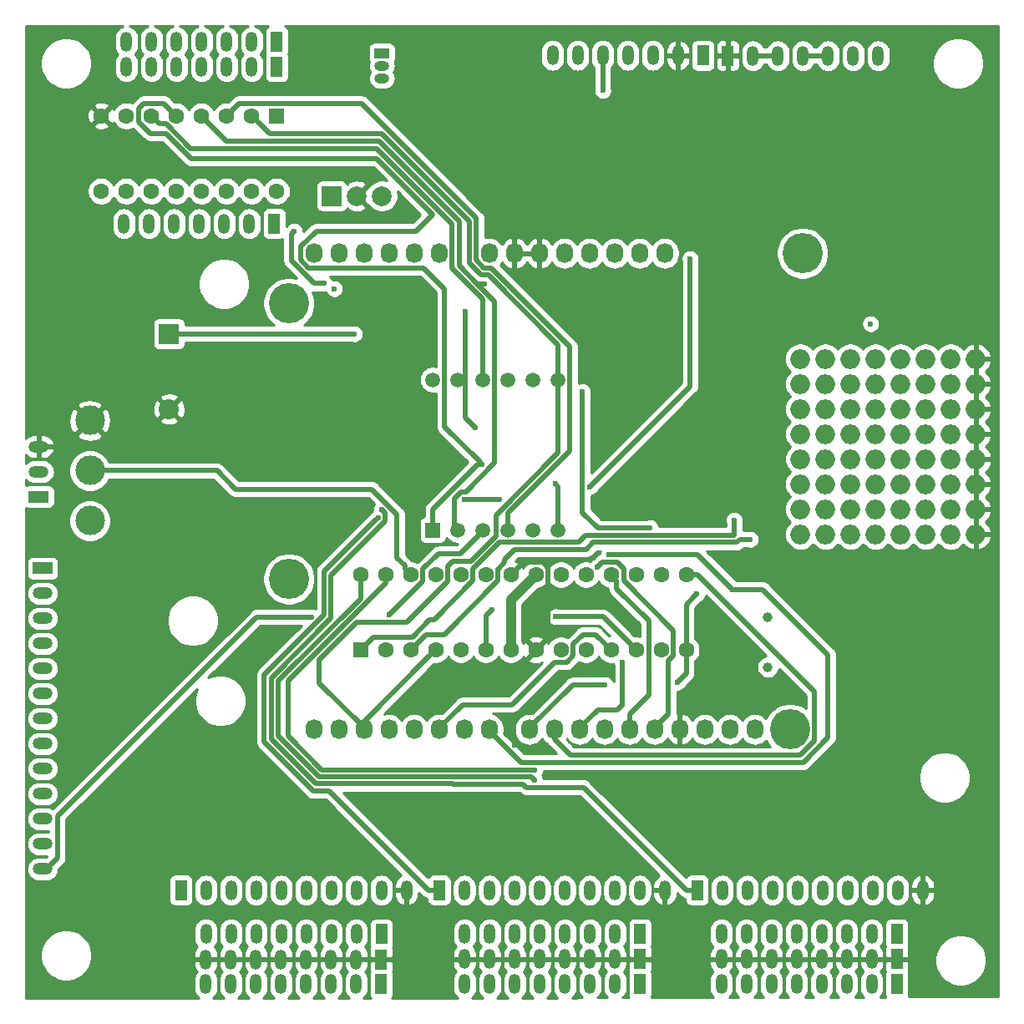
<source format=gbr>
G04 #@! TF.GenerationSoftware,KiCad,Pcbnew,5.1.4-e60b266~84~ubuntu19.04.1*
G04 #@! TF.CreationDate,2019-11-12T22:35:20-08:00*
G04 #@! TF.ProjectId,Luciebox,4c756369-6562-46f7-982e-6b696361645f,rev?*
G04 #@! TF.SameCoordinates,Original*
G04 #@! TF.FileFunction,Copper,L2,Bot*
G04 #@! TF.FilePolarity,Positive*
%FSLAX46Y46*%
G04 Gerber Fmt 4.6, Leading zero omitted, Abs format (unit mm)*
G04 Created by KiCad (PCBNEW 5.1.4-e60b266~84~ubuntu19.04.1) date 2019-11-12 22:35:20*
%MOMM*%
%LPD*%
G04 APERTURE LIST*
%ADD10R,2.032000X2.032000*%
%ADD11C,2.032000*%
%ADD12O,2.000000X1.200000*%
%ADD13R,2.000000X1.200000*%
%ADD14O,2.000000X2.000000*%
%ADD15C,3.000000*%
%ADD16C,1.000000*%
%ADD17C,2.000000*%
%ADD18R,2.000000X2.000000*%
%ADD19O,1.200000X2.000000*%
%ADD20R,1.200000X2.000000*%
%ADD21C,1.600000*%
%ADD22R,1.600000X1.600000*%
%ADD23R,1.500000X1.000000*%
%ADD24O,1.500000X1.000000*%
%ADD25C,1.500000*%
%ADD26R,1.500000X1.500000*%
%ADD27O,1.727200X2.032000*%
%ADD28C,4.064000*%
%ADD29C,0.600000*%
%ADD30C,0.508000*%
%ADD31C,1.000000*%
%ADD32C,0.254000*%
G04 APERTURE END LIST*
D10*
X15484000Y-32144000D03*
D11*
X15484000Y-39764000D03*
D12*
X2276000Y-43574000D03*
X2276000Y-46114000D03*
D13*
X2276000Y-48654000D03*
D14*
X79492000Y-52464000D03*
X79479300Y-49924000D03*
X79492000Y-47384000D03*
X79504700Y-44844000D03*
X79492000Y-42304000D03*
X79479300Y-39764000D03*
X79492000Y-37224000D03*
X79479300Y-34684000D03*
X82032000Y-52464000D03*
X82019300Y-49924000D03*
X82032000Y-47384000D03*
X82044700Y-44844000D03*
X82032000Y-42304000D03*
X82019300Y-39764000D03*
X82032000Y-37224000D03*
X82019300Y-34684000D03*
X84572000Y-52464000D03*
X84559300Y-49924000D03*
X84572000Y-47384000D03*
X84584700Y-44844000D03*
X84572000Y-42304000D03*
X84559300Y-39764000D03*
X84572000Y-37224000D03*
X84559300Y-34684000D03*
X87112000Y-52464000D03*
X87099300Y-49924000D03*
X87112000Y-47384000D03*
X87124700Y-44844000D03*
X87112000Y-42304000D03*
X87099300Y-39764000D03*
X87112000Y-37224000D03*
X87099300Y-34684000D03*
X89652000Y-52464000D03*
X89639300Y-49924000D03*
X89652000Y-47384000D03*
X89664700Y-44844000D03*
X89652000Y-42304000D03*
X89639300Y-39764000D03*
X89652000Y-37224000D03*
X89639300Y-34684000D03*
X92192000Y-52464000D03*
X92179300Y-49924000D03*
X92192000Y-47384000D03*
X92204700Y-44844000D03*
X92192000Y-42304000D03*
X92179300Y-39764000D03*
X92192000Y-37224000D03*
X92179300Y-34684000D03*
X94732000Y-52464000D03*
X94719300Y-49924000D03*
X94732000Y-47384000D03*
X94744700Y-44844000D03*
X94732000Y-42304000D03*
X94719300Y-39764000D03*
X94732000Y-37224000D03*
X94719300Y-34684000D03*
X97272000Y-52464000D03*
X97259300Y-49924000D03*
X97272000Y-47384000D03*
X97284700Y-44844000D03*
X97272000Y-42304000D03*
X97259300Y-39764000D03*
X97272000Y-37224000D03*
X97259300Y-34684000D03*
D15*
X7457600Y-40932400D03*
X7457600Y-46012400D03*
X7457600Y-51092400D03*
D16*
X76190000Y-60846000D03*
X76190000Y-65926000D03*
D17*
X37074000Y-18174000D03*
X34534000Y-18174000D03*
D18*
X31994000Y-18174000D03*
D19*
X87366000Y-3950000D03*
X84826000Y-3950000D03*
X82286000Y-3950000D03*
X79746000Y-3950000D03*
X77206000Y-3950000D03*
X74666000Y-3950000D03*
D20*
X72126000Y-3950000D03*
D19*
X45456000Y-92977000D03*
X47996000Y-92977000D03*
X50536000Y-92977000D03*
X53076000Y-92977000D03*
X55616000Y-92977000D03*
X58156000Y-92977000D03*
X60696000Y-92977000D03*
D20*
X63236000Y-92977000D03*
D19*
X45456000Y-95517000D03*
X47996000Y-95517000D03*
X50536000Y-95517000D03*
X53076000Y-95517000D03*
X55616000Y-95517000D03*
X58156000Y-95517000D03*
X60696000Y-95517000D03*
D20*
X63236000Y-95517000D03*
D19*
X45456000Y-98057000D03*
X47996000Y-98057000D03*
X50536000Y-98057000D03*
X53076000Y-98057000D03*
X55616000Y-98057000D03*
X58156000Y-98057000D03*
X60696000Y-98057000D03*
D20*
X63236000Y-98057000D03*
D19*
X65743558Y-88532000D03*
X63203558Y-88532000D03*
X60663558Y-88532000D03*
X58123558Y-88532000D03*
X55583558Y-88532000D03*
X53043558Y-88532000D03*
X50503558Y-88532000D03*
X47963558Y-88532000D03*
X45423558Y-88532000D03*
D20*
X42883558Y-88532000D03*
D19*
X19225522Y-95545006D03*
X21765522Y-95545006D03*
X24305522Y-95545006D03*
X26845522Y-95545006D03*
X29385522Y-95545006D03*
X31925522Y-95545006D03*
X34465522Y-95545006D03*
D20*
X37005522Y-95545006D03*
D19*
X19225522Y-98071003D03*
X21765522Y-98071003D03*
X24305522Y-98071003D03*
X26845522Y-98071003D03*
X29385522Y-98071003D03*
X31925522Y-98071003D03*
X34465522Y-98071003D03*
D20*
X37005522Y-98071003D03*
D19*
X71491000Y-95517000D03*
X74031000Y-95517000D03*
X76571000Y-95517000D03*
X79111000Y-95517000D03*
X81651000Y-95517000D03*
X84191000Y-95517000D03*
X86731000Y-95517000D03*
D20*
X89271000Y-95517000D03*
D19*
X71491000Y-98057000D03*
X74031000Y-98057000D03*
X76571000Y-98057000D03*
X79111000Y-98057000D03*
X81651000Y-98057000D03*
X84191000Y-98057000D03*
X86731000Y-98057000D03*
D20*
X89271000Y-98057000D03*
D19*
X39550723Y-88532000D03*
X37010723Y-88532000D03*
X34470723Y-88532000D03*
X31930723Y-88532000D03*
X29390723Y-88532000D03*
X26850723Y-88532000D03*
X24310723Y-88532000D03*
X21770723Y-88532000D03*
X19230723Y-88532000D03*
D20*
X16690723Y-88532000D03*
D19*
X91890932Y-88531404D03*
X89350932Y-88531404D03*
X86810932Y-88531404D03*
X84270932Y-88531404D03*
X81730932Y-88531404D03*
X79190932Y-88531404D03*
X76650932Y-88531404D03*
X74110932Y-88531404D03*
X71570932Y-88531404D03*
D20*
X69030932Y-88531404D03*
D19*
X19230723Y-92991003D03*
X21770723Y-92991003D03*
X24310723Y-92991003D03*
X26850723Y-92991003D03*
X29390723Y-92991003D03*
X31930723Y-92991003D03*
X34470723Y-92991003D03*
D20*
X37010723Y-92991003D03*
D19*
X71491000Y-92977000D03*
X74031000Y-92977000D03*
X76571000Y-92977000D03*
X79111000Y-92977000D03*
X81651000Y-92977000D03*
X84191000Y-92977000D03*
X86731000Y-92977000D03*
D20*
X89271000Y-92977000D03*
D12*
X2678613Y-86378259D03*
X2678613Y-83838259D03*
X2678613Y-81298259D03*
X2678613Y-78758259D03*
X2678613Y-76218259D03*
X2678613Y-73678259D03*
X2678613Y-71138259D03*
X2678613Y-68598259D03*
X2678613Y-66058259D03*
X2678613Y-63518259D03*
X2678613Y-60978259D03*
X2678613Y-58438259D03*
D13*
X2678613Y-55898259D03*
D19*
X54371400Y-3924600D03*
X56911400Y-3924600D03*
X59451400Y-3924600D03*
X61991400Y-3924600D03*
X64531400Y-3924600D03*
X67071400Y-3924600D03*
D20*
X69611400Y-3924600D03*
D19*
X11163475Y-2516977D03*
X13703475Y-2516977D03*
X16243475Y-2516977D03*
X18783475Y-2516977D03*
X21323475Y-2516977D03*
X23863475Y-2516977D03*
D20*
X26403475Y-2516977D03*
D19*
X10912000Y-20968000D03*
X13452000Y-20968000D03*
X15992000Y-20968000D03*
X18532000Y-20968000D03*
X21072000Y-20968000D03*
X23612000Y-20968000D03*
D20*
X26152000Y-20968000D03*
D19*
X11163475Y-5056977D03*
X13703475Y-5056977D03*
X16243475Y-5056977D03*
X18783475Y-5056977D03*
X21323475Y-5056977D03*
X23863475Y-5056977D03*
D20*
X26403475Y-5056977D03*
D21*
X34889600Y-56553400D03*
X37429600Y-56553400D03*
X39969600Y-56553400D03*
X42509600Y-56553400D03*
X45049600Y-56553400D03*
X47589600Y-56553400D03*
X50129600Y-56553400D03*
X52669600Y-56553400D03*
X55209600Y-56553400D03*
X57749600Y-56553400D03*
X60289600Y-56553400D03*
X62829600Y-56553400D03*
X65369600Y-56553400D03*
X67909600Y-56553400D03*
X67909600Y-64173400D03*
X65369600Y-64173400D03*
X62829600Y-64173400D03*
X60289600Y-64173400D03*
X57749600Y-64173400D03*
X55209600Y-64173400D03*
X52669600Y-64173400D03*
X50129600Y-64173400D03*
X47589600Y-64173400D03*
X45049600Y-64173400D03*
X42509600Y-64173400D03*
X39969600Y-64173400D03*
X37429600Y-64173400D03*
D22*
X34889600Y-64173400D03*
D23*
X37074000Y-3696000D03*
D24*
X37074000Y-6236000D03*
X37074000Y-4966000D03*
D21*
X8623475Y-17666000D03*
X8623475Y-10046000D03*
X26403475Y-17666000D03*
X23863475Y-17666000D03*
X21323475Y-17666000D03*
X18783475Y-17666000D03*
X16243475Y-17666000D03*
X13703475Y-17666000D03*
X11163475Y-17666000D03*
X11163475Y-10046000D03*
X13703475Y-10046000D03*
X16243475Y-10046000D03*
X18783475Y-10046000D03*
X21323475Y-10046000D03*
X23863475Y-10046000D03*
D22*
X26403475Y-10046000D03*
D25*
X42230200Y-36792200D03*
X44770200Y-36792200D03*
X47310200Y-36792200D03*
X49850200Y-36792200D03*
X52390200Y-36792200D03*
X54930200Y-36792200D03*
X54930200Y-52032200D03*
X52390200Y-52032200D03*
X49850200Y-52032200D03*
X47310200Y-52032200D03*
X44770200Y-52032200D03*
D26*
X42230200Y-52032200D03*
D27*
X65738800Y-23973400D03*
X63198800Y-23973400D03*
X60658800Y-23973400D03*
X58118800Y-23973400D03*
X55578800Y-23973400D03*
X53038800Y-23973400D03*
X50498800Y-23973400D03*
X47958800Y-23973400D03*
X42878800Y-23973400D03*
X40338800Y-23973400D03*
X37798800Y-23973400D03*
X35258800Y-23973400D03*
X32718800Y-23973400D03*
X30178800Y-23973400D03*
X74882800Y-72233400D03*
X72342800Y-72233400D03*
X69802800Y-72233400D03*
X67262800Y-72233400D03*
X64722800Y-72233400D03*
X62182800Y-72233400D03*
X59642800Y-72233400D03*
X57102800Y-72233400D03*
X54562800Y-72233400D03*
X52022800Y-72233400D03*
X47958800Y-72233400D03*
X45418800Y-72233400D03*
X42878800Y-72233400D03*
X40338800Y-72233400D03*
X37798800Y-72233400D03*
X35258800Y-72233400D03*
X32718800Y-72233400D03*
X30178800Y-72233400D03*
D28*
X79708800Y-23973400D03*
X27638800Y-29053400D03*
X78438800Y-72233400D03*
X27638800Y-56993400D03*
D29*
X52525794Y-69726400D03*
X55616000Y-67196000D03*
X8372000Y-88532000D03*
X51552000Y-74308000D03*
X52568000Y-74308000D03*
X50536000Y-73800000D03*
X29958917Y-60842917D03*
X37048834Y-49949166D03*
X36672455Y-50771567D03*
X27560032Y-70752000D03*
X52568000Y-76340000D03*
X52523383Y-77363990D03*
X34280000Y-32144000D03*
X34280000Y-32144000D03*
X67046000Y-67450000D03*
X47488000Y-27064000D03*
X59680000Y-67704000D03*
X68996695Y-58478695D03*
X72634000Y-58052000D03*
X45532011Y-29858002D03*
X46556190Y-41682907D03*
X60081580Y-54496000D03*
X48250008Y-60084000D03*
X74412000Y-52972000D03*
X58145558Y-47648446D03*
X37836000Y-60592000D03*
X68315998Y-24524000D03*
X58918000Y-55758010D03*
X47234000Y-45352000D03*
X54625227Y-47322021D03*
X45456000Y-48908000D03*
X49012000Y-48908000D03*
X61458000Y-65418000D03*
X61458006Y-69736000D03*
X54677611Y-60812616D03*
X57383799Y-37996201D03*
X64252000Y-51817968D03*
X31195658Y-27027658D03*
X32248000Y-27572000D03*
X28184000Y-21730000D03*
X86604000Y-31128000D03*
X59451400Y-7480600D03*
X72780022Y-51047978D03*
D30*
X55191736Y-67196000D02*
X55616000Y-67196000D01*
X52525794Y-69726400D02*
X55056194Y-67196000D01*
X55056194Y-67196000D02*
X55191736Y-67196000D01*
X53469599Y-63373401D02*
X52669600Y-64173400D01*
X50129600Y-56553400D02*
X51383601Y-55299399D01*
X51383601Y-55299399D02*
X53371399Y-55299399D01*
X53371399Y-55299399D02*
X53923601Y-55851601D01*
X53923601Y-55851601D02*
X53923601Y-62919399D01*
X53923601Y-62919399D02*
X53469599Y-63373401D01*
X4186613Y-85270259D02*
X4186613Y-81033387D01*
X3078613Y-86378259D02*
X4186613Y-85270259D01*
X4186613Y-81033387D02*
X24377083Y-60842917D01*
X29534653Y-60842917D02*
X29958917Y-60842917D01*
X24377083Y-60842917D02*
X29534653Y-60842917D01*
X2678613Y-86378259D02*
X3078613Y-86378259D01*
X30391466Y-77756022D02*
X25844011Y-73208566D01*
X25844011Y-73208566D02*
X25844011Y-67025433D01*
X37348833Y-50249165D02*
X37048834Y-49949166D01*
X31924023Y-56635922D02*
X37426457Y-51133489D01*
X25844011Y-67025433D02*
X31924023Y-60945421D01*
X37426457Y-50326789D02*
X37348833Y-50249165D01*
X44211812Y-77756022D02*
X30391466Y-77756022D01*
X44249813Y-77794023D02*
X44211812Y-77756022D01*
X51396823Y-77794023D02*
X44249813Y-77794023D01*
X51720800Y-78118000D02*
X51396823Y-77794023D01*
X37426457Y-51133489D02*
X37426457Y-50326789D01*
X57509528Y-78118000D02*
X51720800Y-78118000D01*
X67922932Y-88531404D02*
X57509528Y-78118000D01*
X69030932Y-88531404D02*
X67922932Y-88531404D01*
X31924023Y-60945421D02*
X31924023Y-56635922D01*
X36372456Y-51071566D02*
X36672455Y-50771567D01*
X31216012Y-56228010D02*
X36372456Y-51071566D01*
X31216012Y-60652154D02*
X31216012Y-56228010D01*
X25136000Y-66732166D02*
X31216012Y-60652154D01*
X31707591Y-78464033D02*
X30098198Y-78464032D01*
X30098198Y-78464032D02*
X25136000Y-73501834D01*
X41775558Y-88532000D02*
X31707591Y-78464033D01*
X25136000Y-73501834D02*
X25136000Y-66732166D01*
X42883558Y-88532000D02*
X41775558Y-88532000D01*
X20337082Y-46012400D02*
X22216682Y-47892000D01*
X7457600Y-46012400D02*
X20337082Y-46012400D01*
X22216682Y-47892000D02*
X36058000Y-47892000D01*
X36058000Y-47892000D02*
X38598000Y-50432000D01*
X39391612Y-55975412D02*
X39969600Y-56553400D01*
X38598000Y-54864600D02*
X39391612Y-55658212D01*
X38598000Y-50432000D02*
X38598000Y-54864600D01*
X39391612Y-55658212D02*
X39391612Y-55975412D01*
X52143736Y-76340000D02*
X52568000Y-76340000D01*
X30978000Y-76340000D02*
X52143736Y-76340000D01*
X27560032Y-70752000D02*
X27560032Y-72922032D01*
X27560032Y-72922032D02*
X30978000Y-76340000D01*
X27560032Y-70327736D02*
X27560032Y-70752000D01*
X27560032Y-67311968D02*
X27560032Y-70327736D01*
X37429600Y-56553400D02*
X37429600Y-57442400D01*
X37429600Y-57442400D02*
X27560032Y-67311968D01*
X34280000Y-32144000D02*
X15484000Y-32144000D01*
X34889600Y-56553400D02*
X34889600Y-58981122D01*
X34889600Y-58981122D02*
X26552022Y-67318700D01*
X52223384Y-77063991D02*
X52523383Y-77363990D01*
X52207403Y-77048010D02*
X52223384Y-77063991D01*
X26552022Y-72915299D02*
X30684733Y-77048010D01*
X26552022Y-67318700D02*
X26552022Y-72915299D01*
X30684733Y-77048010D02*
X52207403Y-77048010D01*
X67909600Y-66586400D02*
X67345999Y-67150001D01*
X67345999Y-67150001D02*
X67046000Y-67450000D01*
X67909600Y-64173400D02*
X67909600Y-66586400D01*
X46740722Y-27064000D02*
X47488000Y-27064000D01*
X59255736Y-67704000D02*
X59680000Y-67704000D01*
X52022800Y-72233400D02*
X52022800Y-72081000D01*
X56399800Y-67704000D02*
X59255736Y-67704000D01*
X52022800Y-72081000D02*
X56399800Y-67704000D01*
X44440000Y-51702000D02*
X44770200Y-52032200D01*
X44440000Y-48808076D02*
X44440000Y-51702000D01*
X48514201Y-28837479D02*
X48514201Y-45241875D01*
X48514201Y-45241875D02*
X45602078Y-48153998D01*
X46740722Y-27064000D02*
X48514201Y-28837479D01*
X45094078Y-48153998D02*
X44440000Y-48808076D01*
X45602078Y-48153998D02*
X45094078Y-48153998D01*
X36790556Y-12586000D02*
X44904422Y-20699866D01*
X44904422Y-25227700D02*
X46740722Y-27064000D01*
X44904422Y-20699866D02*
X44904422Y-25227700D01*
X18783475Y-10046000D02*
X21323475Y-12586000D01*
X21323475Y-12586000D02*
X36790556Y-12586000D01*
X67909600Y-59565790D02*
X68696696Y-58778694D01*
X68696696Y-58778694D02*
X68996695Y-58478695D01*
X67909600Y-64173400D02*
X67909600Y-59565790D01*
X75682000Y-58052000D02*
X72634000Y-58052000D01*
X82286000Y-64656000D02*
X75682000Y-58052000D01*
X47958800Y-72385800D02*
X51151000Y-75578000D01*
X47958800Y-72233400D02*
X47958800Y-72385800D01*
X79774760Y-75578000D02*
X82286000Y-73066760D01*
X51151000Y-75578000D02*
X79774760Y-75578000D01*
X82286000Y-73066760D02*
X82286000Y-64656000D01*
X45532011Y-29858002D02*
X45532011Y-40658728D01*
X45532011Y-40658728D02*
X46256191Y-41382908D01*
X46256191Y-41382908D02*
X46556190Y-41682907D01*
X72634000Y-58052000D02*
X69078000Y-54496000D01*
X69078000Y-54496000D02*
X60505844Y-54496000D01*
X60505844Y-54496000D02*
X60081580Y-54496000D01*
X45531822Y-36792200D02*
X45532011Y-36792011D01*
X44770200Y-36792200D02*
X45531822Y-36792200D01*
X47950009Y-60383999D02*
X48250008Y-60084000D01*
X47589600Y-64173400D02*
X47589600Y-60744408D01*
X47589600Y-60744408D02*
X47950009Y-60383999D01*
X56134201Y-33438923D02*
X56134201Y-44025507D01*
X49850200Y-50971540D02*
X49850200Y-52032200D01*
X56134201Y-44025507D02*
X49850200Y-50309508D01*
X47413028Y-25443410D02*
X48138689Y-25443410D01*
X46641190Y-24671572D02*
X47413028Y-25443410D01*
X34999111Y-8791999D02*
X46641190Y-20434078D01*
X48138689Y-25443410D02*
X56134201Y-33438923D01*
X46641190Y-20434078D02*
X46641190Y-24671572D01*
X22577476Y-8791999D02*
X34999111Y-8791999D01*
X49850200Y-50309508D02*
X49850200Y-50971540D01*
X21323475Y-10046000D02*
X22577476Y-8791999D01*
X41709601Y-64973399D02*
X42509600Y-64173400D01*
X35258800Y-71424200D02*
X41709601Y-64973399D01*
X35258800Y-72233400D02*
X35258800Y-71424200D01*
X35258800Y-72081000D02*
X35258800Y-72233400D01*
X30724000Y-67546200D02*
X35258800Y-72081000D01*
X48646199Y-52639601D02*
X46081789Y-55204011D01*
X54930200Y-36792200D02*
X54930200Y-44228230D01*
X39607277Y-61346001D02*
X34541999Y-61346001D01*
X34541999Y-61346001D02*
X30724000Y-65164000D01*
X46081789Y-55204011D02*
X44239989Y-55204011D01*
X54930200Y-44228230D02*
X48646199Y-50512231D01*
X44239989Y-55204011D02*
X43763601Y-55680399D01*
X48646199Y-50512231D02*
X48646199Y-52639601D01*
X43763601Y-57189677D02*
X39607277Y-61346001D01*
X30724000Y-65164000D02*
X30724000Y-67546200D01*
X43763601Y-55680399D02*
X43763601Y-57189677D01*
X54930200Y-33236199D02*
X47845422Y-26151421D01*
X47845422Y-26151421D02*
X47119761Y-26151421D01*
X37083823Y-11877989D02*
X25695464Y-11877989D01*
X45933179Y-24964839D02*
X45933179Y-20727345D01*
X25695464Y-11877989D02*
X24663474Y-10845999D01*
X45933179Y-20727345D02*
X37083823Y-11877989D01*
X47119761Y-26151421D02*
X45933179Y-24964839D01*
X54930200Y-36792200D02*
X54930200Y-33236199D01*
X24663474Y-10845999D02*
X23863475Y-10046000D01*
X48843601Y-57155321D02*
X48843601Y-55951479D01*
X43374922Y-62624000D02*
X48843601Y-57155321D01*
X41519000Y-62624000D02*
X43374922Y-62624000D01*
X48843601Y-55951479D02*
X48875599Y-55983477D01*
X48875599Y-55951479D02*
X49527679Y-55299399D01*
X49527679Y-55299399D02*
X49527679Y-54996321D01*
X39969600Y-64173400D02*
X41519000Y-62624000D01*
X48875599Y-55983477D02*
X48875599Y-55951479D01*
X49527679Y-54996321D02*
X50536000Y-53988000D01*
X50536000Y-53988000D02*
X57802076Y-53988000D01*
X57802076Y-53988000D02*
X58510087Y-53279989D01*
X74412000Y-52972000D02*
X73381277Y-52972000D01*
X73073289Y-53279988D02*
X58510087Y-53279988D01*
X73381277Y-52972000D02*
X73073289Y-53279988D01*
X37429600Y-64173400D02*
X37429600Y-63741600D01*
X47310200Y-52133800D02*
X47310200Y-52032200D01*
X44906601Y-54435799D02*
X45008201Y-54435799D01*
X45008201Y-54435799D02*
X47310200Y-52133800D01*
X44906601Y-54435799D02*
X42771279Y-54435799D01*
X42771279Y-54435799D02*
X41223601Y-55983477D01*
X41223601Y-55983477D02*
X41223601Y-57204399D01*
X41223601Y-57204399D02*
X37836000Y-60592000D01*
X68315998Y-24948264D02*
X68315998Y-24524000D01*
X58145558Y-47648446D02*
X68315998Y-37478006D01*
X68315998Y-37478006D02*
X68315998Y-24948264D01*
X61575599Y-55983477D02*
X60891521Y-55299399D01*
X61575599Y-57155321D02*
X61575599Y-55983477D01*
X60891521Y-55299399D02*
X59384601Y-55299399D01*
X66623601Y-64775321D02*
X66623601Y-62203323D01*
X59384601Y-55299399D02*
X58925990Y-55758010D01*
X66623601Y-62203323D02*
X61575599Y-57155321D01*
X58925990Y-55758010D02*
X58918000Y-55758010D01*
X66094400Y-70709400D02*
X66094400Y-65304522D01*
X64722800Y-72233400D02*
X64722800Y-72081000D01*
X64722800Y-72081000D02*
X66094400Y-70709400D01*
X66094400Y-65304522D02*
X66623601Y-64775321D01*
X44196411Y-20993133D02*
X44196411Y-25520967D01*
X36551278Y-13348000D02*
X44196411Y-20993133D01*
X15187552Y-10845999D02*
X17689553Y-13348000D01*
X47310200Y-35731540D02*
X47310200Y-36792200D01*
X13703475Y-10046000D02*
X14503474Y-10845999D01*
X47310200Y-28634756D02*
X47310200Y-35731540D01*
X14503474Y-10845999D02*
X15187552Y-10845999D01*
X17689553Y-13348000D02*
X36551278Y-13348000D01*
X44196411Y-25520967D02*
X47310200Y-28634756D01*
X42230200Y-52032200D02*
X42230200Y-49931536D01*
X46809736Y-45352000D02*
X47234000Y-45352000D01*
X42230200Y-49931536D02*
X46809736Y-45352000D01*
X60867588Y-57131388D02*
X60289600Y-56553400D01*
X62182800Y-72233400D02*
X62182800Y-70709400D01*
X64115599Y-68776601D02*
X64115599Y-61217599D01*
X64115599Y-61217599D02*
X60867588Y-57969588D01*
X62182800Y-70709400D02*
X64115599Y-68776601D01*
X60867588Y-57969588D02*
X60867588Y-57131388D01*
X46934001Y-45052001D02*
X47234000Y-45352000D01*
X43434201Y-41552201D02*
X46934001Y-45052001D01*
X43434201Y-27582201D02*
X43434201Y-41552201D01*
X41295410Y-25443410D02*
X43434201Y-27582201D01*
X40538077Y-21722001D02*
X30414418Y-21722001D01*
X12449474Y-9270526D02*
X12449474Y-10647921D01*
X12944000Y-8776000D02*
X12449474Y-9270526D01*
X16243475Y-10046000D02*
X14973475Y-8776000D01*
X14973475Y-8776000D02*
X12944000Y-8776000D01*
X12449474Y-10647921D02*
X13625553Y-11824000D01*
X28861190Y-24671571D02*
X29633029Y-25443410D01*
X17704275Y-14364000D02*
X36566000Y-14364000D01*
X29633029Y-25443410D02*
X41295410Y-25443410D01*
X36566000Y-14364000D02*
X42231039Y-20029039D01*
X42231039Y-20029039D02*
X40538077Y-21722001D01*
X13625553Y-11824000D02*
X15164275Y-11824000D01*
X30414418Y-21722001D02*
X28861190Y-23275229D01*
X15164275Y-11824000D02*
X17704275Y-14364000D01*
X28861190Y-23275229D02*
X28861190Y-24671571D01*
X54930200Y-52032200D02*
X54930200Y-47626994D01*
X54930200Y-47626994D02*
X54925226Y-47622020D01*
X54925226Y-47622020D02*
X54625227Y-47322021D01*
X49012000Y-48908000D02*
X48587736Y-48908000D01*
X48587736Y-48908000D02*
X45456000Y-48908000D01*
X59688262Y-70235738D02*
X59680000Y-70244000D01*
X57102800Y-72081000D02*
X57102800Y-72233400D01*
X58948062Y-70235738D02*
X57102800Y-72081000D01*
X59688262Y-70235738D02*
X58948062Y-70235738D01*
X59688262Y-70235738D02*
X60958268Y-70235738D01*
X60958268Y-70235738D02*
X61158007Y-70035999D01*
X61458000Y-69735994D02*
X61458006Y-69736000D01*
X61158007Y-70035999D02*
X61458006Y-69736000D01*
X61458000Y-65418000D02*
X61458000Y-69735994D01*
X54562800Y-73254800D02*
X54562800Y-72233400D01*
X56177989Y-74869989D02*
X54562800Y-73254800D01*
X69040970Y-56553400D02*
X80924801Y-68437231D01*
X80924801Y-73426681D02*
X79481493Y-74869989D01*
X67909600Y-56553400D02*
X69040970Y-56553400D01*
X80924801Y-68437231D02*
X80924801Y-73426681D01*
X79481493Y-74869989D02*
X56177989Y-74869989D01*
X55101875Y-60812616D02*
X54677611Y-60812616D01*
X62829600Y-64173400D02*
X59468816Y-60812616D01*
X59468816Y-60812616D02*
X55101875Y-60812616D01*
X58944175Y-51817968D02*
X63827736Y-51817968D01*
X57383799Y-50257592D02*
X58944175Y-51817968D01*
X63827736Y-51817968D02*
X64252000Y-51817968D01*
X57383799Y-37996201D02*
X57383799Y-50257592D01*
X57443078Y-62624000D02*
X56463601Y-63603477D01*
X58740200Y-62624000D02*
X57443078Y-62624000D01*
X60289600Y-64173400D02*
X58740200Y-62624000D01*
X56463601Y-64775321D02*
X55811521Y-65427401D01*
X56463601Y-63603477D02*
X56463601Y-64775321D01*
X55811521Y-65427401D02*
X54600875Y-65427401D01*
X50292276Y-69736000D02*
X45223800Y-69736000D01*
X54600875Y-65427401D02*
X50292276Y-69736000D01*
X45223800Y-69736000D02*
X42878800Y-72081000D01*
X42878800Y-72081000D02*
X42878800Y-72233400D01*
X27884001Y-24695659D02*
X27884001Y-22029999D01*
X31195658Y-27027658D02*
X30216000Y-27027658D01*
X27884001Y-22029999D02*
X28184000Y-21730000D01*
X30216000Y-27027658D02*
X27884001Y-24695659D01*
D31*
X52669600Y-56553400D02*
X50129600Y-59093400D01*
X50129600Y-59093400D02*
X50129600Y-63042030D01*
X50129600Y-63042030D02*
X50129600Y-64173400D01*
D30*
X36197600Y-62865400D02*
X34889600Y-64173400D01*
X46303601Y-55983477D02*
X46303601Y-57155321D01*
X57708820Y-52571978D02*
X57000809Y-53279989D01*
X41900000Y-61114722D02*
X40149322Y-62865400D01*
X40149322Y-62865400D02*
X36197600Y-62865400D01*
X49007089Y-53279989D02*
X46303601Y-55983477D01*
X42358922Y-61100000D02*
X41900000Y-61100000D01*
X57000809Y-53279989D02*
X49007089Y-53279989D01*
X41900000Y-61100000D02*
X41900000Y-61114722D01*
X72780022Y-52571978D02*
X57708820Y-52571978D01*
X46303601Y-57155321D02*
X42358922Y-61100000D01*
X72780022Y-52571978D02*
X72780022Y-51047978D01*
X59451400Y-3924600D02*
X59451400Y-7480600D01*
X79746000Y-3950000D02*
X82286000Y-3950000D01*
X74666000Y-3950000D02*
X77206000Y-3950000D01*
D32*
G36*
X10688575Y-970466D02*
G01*
X10474027Y-1085144D01*
X10285974Y-1239475D01*
X10131643Y-1427528D01*
X10016964Y-1642076D01*
X9946345Y-1874875D01*
X9928475Y-2056312D01*
X9928475Y-2977641D01*
X9946345Y-3159078D01*
X10016964Y-3391877D01*
X10131642Y-3606425D01*
X10279817Y-3786978D01*
X10131643Y-3967528D01*
X10016964Y-4182076D01*
X9946345Y-4414875D01*
X9928475Y-4596312D01*
X9928475Y-5517641D01*
X9946345Y-5699078D01*
X10016964Y-5931877D01*
X10131642Y-6146425D01*
X10285973Y-6334479D01*
X10474026Y-6488810D01*
X10688574Y-6603488D01*
X10921373Y-6674107D01*
X11163475Y-6697952D01*
X11405576Y-6674107D01*
X11638375Y-6603488D01*
X11852923Y-6488810D01*
X12040977Y-6334479D01*
X12195308Y-6146426D01*
X12309986Y-5931878D01*
X12380605Y-5699079D01*
X12398475Y-5517642D01*
X12398475Y-4596313D01*
X12380605Y-4414876D01*
X12309986Y-4182076D01*
X12195308Y-3967528D01*
X12047134Y-3786977D01*
X12195308Y-3606426D01*
X12309986Y-3391878D01*
X12380605Y-3159079D01*
X12398475Y-2977642D01*
X12398475Y-2056313D01*
X12380605Y-1874876D01*
X12309986Y-1642076D01*
X12195308Y-1427528D01*
X12040977Y-1239475D01*
X11852924Y-1085144D01*
X11638376Y-970466D01*
X11491792Y-926000D01*
X13375159Y-926000D01*
X13228575Y-970466D01*
X13014027Y-1085144D01*
X12825974Y-1239475D01*
X12671643Y-1427528D01*
X12556964Y-1642076D01*
X12486345Y-1874875D01*
X12468475Y-2056312D01*
X12468475Y-2977641D01*
X12486345Y-3159078D01*
X12556964Y-3391877D01*
X12671642Y-3606425D01*
X12819817Y-3786978D01*
X12671643Y-3967528D01*
X12556964Y-4182076D01*
X12486345Y-4414875D01*
X12468475Y-4596312D01*
X12468475Y-5517641D01*
X12486345Y-5699078D01*
X12556964Y-5931877D01*
X12671642Y-6146425D01*
X12825973Y-6334479D01*
X13014026Y-6488810D01*
X13228574Y-6603488D01*
X13461373Y-6674107D01*
X13703475Y-6697952D01*
X13945576Y-6674107D01*
X14178375Y-6603488D01*
X14392923Y-6488810D01*
X14580977Y-6334479D01*
X14735308Y-6146426D01*
X14849986Y-5931878D01*
X14920605Y-5699079D01*
X14938475Y-5517642D01*
X14938475Y-4596313D01*
X14920605Y-4414876D01*
X14849986Y-4182076D01*
X14735308Y-3967528D01*
X14587134Y-3786977D01*
X14735308Y-3606426D01*
X14849986Y-3391878D01*
X14920605Y-3159079D01*
X14938475Y-2977642D01*
X14938475Y-2056313D01*
X14920605Y-1874876D01*
X14849986Y-1642076D01*
X14735308Y-1427528D01*
X14580977Y-1239475D01*
X14392924Y-1085144D01*
X14178376Y-970466D01*
X14031792Y-926000D01*
X15915159Y-926000D01*
X15768575Y-970466D01*
X15554027Y-1085144D01*
X15365974Y-1239475D01*
X15211643Y-1427528D01*
X15096964Y-1642076D01*
X15026345Y-1874875D01*
X15008475Y-2056312D01*
X15008475Y-2977641D01*
X15026345Y-3159078D01*
X15096964Y-3391877D01*
X15211642Y-3606425D01*
X15359817Y-3786978D01*
X15211643Y-3967528D01*
X15096964Y-4182076D01*
X15026345Y-4414875D01*
X15008475Y-4596312D01*
X15008475Y-5517641D01*
X15026345Y-5699078D01*
X15096964Y-5931877D01*
X15211642Y-6146425D01*
X15365973Y-6334479D01*
X15554026Y-6488810D01*
X15768574Y-6603488D01*
X16001373Y-6674107D01*
X16243475Y-6697952D01*
X16485576Y-6674107D01*
X16718375Y-6603488D01*
X16932923Y-6488810D01*
X17120977Y-6334479D01*
X17275308Y-6146426D01*
X17389986Y-5931878D01*
X17460605Y-5699079D01*
X17478475Y-5517642D01*
X17478475Y-4596313D01*
X17460605Y-4414876D01*
X17389986Y-4182076D01*
X17275308Y-3967528D01*
X17127134Y-3786977D01*
X17275308Y-3606426D01*
X17389986Y-3391878D01*
X17460605Y-3159079D01*
X17478475Y-2977642D01*
X17478475Y-2056313D01*
X17460605Y-1874876D01*
X17389986Y-1642076D01*
X17275308Y-1427528D01*
X17120977Y-1239475D01*
X16932924Y-1085144D01*
X16718376Y-970466D01*
X16571792Y-926000D01*
X18455159Y-926000D01*
X18308575Y-970466D01*
X18094027Y-1085144D01*
X17905974Y-1239475D01*
X17751643Y-1427528D01*
X17636964Y-1642076D01*
X17566345Y-1874875D01*
X17548475Y-2056312D01*
X17548475Y-2977641D01*
X17566345Y-3159078D01*
X17636964Y-3391877D01*
X17751642Y-3606425D01*
X17899817Y-3786978D01*
X17751643Y-3967528D01*
X17636964Y-4182076D01*
X17566345Y-4414875D01*
X17548475Y-4596312D01*
X17548475Y-5517641D01*
X17566345Y-5699078D01*
X17636964Y-5931877D01*
X17751642Y-6146425D01*
X17905973Y-6334479D01*
X18094026Y-6488810D01*
X18308574Y-6603488D01*
X18541373Y-6674107D01*
X18783475Y-6697952D01*
X19025576Y-6674107D01*
X19258375Y-6603488D01*
X19472923Y-6488810D01*
X19660977Y-6334479D01*
X19815308Y-6146426D01*
X19929986Y-5931878D01*
X20000605Y-5699079D01*
X20018475Y-5517642D01*
X20018475Y-4596313D01*
X20000605Y-4414876D01*
X19929986Y-4182076D01*
X19815308Y-3967528D01*
X19667134Y-3786977D01*
X19815308Y-3606426D01*
X19929986Y-3391878D01*
X20000605Y-3159079D01*
X20018475Y-2977642D01*
X20018475Y-2056313D01*
X20000605Y-1874876D01*
X19929986Y-1642076D01*
X19815308Y-1427528D01*
X19660977Y-1239475D01*
X19472924Y-1085144D01*
X19258376Y-970466D01*
X19111792Y-926000D01*
X20995159Y-926000D01*
X20848575Y-970466D01*
X20634027Y-1085144D01*
X20445974Y-1239475D01*
X20291643Y-1427528D01*
X20176964Y-1642076D01*
X20106345Y-1874875D01*
X20088475Y-2056312D01*
X20088475Y-2977641D01*
X20106345Y-3159078D01*
X20176964Y-3391877D01*
X20291642Y-3606425D01*
X20439817Y-3786978D01*
X20291643Y-3967528D01*
X20176964Y-4182076D01*
X20106345Y-4414875D01*
X20088475Y-4596312D01*
X20088475Y-5517641D01*
X20106345Y-5699078D01*
X20176964Y-5931877D01*
X20291642Y-6146425D01*
X20445973Y-6334479D01*
X20634026Y-6488810D01*
X20848574Y-6603488D01*
X21081373Y-6674107D01*
X21323475Y-6697952D01*
X21565576Y-6674107D01*
X21798375Y-6603488D01*
X22012923Y-6488810D01*
X22200977Y-6334479D01*
X22355308Y-6146426D01*
X22469986Y-5931878D01*
X22540605Y-5699079D01*
X22558475Y-5517642D01*
X22558475Y-4596313D01*
X22540605Y-4414876D01*
X22469986Y-4182076D01*
X22355308Y-3967528D01*
X22207134Y-3786977D01*
X22355308Y-3606426D01*
X22469986Y-3391878D01*
X22540605Y-3159079D01*
X22558475Y-2977642D01*
X22558475Y-2056313D01*
X22540605Y-1874876D01*
X22469986Y-1642076D01*
X22355308Y-1427528D01*
X22200977Y-1239475D01*
X22012924Y-1085144D01*
X21798376Y-970466D01*
X21651792Y-926000D01*
X23535159Y-926000D01*
X23388575Y-970466D01*
X23174027Y-1085144D01*
X22985974Y-1239475D01*
X22831643Y-1427528D01*
X22716964Y-1642076D01*
X22646345Y-1874875D01*
X22628475Y-2056312D01*
X22628475Y-2977641D01*
X22646345Y-3159078D01*
X22716964Y-3391877D01*
X22831642Y-3606425D01*
X22979817Y-3786978D01*
X22831643Y-3967528D01*
X22716964Y-4182076D01*
X22646345Y-4414875D01*
X22628475Y-4596312D01*
X22628475Y-5517641D01*
X22646345Y-5699078D01*
X22716964Y-5931877D01*
X22831642Y-6146425D01*
X22985973Y-6334479D01*
X23174026Y-6488810D01*
X23388574Y-6603488D01*
X23621373Y-6674107D01*
X23863475Y-6697952D01*
X24105576Y-6674107D01*
X24338375Y-6603488D01*
X24552923Y-6488810D01*
X24740977Y-6334479D01*
X24895308Y-6146426D01*
X25009986Y-5931878D01*
X25080605Y-5699079D01*
X25098475Y-5517642D01*
X25098475Y-4596313D01*
X25080605Y-4414876D01*
X25009986Y-4182076D01*
X24895308Y-3967528D01*
X24747134Y-3786977D01*
X24895308Y-3606426D01*
X25009986Y-3391878D01*
X25080605Y-3159079D01*
X25098475Y-2977642D01*
X25098475Y-2056313D01*
X25080605Y-1874876D01*
X25009986Y-1642076D01*
X24895308Y-1427528D01*
X24740977Y-1239475D01*
X24552924Y-1085144D01*
X24338376Y-970466D01*
X24191792Y-926000D01*
X25564157Y-926000D01*
X25559295Y-927475D01*
X25448981Y-986440D01*
X25352290Y-1065792D01*
X25272938Y-1162483D01*
X25213973Y-1272797D01*
X25177663Y-1392495D01*
X25165403Y-1516977D01*
X25165403Y-3516977D01*
X25177663Y-3641459D01*
X25213973Y-3761157D01*
X25227774Y-3786977D01*
X25213973Y-3812797D01*
X25177663Y-3932495D01*
X25165403Y-4056977D01*
X25165403Y-6056977D01*
X25177663Y-6181459D01*
X25213973Y-6301157D01*
X25272938Y-6411471D01*
X25352290Y-6508162D01*
X25448981Y-6587514D01*
X25559295Y-6646479D01*
X25678993Y-6682789D01*
X25803475Y-6695049D01*
X27003475Y-6695049D01*
X27127957Y-6682789D01*
X27247655Y-6646479D01*
X27357969Y-6587514D01*
X27454660Y-6508162D01*
X27534012Y-6411471D01*
X27592977Y-6301157D01*
X27629287Y-6181459D01*
X27641547Y-6056977D01*
X27641547Y-4966000D01*
X35683509Y-4966000D01*
X35705423Y-5188499D01*
X35770324Y-5402447D01*
X35875716Y-5599623D01*
X35876846Y-5601000D01*
X35875716Y-5602377D01*
X35770324Y-5799553D01*
X35705423Y-6013501D01*
X35683509Y-6236000D01*
X35705423Y-6458499D01*
X35770324Y-6672447D01*
X35875716Y-6869623D01*
X36017551Y-7042449D01*
X36190377Y-7184284D01*
X36387553Y-7289676D01*
X36601501Y-7354577D01*
X36768248Y-7371000D01*
X37379752Y-7371000D01*
X37546499Y-7354577D01*
X37760447Y-7289676D01*
X37957623Y-7184284D01*
X38130449Y-7042449D01*
X38272284Y-6869623D01*
X38377676Y-6672447D01*
X38442577Y-6458499D01*
X38464491Y-6236000D01*
X38442577Y-6013501D01*
X38377676Y-5799553D01*
X38272284Y-5602377D01*
X38271154Y-5601000D01*
X38272284Y-5599623D01*
X38377676Y-5402447D01*
X38442577Y-5188499D01*
X38464491Y-4966000D01*
X38442577Y-4743501D01*
X38377676Y-4529553D01*
X38371703Y-4518379D01*
X38413502Y-4440180D01*
X38449812Y-4320482D01*
X38462072Y-4196000D01*
X38462072Y-3463935D01*
X53136400Y-3463935D01*
X53136400Y-4385264D01*
X53154270Y-4566701D01*
X53224889Y-4799500D01*
X53339567Y-5014048D01*
X53493898Y-5202102D01*
X53681951Y-5356433D01*
X53896499Y-5471111D01*
X54129298Y-5541730D01*
X54371400Y-5565575D01*
X54613501Y-5541730D01*
X54846300Y-5471111D01*
X55060848Y-5356433D01*
X55248902Y-5202102D01*
X55403233Y-5014049D01*
X55517911Y-4799501D01*
X55588530Y-4566702D01*
X55606400Y-4385265D01*
X55606400Y-3463936D01*
X55606400Y-3463935D01*
X55676400Y-3463935D01*
X55676400Y-4385264D01*
X55694270Y-4566701D01*
X55764889Y-4799500D01*
X55879567Y-5014048D01*
X56033898Y-5202102D01*
X56221951Y-5356433D01*
X56436499Y-5471111D01*
X56669298Y-5541730D01*
X56911400Y-5565575D01*
X57153501Y-5541730D01*
X57386300Y-5471111D01*
X57600848Y-5356433D01*
X57788902Y-5202102D01*
X57943233Y-5014049D01*
X58057911Y-4799501D01*
X58128530Y-4566702D01*
X58146400Y-4385265D01*
X58146400Y-3463936D01*
X58146400Y-3463935D01*
X58216400Y-3463935D01*
X58216400Y-4385264D01*
X58234270Y-4566701D01*
X58304889Y-4799500D01*
X58419567Y-5014048D01*
X58562400Y-5188092D01*
X58562401Y-7183562D01*
X58552332Y-7207871D01*
X58516400Y-7388511D01*
X58516400Y-7572689D01*
X58552332Y-7753329D01*
X58622814Y-7923489D01*
X58725138Y-8076628D01*
X58855372Y-8206862D01*
X59008511Y-8309186D01*
X59178671Y-8379668D01*
X59359311Y-8415600D01*
X59543489Y-8415600D01*
X59724129Y-8379668D01*
X59894289Y-8309186D01*
X60047428Y-8206862D01*
X60177662Y-8076628D01*
X60279986Y-7923489D01*
X60350468Y-7753329D01*
X60386400Y-7572689D01*
X60386400Y-7388511D01*
X60350468Y-7207871D01*
X60340400Y-7183564D01*
X60340400Y-5188092D01*
X60483233Y-5014049D01*
X60597911Y-4799501D01*
X60668530Y-4566702D01*
X60686400Y-4385265D01*
X60686400Y-3463936D01*
X60686400Y-3463935D01*
X60756400Y-3463935D01*
X60756400Y-4385264D01*
X60774270Y-4566701D01*
X60844889Y-4799500D01*
X60959567Y-5014048D01*
X61113898Y-5202102D01*
X61301951Y-5356433D01*
X61516499Y-5471111D01*
X61749298Y-5541730D01*
X61991400Y-5565575D01*
X62233501Y-5541730D01*
X62466300Y-5471111D01*
X62680848Y-5356433D01*
X62868902Y-5202102D01*
X63023233Y-5014049D01*
X63137911Y-4799501D01*
X63208530Y-4566702D01*
X63226400Y-4385265D01*
X63226400Y-3463936D01*
X63226400Y-3463935D01*
X63296400Y-3463935D01*
X63296400Y-4385264D01*
X63314270Y-4566701D01*
X63384889Y-4799500D01*
X63499567Y-5014048D01*
X63653898Y-5202102D01*
X63841951Y-5356433D01*
X64056499Y-5471111D01*
X64289298Y-5541730D01*
X64531400Y-5565575D01*
X64773501Y-5541730D01*
X65006300Y-5471111D01*
X65220848Y-5356433D01*
X65408902Y-5202102D01*
X65563233Y-5014049D01*
X65677911Y-4799501D01*
X65748530Y-4566702D01*
X65766400Y-4385265D01*
X65766400Y-4051600D01*
X65836400Y-4051600D01*
X65836400Y-4451600D01*
X65884907Y-4690096D01*
X65979010Y-4914546D01*
X66115093Y-5116325D01*
X66287926Y-5287678D01*
X66490867Y-5422021D01*
X66716118Y-5514191D01*
X66753791Y-5518062D01*
X66944400Y-5393331D01*
X66944400Y-4051600D01*
X67198400Y-4051600D01*
X67198400Y-5393331D01*
X67389009Y-5518062D01*
X67426682Y-5514191D01*
X67651933Y-5422021D01*
X67854874Y-5287678D01*
X68027707Y-5116325D01*
X68163790Y-4914546D01*
X68257893Y-4690096D01*
X68306400Y-4451600D01*
X68306400Y-4051600D01*
X67198400Y-4051600D01*
X66944400Y-4051600D01*
X65836400Y-4051600D01*
X65766400Y-4051600D01*
X65766400Y-3463936D01*
X65759867Y-3397600D01*
X65836400Y-3397600D01*
X65836400Y-3797600D01*
X66944400Y-3797600D01*
X66944400Y-2455869D01*
X67198400Y-2455869D01*
X67198400Y-3797600D01*
X68306400Y-3797600D01*
X68306400Y-3397600D01*
X68257893Y-3159104D01*
X68163790Y-2934654D01*
X68157010Y-2924600D01*
X68373328Y-2924600D01*
X68373328Y-4924600D01*
X68385588Y-5049082D01*
X68421898Y-5168780D01*
X68480863Y-5279094D01*
X68560215Y-5375785D01*
X68656906Y-5455137D01*
X68767220Y-5514102D01*
X68886918Y-5550412D01*
X69011400Y-5562672D01*
X70211400Y-5562672D01*
X70335882Y-5550412D01*
X70455580Y-5514102D01*
X70565894Y-5455137D01*
X70662585Y-5375785D01*
X70741937Y-5279094D01*
X70800902Y-5168780D01*
X70837212Y-5049082D01*
X70846970Y-4950000D01*
X70887928Y-4950000D01*
X70900188Y-5074482D01*
X70936498Y-5194180D01*
X70995463Y-5304494D01*
X71074815Y-5401185D01*
X71171506Y-5480537D01*
X71281820Y-5539502D01*
X71401518Y-5575812D01*
X71526000Y-5588072D01*
X71840250Y-5585000D01*
X71999000Y-5426250D01*
X71999000Y-4077000D01*
X72253000Y-4077000D01*
X72253000Y-5426250D01*
X72411750Y-5585000D01*
X72726000Y-5588072D01*
X72850482Y-5575812D01*
X72970180Y-5539502D01*
X73080494Y-5480537D01*
X73177185Y-5401185D01*
X73256537Y-5304494D01*
X73315502Y-5194180D01*
X73351812Y-5074482D01*
X73364072Y-4950000D01*
X73361000Y-4235750D01*
X73202250Y-4077000D01*
X72253000Y-4077000D01*
X71999000Y-4077000D01*
X71049750Y-4077000D01*
X70891000Y-4235750D01*
X70887928Y-4950000D01*
X70846970Y-4950000D01*
X70849472Y-4924600D01*
X70849472Y-2950000D01*
X70887928Y-2950000D01*
X70891000Y-3664250D01*
X71049750Y-3823000D01*
X71999000Y-3823000D01*
X71999000Y-2473750D01*
X72253000Y-2473750D01*
X72253000Y-3823000D01*
X73202250Y-3823000D01*
X73361000Y-3664250D01*
X73361752Y-3489336D01*
X73431000Y-3489336D01*
X73431000Y-4410665D01*
X73448870Y-4592102D01*
X73519489Y-4824901D01*
X73634168Y-5039449D01*
X73788499Y-5227502D01*
X73976552Y-5381833D01*
X74191100Y-5496511D01*
X74423899Y-5567130D01*
X74666000Y-5590975D01*
X74908102Y-5567130D01*
X75140901Y-5496511D01*
X75355449Y-5381833D01*
X75543502Y-5227502D01*
X75697833Y-5039449D01*
X75804975Y-4839000D01*
X76067025Y-4839000D01*
X76174168Y-5039449D01*
X76328499Y-5227502D01*
X76516552Y-5381833D01*
X76731100Y-5496511D01*
X76963899Y-5567130D01*
X77206000Y-5590975D01*
X77448102Y-5567130D01*
X77680901Y-5496511D01*
X77895449Y-5381833D01*
X78083502Y-5227502D01*
X78237833Y-5039449D01*
X78352511Y-4824901D01*
X78423130Y-4592101D01*
X78441000Y-4410664D01*
X78441000Y-3489336D01*
X78511000Y-3489336D01*
X78511000Y-4410665D01*
X78528870Y-4592102D01*
X78599489Y-4824901D01*
X78714168Y-5039449D01*
X78868499Y-5227502D01*
X79056552Y-5381833D01*
X79271100Y-5496511D01*
X79503899Y-5567130D01*
X79746000Y-5590975D01*
X79988102Y-5567130D01*
X80220901Y-5496511D01*
X80435449Y-5381833D01*
X80623502Y-5227502D01*
X80777833Y-5039449D01*
X80884975Y-4839000D01*
X81147025Y-4839000D01*
X81254168Y-5039449D01*
X81408499Y-5227502D01*
X81596552Y-5381833D01*
X81811100Y-5496511D01*
X82043899Y-5567130D01*
X82286000Y-5590975D01*
X82528102Y-5567130D01*
X82760901Y-5496511D01*
X82975449Y-5381833D01*
X83163502Y-5227502D01*
X83317833Y-5039449D01*
X83432511Y-4824901D01*
X83503130Y-4592101D01*
X83521000Y-4410664D01*
X83521000Y-3489336D01*
X83591000Y-3489336D01*
X83591000Y-4410665D01*
X83608870Y-4592102D01*
X83679489Y-4824901D01*
X83794168Y-5039449D01*
X83948499Y-5227502D01*
X84136552Y-5381833D01*
X84351100Y-5496511D01*
X84583899Y-5567130D01*
X84826000Y-5590975D01*
X85068102Y-5567130D01*
X85300901Y-5496511D01*
X85515449Y-5381833D01*
X85703502Y-5227502D01*
X85857833Y-5039449D01*
X85972511Y-4824901D01*
X86043130Y-4592101D01*
X86061000Y-4410664D01*
X86061000Y-3489336D01*
X86131000Y-3489336D01*
X86131000Y-4410665D01*
X86148870Y-4592102D01*
X86219489Y-4824901D01*
X86334168Y-5039449D01*
X86488499Y-5227502D01*
X86676552Y-5381833D01*
X86891100Y-5496511D01*
X87123899Y-5567130D01*
X87366000Y-5590975D01*
X87608102Y-5567130D01*
X87840901Y-5496511D01*
X88055449Y-5381833D01*
X88243502Y-5227502D01*
X88397833Y-5039449D01*
X88512511Y-4824901D01*
X88583130Y-4592101D01*
X88596881Y-4452475D01*
X92859000Y-4452475D01*
X92859000Y-4971525D01*
X92960261Y-5480601D01*
X93158893Y-5960141D01*
X93447262Y-6391715D01*
X93814285Y-6758738D01*
X94245859Y-7047107D01*
X94725399Y-7245739D01*
X95234475Y-7347000D01*
X95753525Y-7347000D01*
X96262601Y-7245739D01*
X96742141Y-7047107D01*
X97173715Y-6758738D01*
X97540738Y-6391715D01*
X97829107Y-5960141D01*
X98027739Y-5480601D01*
X98129000Y-4971525D01*
X98129000Y-4452475D01*
X98027739Y-3943399D01*
X97829107Y-3463859D01*
X97540738Y-3032285D01*
X97173715Y-2665262D01*
X96742141Y-2376893D01*
X96262601Y-2178261D01*
X95753525Y-2077000D01*
X95234475Y-2077000D01*
X94725399Y-2178261D01*
X94245859Y-2376893D01*
X93814285Y-2665262D01*
X93447262Y-3032285D01*
X93158893Y-3463859D01*
X92960261Y-3943399D01*
X92859000Y-4452475D01*
X88596881Y-4452475D01*
X88601000Y-4410664D01*
X88601000Y-3489335D01*
X88583130Y-3307898D01*
X88512511Y-3075099D01*
X88397833Y-2860551D01*
X88243502Y-2672498D01*
X88055448Y-2518167D01*
X87840900Y-2403489D01*
X87608101Y-2332870D01*
X87366000Y-2309025D01*
X87123898Y-2332870D01*
X86891099Y-2403489D01*
X86676551Y-2518167D01*
X86488498Y-2672498D01*
X86334167Y-2860552D01*
X86219489Y-3075100D01*
X86148870Y-3307899D01*
X86131000Y-3489336D01*
X86061000Y-3489336D01*
X86061000Y-3489335D01*
X86043130Y-3307898D01*
X85972511Y-3075099D01*
X85857833Y-2860551D01*
X85703502Y-2672498D01*
X85515448Y-2518167D01*
X85300900Y-2403489D01*
X85068101Y-2332870D01*
X84826000Y-2309025D01*
X84583898Y-2332870D01*
X84351099Y-2403489D01*
X84136551Y-2518167D01*
X83948498Y-2672498D01*
X83794167Y-2860552D01*
X83679489Y-3075100D01*
X83608870Y-3307899D01*
X83591000Y-3489336D01*
X83521000Y-3489336D01*
X83521000Y-3489335D01*
X83503130Y-3307898D01*
X83432511Y-3075099D01*
X83317833Y-2860551D01*
X83163502Y-2672498D01*
X82975448Y-2518167D01*
X82760900Y-2403489D01*
X82528101Y-2332870D01*
X82286000Y-2309025D01*
X82043898Y-2332870D01*
X81811099Y-2403489D01*
X81596551Y-2518167D01*
X81408498Y-2672498D01*
X81254167Y-2860552D01*
X81147026Y-3061000D01*
X80884975Y-3061000D01*
X80777833Y-2860551D01*
X80623502Y-2672498D01*
X80435448Y-2518167D01*
X80220900Y-2403489D01*
X79988101Y-2332870D01*
X79746000Y-2309025D01*
X79503898Y-2332870D01*
X79271099Y-2403489D01*
X79056551Y-2518167D01*
X78868498Y-2672498D01*
X78714167Y-2860552D01*
X78599489Y-3075100D01*
X78528870Y-3307899D01*
X78511000Y-3489336D01*
X78441000Y-3489336D01*
X78441000Y-3489335D01*
X78423130Y-3307898D01*
X78352511Y-3075099D01*
X78237833Y-2860551D01*
X78083502Y-2672498D01*
X77895448Y-2518167D01*
X77680900Y-2403489D01*
X77448101Y-2332870D01*
X77206000Y-2309025D01*
X76963898Y-2332870D01*
X76731099Y-2403489D01*
X76516551Y-2518167D01*
X76328498Y-2672498D01*
X76174167Y-2860552D01*
X76067026Y-3061000D01*
X75804975Y-3061000D01*
X75697833Y-2860551D01*
X75543502Y-2672498D01*
X75355448Y-2518167D01*
X75140900Y-2403489D01*
X74908101Y-2332870D01*
X74666000Y-2309025D01*
X74423898Y-2332870D01*
X74191099Y-2403489D01*
X73976551Y-2518167D01*
X73788498Y-2672498D01*
X73634167Y-2860552D01*
X73519489Y-3075100D01*
X73448870Y-3307899D01*
X73431000Y-3489336D01*
X73361752Y-3489336D01*
X73364072Y-2950000D01*
X73351812Y-2825518D01*
X73315502Y-2705820D01*
X73256537Y-2595506D01*
X73177185Y-2498815D01*
X73080494Y-2419463D01*
X72970180Y-2360498D01*
X72850482Y-2324188D01*
X72726000Y-2311928D01*
X72411750Y-2315000D01*
X72253000Y-2473750D01*
X71999000Y-2473750D01*
X71840250Y-2315000D01*
X71526000Y-2311928D01*
X71401518Y-2324188D01*
X71281820Y-2360498D01*
X71171506Y-2419463D01*
X71074815Y-2498815D01*
X70995463Y-2595506D01*
X70936498Y-2705820D01*
X70900188Y-2825518D01*
X70887928Y-2950000D01*
X70849472Y-2950000D01*
X70849472Y-2924600D01*
X70837212Y-2800118D01*
X70800902Y-2680420D01*
X70741937Y-2570106D01*
X70662585Y-2473415D01*
X70565894Y-2394063D01*
X70455580Y-2335098D01*
X70335882Y-2298788D01*
X70211400Y-2286528D01*
X69011400Y-2286528D01*
X68886918Y-2298788D01*
X68767220Y-2335098D01*
X68656906Y-2394063D01*
X68560215Y-2473415D01*
X68480863Y-2570106D01*
X68421898Y-2680420D01*
X68385588Y-2800118D01*
X68373328Y-2924600D01*
X68157010Y-2924600D01*
X68027707Y-2732875D01*
X67854874Y-2561522D01*
X67651933Y-2427179D01*
X67426682Y-2335009D01*
X67389009Y-2331138D01*
X67198400Y-2455869D01*
X66944400Y-2455869D01*
X66753791Y-2331138D01*
X66716118Y-2335009D01*
X66490867Y-2427179D01*
X66287926Y-2561522D01*
X66115093Y-2732875D01*
X65979010Y-2934654D01*
X65884907Y-3159104D01*
X65836400Y-3397600D01*
X65759867Y-3397600D01*
X65748530Y-3282499D01*
X65677911Y-3049699D01*
X65563233Y-2835151D01*
X65408902Y-2647098D01*
X65220849Y-2492767D01*
X65006301Y-2378089D01*
X64773502Y-2307470D01*
X64531400Y-2283625D01*
X64289299Y-2307470D01*
X64056500Y-2378089D01*
X63841952Y-2492767D01*
X63653899Y-2647098D01*
X63499568Y-2835151D01*
X63384889Y-3049699D01*
X63314270Y-3282498D01*
X63296400Y-3463935D01*
X63226400Y-3463935D01*
X63208530Y-3282499D01*
X63137911Y-3049699D01*
X63023233Y-2835151D01*
X62868902Y-2647098D01*
X62680849Y-2492767D01*
X62466301Y-2378089D01*
X62233502Y-2307470D01*
X61991400Y-2283625D01*
X61749299Y-2307470D01*
X61516500Y-2378089D01*
X61301952Y-2492767D01*
X61113899Y-2647098D01*
X60959568Y-2835151D01*
X60844889Y-3049699D01*
X60774270Y-3282498D01*
X60756400Y-3463935D01*
X60686400Y-3463935D01*
X60668530Y-3282499D01*
X60597911Y-3049699D01*
X60483233Y-2835151D01*
X60328902Y-2647098D01*
X60140849Y-2492767D01*
X59926301Y-2378089D01*
X59693502Y-2307470D01*
X59451400Y-2283625D01*
X59209299Y-2307470D01*
X58976500Y-2378089D01*
X58761952Y-2492767D01*
X58573899Y-2647098D01*
X58419568Y-2835151D01*
X58304889Y-3049699D01*
X58234270Y-3282498D01*
X58216400Y-3463935D01*
X58146400Y-3463935D01*
X58128530Y-3282499D01*
X58057911Y-3049699D01*
X57943233Y-2835151D01*
X57788902Y-2647098D01*
X57600849Y-2492767D01*
X57386301Y-2378089D01*
X57153502Y-2307470D01*
X56911400Y-2283625D01*
X56669299Y-2307470D01*
X56436500Y-2378089D01*
X56221952Y-2492767D01*
X56033899Y-2647098D01*
X55879568Y-2835151D01*
X55764889Y-3049699D01*
X55694270Y-3282498D01*
X55676400Y-3463935D01*
X55606400Y-3463935D01*
X55588530Y-3282499D01*
X55517911Y-3049699D01*
X55403233Y-2835151D01*
X55248902Y-2647098D01*
X55060849Y-2492767D01*
X54846301Y-2378089D01*
X54613502Y-2307470D01*
X54371400Y-2283625D01*
X54129299Y-2307470D01*
X53896500Y-2378089D01*
X53681952Y-2492767D01*
X53493899Y-2647098D01*
X53339568Y-2835151D01*
X53224889Y-3049699D01*
X53154270Y-3282498D01*
X53136400Y-3463935D01*
X38462072Y-3463935D01*
X38462072Y-3196000D01*
X38449812Y-3071518D01*
X38413502Y-2951820D01*
X38354537Y-2841506D01*
X38275185Y-2744815D01*
X38178494Y-2665463D01*
X38068180Y-2606498D01*
X37948482Y-2570188D01*
X37824000Y-2557928D01*
X36324000Y-2557928D01*
X36199518Y-2570188D01*
X36079820Y-2606498D01*
X35969506Y-2665463D01*
X35872815Y-2744815D01*
X35793463Y-2841506D01*
X35734498Y-2951820D01*
X35698188Y-3071518D01*
X35685928Y-3196000D01*
X35685928Y-4196000D01*
X35698188Y-4320482D01*
X35734498Y-4440180D01*
X35776297Y-4518379D01*
X35770324Y-4529553D01*
X35705423Y-4743501D01*
X35683509Y-4966000D01*
X27641547Y-4966000D01*
X27641547Y-4056977D01*
X27629287Y-3932495D01*
X27592977Y-3812797D01*
X27579176Y-3786977D01*
X27592977Y-3761157D01*
X27629287Y-3641459D01*
X27641547Y-3516977D01*
X27641547Y-1516977D01*
X27629287Y-1392495D01*
X27592977Y-1272797D01*
X27534012Y-1162483D01*
X27454660Y-1065792D01*
X27357969Y-986440D01*
X27247655Y-927475D01*
X27242793Y-926000D01*
X99534001Y-926000D01*
X99534000Y-99328353D01*
X90433600Y-99351509D01*
X90460502Y-99301180D01*
X90496812Y-99181482D01*
X90509072Y-99057000D01*
X90509072Y-97057000D01*
X90496812Y-96932518D01*
X90460502Y-96812820D01*
X90446701Y-96787000D01*
X90460502Y-96761180D01*
X90496812Y-96641482D01*
X90509072Y-96517000D01*
X90506000Y-95802750D01*
X90347250Y-95644000D01*
X89398000Y-95644000D01*
X89398000Y-95664000D01*
X89144000Y-95664000D01*
X89144000Y-95644000D01*
X88194750Y-95644000D01*
X88036000Y-95802750D01*
X88032928Y-96517000D01*
X88045188Y-96641482D01*
X88081498Y-96761180D01*
X88095299Y-96787000D01*
X88081498Y-96812820D01*
X88045188Y-96932518D01*
X88032928Y-97057000D01*
X88032928Y-99057000D01*
X88045188Y-99181482D01*
X88081498Y-99301180D01*
X88111558Y-99357417D01*
X87578928Y-99358773D01*
X87608502Y-99334502D01*
X87762833Y-99146449D01*
X87877511Y-98931901D01*
X87948130Y-98699102D01*
X87966000Y-98517665D01*
X87966000Y-97596336D01*
X87948130Y-97414899D01*
X87877511Y-97182099D01*
X87762833Y-96967551D01*
X87611831Y-96783555D01*
X87687307Y-96708725D01*
X87823390Y-96506946D01*
X87917493Y-96282496D01*
X87966000Y-96044000D01*
X87966000Y-95644000D01*
X86858000Y-95644000D01*
X86858000Y-95664000D01*
X86604000Y-95664000D01*
X86604000Y-95644000D01*
X85496000Y-95644000D01*
X85496000Y-96044000D01*
X85544507Y-96282496D01*
X85638610Y-96506946D01*
X85774693Y-96708725D01*
X85850169Y-96783555D01*
X85699168Y-96967551D01*
X85584489Y-97182099D01*
X85513870Y-97414898D01*
X85496000Y-97596335D01*
X85496000Y-98517664D01*
X85513870Y-98699101D01*
X85584489Y-98931900D01*
X85699167Y-99146448D01*
X85853498Y-99334502D01*
X85888314Y-99363075D01*
X85031028Y-99365256D01*
X85068502Y-99334502D01*
X85222833Y-99146449D01*
X85337511Y-98931901D01*
X85408130Y-98699102D01*
X85426000Y-98517665D01*
X85426000Y-97596336D01*
X85408130Y-97414899D01*
X85337511Y-97182099D01*
X85222833Y-96967551D01*
X85071831Y-96783555D01*
X85147307Y-96708725D01*
X85283390Y-96506946D01*
X85377493Y-96282496D01*
X85426000Y-96044000D01*
X85426000Y-95644000D01*
X84318000Y-95644000D01*
X84318000Y-95664000D01*
X84064000Y-95664000D01*
X84064000Y-95644000D01*
X82956000Y-95644000D01*
X82956000Y-96044000D01*
X83004507Y-96282496D01*
X83098610Y-96506946D01*
X83234693Y-96708725D01*
X83310169Y-96783555D01*
X83159168Y-96967551D01*
X83044489Y-97182099D01*
X82973870Y-97414898D01*
X82956000Y-97596335D01*
X82956000Y-98517664D01*
X82973870Y-98699101D01*
X83044489Y-98931900D01*
X83159167Y-99146448D01*
X83313498Y-99334502D01*
X83356165Y-99369518D01*
X82483128Y-99371739D01*
X82528502Y-99334502D01*
X82682833Y-99146449D01*
X82797511Y-98931901D01*
X82868130Y-98699102D01*
X82886000Y-98517665D01*
X82886000Y-97596336D01*
X82868130Y-97414899D01*
X82797511Y-97182099D01*
X82682833Y-96967551D01*
X82531831Y-96783555D01*
X82607307Y-96708725D01*
X82743390Y-96506946D01*
X82837493Y-96282496D01*
X82886000Y-96044000D01*
X82886000Y-95644000D01*
X81778000Y-95644000D01*
X81778000Y-95664000D01*
X81524000Y-95664000D01*
X81524000Y-95644000D01*
X80416000Y-95644000D01*
X80416000Y-96044000D01*
X80464507Y-96282496D01*
X80558610Y-96506946D01*
X80694693Y-96708725D01*
X80770169Y-96783555D01*
X80619168Y-96967551D01*
X80504489Y-97182099D01*
X80433870Y-97414898D01*
X80416000Y-97596335D01*
X80416000Y-98517664D01*
X80433870Y-98699101D01*
X80504489Y-98931900D01*
X80619167Y-99146448D01*
X80773498Y-99334502D01*
X80824016Y-99375961D01*
X79935228Y-99378222D01*
X79988502Y-99334502D01*
X80142833Y-99146449D01*
X80257511Y-98931901D01*
X80328130Y-98699102D01*
X80346000Y-98517665D01*
X80346000Y-97596336D01*
X80328130Y-97414899D01*
X80257511Y-97182099D01*
X80142833Y-96967551D01*
X79991831Y-96783555D01*
X80067307Y-96708725D01*
X80203390Y-96506946D01*
X80297493Y-96282496D01*
X80346000Y-96044000D01*
X80346000Y-95644000D01*
X79238000Y-95644000D01*
X79238000Y-95664000D01*
X78984000Y-95664000D01*
X78984000Y-95644000D01*
X77876000Y-95644000D01*
X77876000Y-96044000D01*
X77924507Y-96282496D01*
X78018610Y-96506946D01*
X78154693Y-96708725D01*
X78230169Y-96783555D01*
X78079168Y-96967551D01*
X77964489Y-97182099D01*
X77893870Y-97414898D01*
X77876000Y-97596335D01*
X77876000Y-98517664D01*
X77893870Y-98699101D01*
X77964489Y-98931900D01*
X78079167Y-99146448D01*
X78233498Y-99334502D01*
X78291867Y-99382404D01*
X77387328Y-99384706D01*
X77448502Y-99334502D01*
X77602833Y-99146449D01*
X77717511Y-98931901D01*
X77788130Y-98699102D01*
X77806000Y-98517665D01*
X77806000Y-97596336D01*
X77788130Y-97414899D01*
X77717511Y-97182099D01*
X77602833Y-96967551D01*
X77451831Y-96783555D01*
X77527307Y-96708725D01*
X77663390Y-96506946D01*
X77757493Y-96282496D01*
X77806000Y-96044000D01*
X77806000Y-95644000D01*
X76698000Y-95644000D01*
X76698000Y-95664000D01*
X76444000Y-95664000D01*
X76444000Y-95644000D01*
X75336000Y-95644000D01*
X75336000Y-96044000D01*
X75384507Y-96282496D01*
X75478610Y-96506946D01*
X75614693Y-96708725D01*
X75690169Y-96783555D01*
X75539168Y-96967551D01*
X75424489Y-97182099D01*
X75353870Y-97414898D01*
X75336000Y-97596335D01*
X75336000Y-98517664D01*
X75353870Y-98699101D01*
X75424489Y-98931900D01*
X75539167Y-99146448D01*
X75693498Y-99334502D01*
X75759718Y-99388847D01*
X74839428Y-99391189D01*
X74908502Y-99334502D01*
X75062833Y-99146449D01*
X75177511Y-98931901D01*
X75248130Y-98699102D01*
X75266000Y-98517665D01*
X75266000Y-97596336D01*
X75248130Y-97414899D01*
X75177511Y-97182099D01*
X75062833Y-96967551D01*
X74911831Y-96783555D01*
X74987307Y-96708725D01*
X75123390Y-96506946D01*
X75217493Y-96282496D01*
X75266000Y-96044000D01*
X75266000Y-95644000D01*
X74158000Y-95644000D01*
X74158000Y-95664000D01*
X73904000Y-95664000D01*
X73904000Y-95644000D01*
X72796000Y-95644000D01*
X72796000Y-96044000D01*
X72844507Y-96282496D01*
X72938610Y-96506946D01*
X73074693Y-96708725D01*
X73150169Y-96783555D01*
X72999168Y-96967551D01*
X72884489Y-97182099D01*
X72813870Y-97414898D01*
X72796000Y-97596335D01*
X72796000Y-98517664D01*
X72813870Y-98699101D01*
X72884489Y-98931900D01*
X72999167Y-99146448D01*
X73153498Y-99334502D01*
X73227569Y-99395290D01*
X72291529Y-99397672D01*
X72368502Y-99334502D01*
X72522833Y-99146449D01*
X72637511Y-98931901D01*
X72708130Y-98699102D01*
X72726000Y-98517665D01*
X72726000Y-97596336D01*
X72708130Y-97414899D01*
X72637511Y-97182099D01*
X72522833Y-96967551D01*
X72371831Y-96783555D01*
X72447307Y-96708725D01*
X72583390Y-96506946D01*
X72677493Y-96282496D01*
X72726000Y-96044000D01*
X72726000Y-95644000D01*
X71618000Y-95644000D01*
X71618000Y-95664000D01*
X71364000Y-95664000D01*
X71364000Y-95644000D01*
X70256000Y-95644000D01*
X70256000Y-96044000D01*
X70304507Y-96282496D01*
X70398610Y-96506946D01*
X70534693Y-96708725D01*
X70610169Y-96783555D01*
X70459168Y-96967551D01*
X70344489Y-97182099D01*
X70273870Y-97414898D01*
X70256000Y-97596335D01*
X70256000Y-98517664D01*
X70273870Y-98699101D01*
X70344489Y-98931900D01*
X70459167Y-99146448D01*
X70613498Y-99334502D01*
X70695420Y-99401733D01*
X64361320Y-99417851D01*
X64366537Y-99411494D01*
X64425502Y-99301180D01*
X64461812Y-99181482D01*
X64474072Y-99057000D01*
X64474072Y-97057000D01*
X64461812Y-96932518D01*
X64425502Y-96812820D01*
X64411701Y-96787000D01*
X64425502Y-96761180D01*
X64461812Y-96641482D01*
X64474072Y-96517000D01*
X64471000Y-95802750D01*
X64312250Y-95644000D01*
X63363000Y-95644000D01*
X63363000Y-95664000D01*
X63109000Y-95664000D01*
X63109000Y-95644000D01*
X62159750Y-95644000D01*
X62001000Y-95802750D01*
X61997928Y-96517000D01*
X62010188Y-96641482D01*
X62046498Y-96761180D01*
X62060299Y-96787000D01*
X62046498Y-96812820D01*
X62010188Y-96932518D01*
X61997928Y-97057000D01*
X61997928Y-99057000D01*
X62010188Y-99181482D01*
X62046498Y-99301180D01*
X62105463Y-99411494D01*
X62115370Y-99423566D01*
X61462954Y-99425226D01*
X61573502Y-99334502D01*
X61727833Y-99146449D01*
X61842511Y-98931901D01*
X61913130Y-98699102D01*
X61931000Y-98517665D01*
X61931000Y-97596336D01*
X61913130Y-97414899D01*
X61842511Y-97182099D01*
X61727833Y-96967551D01*
X61576831Y-96783555D01*
X61652307Y-96708725D01*
X61788390Y-96506946D01*
X61882493Y-96282496D01*
X61931000Y-96044000D01*
X61931000Y-95644000D01*
X60823000Y-95644000D01*
X60823000Y-95664000D01*
X60569000Y-95664000D01*
X60569000Y-95644000D01*
X59461000Y-95644000D01*
X59461000Y-96044000D01*
X59509507Y-96282496D01*
X59603610Y-96506946D01*
X59739693Y-96708725D01*
X59815169Y-96783555D01*
X59664168Y-96967551D01*
X59549489Y-97182099D01*
X59478870Y-97414898D01*
X59461000Y-97596335D01*
X59461000Y-98517664D01*
X59478870Y-98699101D01*
X59549489Y-98931900D01*
X59664167Y-99146448D01*
X59818498Y-99334502D01*
X59933786Y-99429117D01*
X58915054Y-99431709D01*
X59033502Y-99334502D01*
X59187833Y-99146449D01*
X59302511Y-98931901D01*
X59373130Y-98699102D01*
X59391000Y-98517665D01*
X59391000Y-97596336D01*
X59373130Y-97414899D01*
X59302511Y-97182099D01*
X59187833Y-96967551D01*
X59036831Y-96783555D01*
X59112307Y-96708725D01*
X59248390Y-96506946D01*
X59342493Y-96282496D01*
X59391000Y-96044000D01*
X59391000Y-95644000D01*
X58283000Y-95644000D01*
X58283000Y-95664000D01*
X58029000Y-95664000D01*
X58029000Y-95644000D01*
X56921000Y-95644000D01*
X56921000Y-96044000D01*
X56969507Y-96282496D01*
X57063610Y-96506946D01*
X57199693Y-96708725D01*
X57275169Y-96783555D01*
X57124168Y-96967551D01*
X57009489Y-97182099D01*
X56938870Y-97414898D01*
X56921000Y-97596335D01*
X56921000Y-98517664D01*
X56938870Y-98699101D01*
X57009489Y-98931900D01*
X57124167Y-99146448D01*
X57278498Y-99334502D01*
X57401637Y-99435560D01*
X56367154Y-99438192D01*
X56493502Y-99334502D01*
X56647833Y-99146449D01*
X56762511Y-98931901D01*
X56833130Y-98699102D01*
X56851000Y-98517665D01*
X56851000Y-97596336D01*
X56833130Y-97414899D01*
X56762511Y-97182099D01*
X56647833Y-96967551D01*
X56496831Y-96783555D01*
X56572307Y-96708725D01*
X56708390Y-96506946D01*
X56802493Y-96282496D01*
X56851000Y-96044000D01*
X56851000Y-95644000D01*
X55743000Y-95644000D01*
X55743000Y-95664000D01*
X55489000Y-95664000D01*
X55489000Y-95644000D01*
X54381000Y-95644000D01*
X54381000Y-96044000D01*
X54429507Y-96282496D01*
X54523610Y-96506946D01*
X54659693Y-96708725D01*
X54735169Y-96783555D01*
X54584168Y-96967551D01*
X54469489Y-97182099D01*
X54398870Y-97414898D01*
X54381000Y-97596335D01*
X54381000Y-98517664D01*
X54398870Y-98699101D01*
X54469489Y-98931900D01*
X54584167Y-99146448D01*
X54738498Y-99334502D01*
X54869488Y-99442003D01*
X53819255Y-99444675D01*
X53953502Y-99334502D01*
X54107833Y-99146449D01*
X54222511Y-98931901D01*
X54293130Y-98699102D01*
X54311000Y-98517665D01*
X54311000Y-97596336D01*
X54293130Y-97414899D01*
X54222511Y-97182099D01*
X54107833Y-96967551D01*
X53956831Y-96783555D01*
X54032307Y-96708725D01*
X54168390Y-96506946D01*
X54262493Y-96282496D01*
X54311000Y-96044000D01*
X54311000Y-95644000D01*
X53203000Y-95644000D01*
X53203000Y-95664000D01*
X52949000Y-95664000D01*
X52949000Y-95644000D01*
X51841000Y-95644000D01*
X51841000Y-96044000D01*
X51889507Y-96282496D01*
X51983610Y-96506946D01*
X52119693Y-96708725D01*
X52195169Y-96783555D01*
X52044168Y-96967551D01*
X51929489Y-97182099D01*
X51858870Y-97414898D01*
X51841000Y-97596335D01*
X51841000Y-98517664D01*
X51858870Y-98699101D01*
X51929489Y-98931900D01*
X52044167Y-99146448D01*
X52198498Y-99334502D01*
X52337339Y-99448446D01*
X51271355Y-99451159D01*
X51413502Y-99334502D01*
X51567833Y-99146449D01*
X51682511Y-98931901D01*
X51753130Y-98699102D01*
X51771000Y-98517665D01*
X51771000Y-97596336D01*
X51753130Y-97414899D01*
X51682511Y-97182099D01*
X51567833Y-96967551D01*
X51416831Y-96783555D01*
X51492307Y-96708725D01*
X51628390Y-96506946D01*
X51722493Y-96282496D01*
X51771000Y-96044000D01*
X51771000Y-95644000D01*
X50663000Y-95644000D01*
X50663000Y-95664000D01*
X50409000Y-95664000D01*
X50409000Y-95644000D01*
X49301000Y-95644000D01*
X49301000Y-96044000D01*
X49349507Y-96282496D01*
X49443610Y-96506946D01*
X49579693Y-96708725D01*
X49655169Y-96783555D01*
X49504168Y-96967551D01*
X49389489Y-97182099D01*
X49318870Y-97414898D01*
X49301000Y-97596335D01*
X49301000Y-98517664D01*
X49318870Y-98699101D01*
X49389489Y-98931900D01*
X49504167Y-99146448D01*
X49658498Y-99334502D01*
X49805190Y-99454889D01*
X48723455Y-99457642D01*
X48873502Y-99334502D01*
X49027833Y-99146449D01*
X49142511Y-98931901D01*
X49213130Y-98699102D01*
X49231000Y-98517665D01*
X49231000Y-97596336D01*
X49213130Y-97414899D01*
X49142511Y-97182099D01*
X49027833Y-96967551D01*
X48876831Y-96783555D01*
X48952307Y-96708725D01*
X49088390Y-96506946D01*
X49182493Y-96282496D01*
X49231000Y-96044000D01*
X49231000Y-95644000D01*
X48123000Y-95644000D01*
X48123000Y-95664000D01*
X47869000Y-95664000D01*
X47869000Y-95644000D01*
X46761000Y-95644000D01*
X46761000Y-96044000D01*
X46809507Y-96282496D01*
X46903610Y-96506946D01*
X47039693Y-96708725D01*
X47115169Y-96783555D01*
X46964168Y-96967551D01*
X46849489Y-97182099D01*
X46778870Y-97414898D01*
X46761000Y-97596335D01*
X46761000Y-98517664D01*
X46778870Y-98699101D01*
X46849489Y-98931900D01*
X46964167Y-99146448D01*
X47118498Y-99334502D01*
X47273041Y-99461332D01*
X46175555Y-99464125D01*
X46333502Y-99334502D01*
X46487833Y-99146449D01*
X46602511Y-98931901D01*
X46673130Y-98699102D01*
X46691000Y-98517665D01*
X46691000Y-97596336D01*
X46673130Y-97414899D01*
X46602511Y-97182099D01*
X46487833Y-96967551D01*
X46336831Y-96783555D01*
X46412307Y-96708725D01*
X46548390Y-96506946D01*
X46642493Y-96282496D01*
X46691000Y-96044000D01*
X46691000Y-95644000D01*
X45583000Y-95644000D01*
X45583000Y-95664000D01*
X45329000Y-95664000D01*
X45329000Y-95644000D01*
X44221000Y-95644000D01*
X44221000Y-96044000D01*
X44269507Y-96282496D01*
X44363610Y-96506946D01*
X44499693Y-96708725D01*
X44575169Y-96783555D01*
X44424168Y-96967551D01*
X44309489Y-97182099D01*
X44238870Y-97414898D01*
X44221000Y-97596335D01*
X44221000Y-98517664D01*
X44238870Y-98699101D01*
X44309489Y-98931900D01*
X44424167Y-99146448D01*
X44578498Y-99334502D01*
X44740892Y-99467776D01*
X38087468Y-99484705D01*
X38136059Y-99425497D01*
X38195024Y-99315183D01*
X38231334Y-99195485D01*
X38243594Y-99071003D01*
X38243594Y-97071003D01*
X38231334Y-96946521D01*
X38195024Y-96826823D01*
X38184965Y-96808005D01*
X38195024Y-96789186D01*
X38231334Y-96669488D01*
X38243594Y-96545006D01*
X38240522Y-95830756D01*
X38081772Y-95672006D01*
X37132522Y-95672006D01*
X37132522Y-95692006D01*
X36878522Y-95692006D01*
X36878522Y-95672006D01*
X35929272Y-95672006D01*
X35770522Y-95830756D01*
X35767450Y-96545006D01*
X35779710Y-96669488D01*
X35816020Y-96789186D01*
X35826079Y-96808004D01*
X35816020Y-96826823D01*
X35779710Y-96946521D01*
X35767450Y-97071003D01*
X35767450Y-99071003D01*
X35779710Y-99195485D01*
X35816020Y-99315183D01*
X35874985Y-99425497D01*
X35928085Y-99490200D01*
X35168010Y-99492134D01*
X35343024Y-99348505D01*
X35497355Y-99160452D01*
X35612033Y-98945904D01*
X35682652Y-98713105D01*
X35700522Y-98531668D01*
X35700522Y-97610339D01*
X35682652Y-97428902D01*
X35612033Y-97196102D01*
X35497355Y-96981554D01*
X35352689Y-96805278D01*
X35421829Y-96736731D01*
X35557912Y-96534952D01*
X35652015Y-96310502D01*
X35700522Y-96072006D01*
X35700522Y-95672006D01*
X34592522Y-95672006D01*
X34592522Y-95692006D01*
X34338522Y-95692006D01*
X34338522Y-95672006D01*
X33230522Y-95672006D01*
X33230522Y-96072006D01*
X33279029Y-96310502D01*
X33373132Y-96534952D01*
X33509215Y-96736731D01*
X33578355Y-96805279D01*
X33433690Y-96981554D01*
X33319011Y-97196102D01*
X33248392Y-97428901D01*
X33230522Y-97610338D01*
X33230522Y-98531667D01*
X33248392Y-98713104D01*
X33319011Y-98945903D01*
X33433689Y-99160451D01*
X33588020Y-99348505D01*
X33767375Y-99495698D01*
X32620111Y-99498617D01*
X32803024Y-99348505D01*
X32957355Y-99160452D01*
X33072033Y-98945904D01*
X33142652Y-98713105D01*
X33160522Y-98531668D01*
X33160522Y-97610339D01*
X33142652Y-97428902D01*
X33072033Y-97196102D01*
X32957355Y-96981554D01*
X32812689Y-96805278D01*
X32881829Y-96736731D01*
X33017912Y-96534952D01*
X33112015Y-96310502D01*
X33160522Y-96072006D01*
X33160522Y-95672006D01*
X32052522Y-95672006D01*
X32052522Y-95692006D01*
X31798522Y-95692006D01*
X31798522Y-95672006D01*
X30690522Y-95672006D01*
X30690522Y-96072006D01*
X30739029Y-96310502D01*
X30833132Y-96534952D01*
X30969215Y-96736731D01*
X31038355Y-96805279D01*
X30893690Y-96981554D01*
X30779011Y-97196102D01*
X30708392Y-97428901D01*
X30690522Y-97610338D01*
X30690522Y-98531667D01*
X30708392Y-98713104D01*
X30779011Y-98945903D01*
X30893689Y-99160451D01*
X31048020Y-99348505D01*
X31235226Y-99502141D01*
X30070727Y-99505104D01*
X30074970Y-99502836D01*
X30263024Y-99348505D01*
X30417355Y-99160452D01*
X30532033Y-98945904D01*
X30602652Y-98713105D01*
X30620522Y-98531668D01*
X30620522Y-97610339D01*
X30602652Y-97428902D01*
X30532033Y-97196102D01*
X30417355Y-96981554D01*
X30272689Y-96805278D01*
X30341829Y-96736731D01*
X30477912Y-96534952D01*
X30572015Y-96310502D01*
X30620522Y-96072006D01*
X30620522Y-95672006D01*
X29512522Y-95672006D01*
X29512522Y-95692006D01*
X29258522Y-95692006D01*
X29258522Y-95672006D01*
X28150522Y-95672006D01*
X28150522Y-96072006D01*
X28199029Y-96310502D01*
X28293132Y-96534952D01*
X28429215Y-96736731D01*
X28498355Y-96805279D01*
X28353690Y-96981554D01*
X28239011Y-97196102D01*
X28168392Y-97428901D01*
X28150522Y-97610338D01*
X28150522Y-98531667D01*
X28168392Y-98713104D01*
X28239011Y-98945903D01*
X28353689Y-99160451D01*
X28508020Y-99348505D01*
X28696073Y-99502836D01*
X28701992Y-99506000D01*
X27529051Y-99506000D01*
X27534970Y-99502836D01*
X27723024Y-99348505D01*
X27877355Y-99160452D01*
X27992033Y-98945904D01*
X28062652Y-98713105D01*
X28080522Y-98531668D01*
X28080522Y-97610339D01*
X28062652Y-97428902D01*
X27992033Y-97196102D01*
X27877355Y-96981554D01*
X27732689Y-96805278D01*
X27801829Y-96736731D01*
X27937912Y-96534952D01*
X28032015Y-96310502D01*
X28080522Y-96072006D01*
X28080522Y-95672006D01*
X26972522Y-95672006D01*
X26972522Y-95692006D01*
X26718522Y-95692006D01*
X26718522Y-95672006D01*
X25610522Y-95672006D01*
X25610522Y-96072006D01*
X25659029Y-96310502D01*
X25753132Y-96534952D01*
X25889215Y-96736731D01*
X25958355Y-96805279D01*
X25813690Y-96981554D01*
X25699011Y-97196102D01*
X25628392Y-97428901D01*
X25610522Y-97610338D01*
X25610522Y-98531667D01*
X25628392Y-98713104D01*
X25699011Y-98945903D01*
X25813689Y-99160451D01*
X25968020Y-99348505D01*
X26156073Y-99502836D01*
X26161992Y-99506000D01*
X24989051Y-99506000D01*
X24994970Y-99502836D01*
X25183024Y-99348505D01*
X25337355Y-99160452D01*
X25452033Y-98945904D01*
X25522652Y-98713105D01*
X25540522Y-98531668D01*
X25540522Y-97610339D01*
X25522652Y-97428902D01*
X25452033Y-97196102D01*
X25337355Y-96981554D01*
X25192689Y-96805278D01*
X25261829Y-96736731D01*
X25397912Y-96534952D01*
X25492015Y-96310502D01*
X25540522Y-96072006D01*
X25540522Y-95672006D01*
X24432522Y-95672006D01*
X24432522Y-95692006D01*
X24178522Y-95692006D01*
X24178522Y-95672006D01*
X23070522Y-95672006D01*
X23070522Y-96072006D01*
X23119029Y-96310502D01*
X23213132Y-96534952D01*
X23349215Y-96736731D01*
X23418355Y-96805279D01*
X23273690Y-96981554D01*
X23159011Y-97196102D01*
X23088392Y-97428901D01*
X23070522Y-97610338D01*
X23070522Y-98531667D01*
X23088392Y-98713104D01*
X23159011Y-98945903D01*
X23273689Y-99160451D01*
X23428020Y-99348505D01*
X23616073Y-99502836D01*
X23621992Y-99506000D01*
X22449051Y-99506000D01*
X22454970Y-99502836D01*
X22643024Y-99348505D01*
X22797355Y-99160452D01*
X22912033Y-98945904D01*
X22982652Y-98713105D01*
X23000522Y-98531668D01*
X23000522Y-97610339D01*
X22982652Y-97428902D01*
X22912033Y-97196102D01*
X22797355Y-96981554D01*
X22652689Y-96805278D01*
X22721829Y-96736731D01*
X22857912Y-96534952D01*
X22952015Y-96310502D01*
X23000522Y-96072006D01*
X23000522Y-95672006D01*
X21892522Y-95672006D01*
X21892522Y-95692006D01*
X21638522Y-95692006D01*
X21638522Y-95672006D01*
X20530522Y-95672006D01*
X20530522Y-96072006D01*
X20579029Y-96310502D01*
X20673132Y-96534952D01*
X20809215Y-96736731D01*
X20878355Y-96805279D01*
X20733690Y-96981554D01*
X20619011Y-97196102D01*
X20548392Y-97428901D01*
X20530522Y-97610338D01*
X20530522Y-98531667D01*
X20548392Y-98713104D01*
X20619011Y-98945903D01*
X20733689Y-99160451D01*
X20888020Y-99348505D01*
X21076073Y-99502836D01*
X21081992Y-99506000D01*
X19909051Y-99506000D01*
X19914970Y-99502836D01*
X20103024Y-99348505D01*
X20257355Y-99160452D01*
X20372033Y-98945904D01*
X20442652Y-98713105D01*
X20460522Y-98531668D01*
X20460522Y-97610339D01*
X20442652Y-97428902D01*
X20372033Y-97196102D01*
X20257355Y-96981554D01*
X20112689Y-96805278D01*
X20181829Y-96736731D01*
X20317912Y-96534952D01*
X20412015Y-96310502D01*
X20460522Y-96072006D01*
X20460522Y-95672006D01*
X19352522Y-95672006D01*
X19352522Y-95692006D01*
X19098522Y-95692006D01*
X19098522Y-95672006D01*
X17990522Y-95672006D01*
X17990522Y-96072006D01*
X18039029Y-96310502D01*
X18133132Y-96534952D01*
X18269215Y-96736731D01*
X18338355Y-96805279D01*
X18193690Y-96981554D01*
X18079011Y-97196102D01*
X18008392Y-97428901D01*
X17990522Y-97610338D01*
X17990522Y-98531667D01*
X18008392Y-98713104D01*
X18079011Y-98945903D01*
X18193689Y-99160451D01*
X18348020Y-99348505D01*
X18536073Y-99502836D01*
X18541992Y-99506000D01*
X954000Y-99506000D01*
X954000Y-94876475D01*
X2435000Y-94876475D01*
X2435000Y-95395525D01*
X2536261Y-95904601D01*
X2734893Y-96384141D01*
X3023262Y-96815715D01*
X3390285Y-97182738D01*
X3821859Y-97471107D01*
X4301399Y-97669739D01*
X4810475Y-97771000D01*
X5329525Y-97771000D01*
X5838601Y-97669739D01*
X6318141Y-97471107D01*
X6749715Y-97182738D01*
X7116738Y-96815715D01*
X7405107Y-96384141D01*
X7603739Y-95904601D01*
X7705000Y-95395525D01*
X7705000Y-95018006D01*
X17990522Y-95018006D01*
X17990522Y-95418006D01*
X19098522Y-95418006D01*
X19098522Y-95398006D01*
X19352522Y-95398006D01*
X19352522Y-95418006D01*
X20460522Y-95418006D01*
X20460522Y-95018006D01*
X20530522Y-95018006D01*
X20530522Y-95418006D01*
X21638522Y-95418006D01*
X21638522Y-95398006D01*
X21892522Y-95398006D01*
X21892522Y-95418006D01*
X23000522Y-95418006D01*
X23000522Y-95018006D01*
X23070522Y-95018006D01*
X23070522Y-95418006D01*
X24178522Y-95418006D01*
X24178522Y-95398006D01*
X24432522Y-95398006D01*
X24432522Y-95418006D01*
X25540522Y-95418006D01*
X25540522Y-95018006D01*
X25610522Y-95018006D01*
X25610522Y-95418006D01*
X26718522Y-95418006D01*
X26718522Y-95398006D01*
X26972522Y-95398006D01*
X26972522Y-95418006D01*
X28080522Y-95418006D01*
X28080522Y-95018006D01*
X28150522Y-95018006D01*
X28150522Y-95418006D01*
X29258522Y-95418006D01*
X29258522Y-95398006D01*
X29512522Y-95398006D01*
X29512522Y-95418006D01*
X30620522Y-95418006D01*
X30620522Y-95018006D01*
X30690522Y-95018006D01*
X30690522Y-95418006D01*
X31798522Y-95418006D01*
X31798522Y-95398006D01*
X32052522Y-95398006D01*
X32052522Y-95418006D01*
X33160522Y-95418006D01*
X33160522Y-95018006D01*
X33230522Y-95018006D01*
X33230522Y-95418006D01*
X34338522Y-95418006D01*
X34338522Y-95398006D01*
X34592522Y-95398006D01*
X34592522Y-95418006D01*
X35700522Y-95418006D01*
X35700522Y-95018006D01*
X35652015Y-94779510D01*
X35557912Y-94555060D01*
X35551132Y-94545006D01*
X35767450Y-94545006D01*
X35770522Y-95259256D01*
X35929272Y-95418006D01*
X36878522Y-95418006D01*
X36878522Y-95398006D01*
X37132522Y-95398006D01*
X37132522Y-95418006D01*
X38081772Y-95418006D01*
X38240522Y-95259256D01*
X38243594Y-94545006D01*
X38231334Y-94420524D01*
X38195024Y-94300826D01*
X38180081Y-94272870D01*
X38200225Y-94235183D01*
X38236535Y-94115485D01*
X38248795Y-93991003D01*
X38248795Y-92516335D01*
X44221000Y-92516335D01*
X44221000Y-93437664D01*
X44238870Y-93619101D01*
X44309489Y-93851900D01*
X44424167Y-94066448D01*
X44575169Y-94250445D01*
X44499693Y-94325275D01*
X44363610Y-94527054D01*
X44269507Y-94751504D01*
X44221000Y-94990000D01*
X44221000Y-95390000D01*
X45329000Y-95390000D01*
X45329000Y-95370000D01*
X45583000Y-95370000D01*
X45583000Y-95390000D01*
X46691000Y-95390000D01*
X46691000Y-94990000D01*
X46642493Y-94751504D01*
X46548390Y-94527054D01*
X46412307Y-94325275D01*
X46336831Y-94250445D01*
X46487833Y-94066449D01*
X46602511Y-93851901D01*
X46673130Y-93619102D01*
X46691000Y-93437665D01*
X46691000Y-92516336D01*
X46691000Y-92516335D01*
X46761000Y-92516335D01*
X46761000Y-93437664D01*
X46778870Y-93619101D01*
X46849489Y-93851900D01*
X46964167Y-94066448D01*
X47115169Y-94250445D01*
X47039693Y-94325275D01*
X46903610Y-94527054D01*
X46809507Y-94751504D01*
X46761000Y-94990000D01*
X46761000Y-95390000D01*
X47869000Y-95390000D01*
X47869000Y-95370000D01*
X48123000Y-95370000D01*
X48123000Y-95390000D01*
X49231000Y-95390000D01*
X49231000Y-94990000D01*
X49182493Y-94751504D01*
X49088390Y-94527054D01*
X48952307Y-94325275D01*
X48876831Y-94250445D01*
X49027833Y-94066449D01*
X49142511Y-93851901D01*
X49213130Y-93619102D01*
X49231000Y-93437665D01*
X49231000Y-92516336D01*
X49231000Y-92516335D01*
X49301000Y-92516335D01*
X49301000Y-93437664D01*
X49318870Y-93619101D01*
X49389489Y-93851900D01*
X49504167Y-94066448D01*
X49655169Y-94250445D01*
X49579693Y-94325275D01*
X49443610Y-94527054D01*
X49349507Y-94751504D01*
X49301000Y-94990000D01*
X49301000Y-95390000D01*
X50409000Y-95390000D01*
X50409000Y-95370000D01*
X50663000Y-95370000D01*
X50663000Y-95390000D01*
X51771000Y-95390000D01*
X51771000Y-94990000D01*
X51722493Y-94751504D01*
X51628390Y-94527054D01*
X51492307Y-94325275D01*
X51416831Y-94250445D01*
X51567833Y-94066449D01*
X51682511Y-93851901D01*
X51753130Y-93619102D01*
X51771000Y-93437665D01*
X51771000Y-92516336D01*
X51771000Y-92516335D01*
X51841000Y-92516335D01*
X51841000Y-93437664D01*
X51858870Y-93619101D01*
X51929489Y-93851900D01*
X52044167Y-94066448D01*
X52195169Y-94250445D01*
X52119693Y-94325275D01*
X51983610Y-94527054D01*
X51889507Y-94751504D01*
X51841000Y-94990000D01*
X51841000Y-95390000D01*
X52949000Y-95390000D01*
X52949000Y-95370000D01*
X53203000Y-95370000D01*
X53203000Y-95390000D01*
X54311000Y-95390000D01*
X54311000Y-94990000D01*
X54262493Y-94751504D01*
X54168390Y-94527054D01*
X54032307Y-94325275D01*
X53956831Y-94250445D01*
X54107833Y-94066449D01*
X54222511Y-93851901D01*
X54293130Y-93619102D01*
X54311000Y-93437665D01*
X54311000Y-92516336D01*
X54311000Y-92516335D01*
X54381000Y-92516335D01*
X54381000Y-93437664D01*
X54398870Y-93619101D01*
X54469489Y-93851900D01*
X54584167Y-94066448D01*
X54735169Y-94250445D01*
X54659693Y-94325275D01*
X54523610Y-94527054D01*
X54429507Y-94751504D01*
X54381000Y-94990000D01*
X54381000Y-95390000D01*
X55489000Y-95390000D01*
X55489000Y-95370000D01*
X55743000Y-95370000D01*
X55743000Y-95390000D01*
X56851000Y-95390000D01*
X56851000Y-94990000D01*
X56802493Y-94751504D01*
X56708390Y-94527054D01*
X56572307Y-94325275D01*
X56496831Y-94250445D01*
X56647833Y-94066449D01*
X56762511Y-93851901D01*
X56833130Y-93619102D01*
X56851000Y-93437665D01*
X56851000Y-92516336D01*
X56851000Y-92516335D01*
X56921000Y-92516335D01*
X56921000Y-93437664D01*
X56938870Y-93619101D01*
X57009489Y-93851900D01*
X57124167Y-94066448D01*
X57275169Y-94250445D01*
X57199693Y-94325275D01*
X57063610Y-94527054D01*
X56969507Y-94751504D01*
X56921000Y-94990000D01*
X56921000Y-95390000D01*
X58029000Y-95390000D01*
X58029000Y-95370000D01*
X58283000Y-95370000D01*
X58283000Y-95390000D01*
X59391000Y-95390000D01*
X59391000Y-94990000D01*
X59342493Y-94751504D01*
X59248390Y-94527054D01*
X59112307Y-94325275D01*
X59036831Y-94250445D01*
X59187833Y-94066449D01*
X59302511Y-93851901D01*
X59373130Y-93619102D01*
X59391000Y-93437665D01*
X59391000Y-92516336D01*
X59391000Y-92516335D01*
X59461000Y-92516335D01*
X59461000Y-93437664D01*
X59478870Y-93619101D01*
X59549489Y-93851900D01*
X59664167Y-94066448D01*
X59815169Y-94250445D01*
X59739693Y-94325275D01*
X59603610Y-94527054D01*
X59509507Y-94751504D01*
X59461000Y-94990000D01*
X59461000Y-95390000D01*
X60569000Y-95390000D01*
X60569000Y-95370000D01*
X60823000Y-95370000D01*
X60823000Y-95390000D01*
X61931000Y-95390000D01*
X61931000Y-94990000D01*
X61882493Y-94751504D01*
X61788390Y-94527054D01*
X61652307Y-94325275D01*
X61576831Y-94250445D01*
X61727833Y-94066449D01*
X61842511Y-93851901D01*
X61913130Y-93619102D01*
X61931000Y-93437665D01*
X61931000Y-92516336D01*
X61913130Y-92334899D01*
X61842511Y-92102099D01*
X61775645Y-91977000D01*
X61997928Y-91977000D01*
X61997928Y-93977000D01*
X62010188Y-94101482D01*
X62046498Y-94221180D01*
X62060299Y-94247000D01*
X62046498Y-94272820D01*
X62010188Y-94392518D01*
X61997928Y-94517000D01*
X62001000Y-95231250D01*
X62159750Y-95390000D01*
X63109000Y-95390000D01*
X63109000Y-95370000D01*
X63363000Y-95370000D01*
X63363000Y-95390000D01*
X64312250Y-95390000D01*
X64471000Y-95231250D01*
X64474072Y-94517000D01*
X64461812Y-94392518D01*
X64425502Y-94272820D01*
X64411701Y-94247000D01*
X64425502Y-94221180D01*
X64461812Y-94101482D01*
X64474072Y-93977000D01*
X64474072Y-92516335D01*
X70256000Y-92516335D01*
X70256000Y-93437664D01*
X70273870Y-93619101D01*
X70344489Y-93851900D01*
X70459167Y-94066448D01*
X70610169Y-94250445D01*
X70534693Y-94325275D01*
X70398610Y-94527054D01*
X70304507Y-94751504D01*
X70256000Y-94990000D01*
X70256000Y-95390000D01*
X71364000Y-95390000D01*
X71364000Y-95370000D01*
X71618000Y-95370000D01*
X71618000Y-95390000D01*
X72726000Y-95390000D01*
X72726000Y-94990000D01*
X72677493Y-94751504D01*
X72583390Y-94527054D01*
X72447307Y-94325275D01*
X72371831Y-94250445D01*
X72522833Y-94066449D01*
X72637511Y-93851901D01*
X72708130Y-93619102D01*
X72726000Y-93437665D01*
X72726000Y-92516336D01*
X72726000Y-92516335D01*
X72796000Y-92516335D01*
X72796000Y-93437664D01*
X72813870Y-93619101D01*
X72884489Y-93851900D01*
X72999167Y-94066448D01*
X73150169Y-94250445D01*
X73074693Y-94325275D01*
X72938610Y-94527054D01*
X72844507Y-94751504D01*
X72796000Y-94990000D01*
X72796000Y-95390000D01*
X73904000Y-95390000D01*
X73904000Y-95370000D01*
X74158000Y-95370000D01*
X74158000Y-95390000D01*
X75266000Y-95390000D01*
X75266000Y-94990000D01*
X75217493Y-94751504D01*
X75123390Y-94527054D01*
X74987307Y-94325275D01*
X74911831Y-94250445D01*
X75062833Y-94066449D01*
X75177511Y-93851901D01*
X75248130Y-93619102D01*
X75266000Y-93437665D01*
X75266000Y-92516336D01*
X75266000Y-92516335D01*
X75336000Y-92516335D01*
X75336000Y-93437664D01*
X75353870Y-93619101D01*
X75424489Y-93851900D01*
X75539167Y-94066448D01*
X75690169Y-94250445D01*
X75614693Y-94325275D01*
X75478610Y-94527054D01*
X75384507Y-94751504D01*
X75336000Y-94990000D01*
X75336000Y-95390000D01*
X76444000Y-95390000D01*
X76444000Y-95370000D01*
X76698000Y-95370000D01*
X76698000Y-95390000D01*
X77806000Y-95390000D01*
X77806000Y-94990000D01*
X77757493Y-94751504D01*
X77663390Y-94527054D01*
X77527307Y-94325275D01*
X77451831Y-94250445D01*
X77602833Y-94066449D01*
X77717511Y-93851901D01*
X77788130Y-93619102D01*
X77806000Y-93437665D01*
X77806000Y-92516336D01*
X77806000Y-92516335D01*
X77876000Y-92516335D01*
X77876000Y-93437664D01*
X77893870Y-93619101D01*
X77964489Y-93851900D01*
X78079167Y-94066448D01*
X78230169Y-94250445D01*
X78154693Y-94325275D01*
X78018610Y-94527054D01*
X77924507Y-94751504D01*
X77876000Y-94990000D01*
X77876000Y-95390000D01*
X78984000Y-95390000D01*
X78984000Y-95370000D01*
X79238000Y-95370000D01*
X79238000Y-95390000D01*
X80346000Y-95390000D01*
X80346000Y-94990000D01*
X80297493Y-94751504D01*
X80203390Y-94527054D01*
X80067307Y-94325275D01*
X79991831Y-94250445D01*
X80142833Y-94066449D01*
X80257511Y-93851901D01*
X80328130Y-93619102D01*
X80346000Y-93437665D01*
X80346000Y-92516336D01*
X80346000Y-92516335D01*
X80416000Y-92516335D01*
X80416000Y-93437664D01*
X80433870Y-93619101D01*
X80504489Y-93851900D01*
X80619167Y-94066448D01*
X80770169Y-94250445D01*
X80694693Y-94325275D01*
X80558610Y-94527054D01*
X80464507Y-94751504D01*
X80416000Y-94990000D01*
X80416000Y-95390000D01*
X81524000Y-95390000D01*
X81524000Y-95370000D01*
X81778000Y-95370000D01*
X81778000Y-95390000D01*
X82886000Y-95390000D01*
X82886000Y-94990000D01*
X82837493Y-94751504D01*
X82743390Y-94527054D01*
X82607307Y-94325275D01*
X82531831Y-94250445D01*
X82682833Y-94066449D01*
X82797511Y-93851901D01*
X82868130Y-93619102D01*
X82886000Y-93437665D01*
X82886000Y-92516336D01*
X82886000Y-92516335D01*
X82956000Y-92516335D01*
X82956000Y-93437664D01*
X82973870Y-93619101D01*
X83044489Y-93851900D01*
X83159167Y-94066448D01*
X83310169Y-94250445D01*
X83234693Y-94325275D01*
X83098610Y-94527054D01*
X83004507Y-94751504D01*
X82956000Y-94990000D01*
X82956000Y-95390000D01*
X84064000Y-95390000D01*
X84064000Y-95370000D01*
X84318000Y-95370000D01*
X84318000Y-95390000D01*
X85426000Y-95390000D01*
X85426000Y-94990000D01*
X85377493Y-94751504D01*
X85283390Y-94527054D01*
X85147307Y-94325275D01*
X85071831Y-94250445D01*
X85222833Y-94066449D01*
X85337511Y-93851901D01*
X85408130Y-93619102D01*
X85426000Y-93437665D01*
X85426000Y-92516336D01*
X85426000Y-92516335D01*
X85496000Y-92516335D01*
X85496000Y-93437664D01*
X85513870Y-93619101D01*
X85584489Y-93851900D01*
X85699167Y-94066448D01*
X85850169Y-94250445D01*
X85774693Y-94325275D01*
X85638610Y-94527054D01*
X85544507Y-94751504D01*
X85496000Y-94990000D01*
X85496000Y-95390000D01*
X86604000Y-95390000D01*
X86604000Y-95370000D01*
X86858000Y-95370000D01*
X86858000Y-95390000D01*
X87966000Y-95390000D01*
X87966000Y-94990000D01*
X87917493Y-94751504D01*
X87823390Y-94527054D01*
X87687307Y-94325275D01*
X87611831Y-94250445D01*
X87762833Y-94066449D01*
X87877511Y-93851901D01*
X87948130Y-93619102D01*
X87966000Y-93437665D01*
X87966000Y-92516336D01*
X87948130Y-92334899D01*
X87877511Y-92102099D01*
X87810645Y-91977000D01*
X88032928Y-91977000D01*
X88032928Y-93977000D01*
X88045188Y-94101482D01*
X88081498Y-94221180D01*
X88095299Y-94247000D01*
X88081498Y-94272820D01*
X88045188Y-94392518D01*
X88032928Y-94517000D01*
X88036000Y-95231250D01*
X88194750Y-95390000D01*
X89144000Y-95390000D01*
X89144000Y-95370000D01*
X89398000Y-95370000D01*
X89398000Y-95390000D01*
X90347250Y-95390000D01*
X90352775Y-95384475D01*
X93113000Y-95384475D01*
X93113000Y-95903525D01*
X93214261Y-96412601D01*
X93412893Y-96892141D01*
X93701262Y-97323715D01*
X94068285Y-97690738D01*
X94499859Y-97979107D01*
X94979399Y-98177739D01*
X95488475Y-98279000D01*
X96007525Y-98279000D01*
X96516601Y-98177739D01*
X96996141Y-97979107D01*
X97427715Y-97690738D01*
X97794738Y-97323715D01*
X98083107Y-96892141D01*
X98281739Y-96412601D01*
X98383000Y-95903525D01*
X98383000Y-95384475D01*
X98281739Y-94875399D01*
X98083107Y-94395859D01*
X97794738Y-93964285D01*
X97427715Y-93597262D01*
X96996141Y-93308893D01*
X96516601Y-93110261D01*
X96007525Y-93009000D01*
X95488475Y-93009000D01*
X94979399Y-93110261D01*
X94499859Y-93308893D01*
X94068285Y-93597262D01*
X93701262Y-93964285D01*
X93412893Y-94395859D01*
X93214261Y-94875399D01*
X93113000Y-95384475D01*
X90352775Y-95384475D01*
X90506000Y-95231250D01*
X90509072Y-94517000D01*
X90496812Y-94392518D01*
X90460502Y-94272820D01*
X90446701Y-94247000D01*
X90460502Y-94221180D01*
X90496812Y-94101482D01*
X90509072Y-93977000D01*
X90509072Y-91977000D01*
X90496812Y-91852518D01*
X90460502Y-91732820D01*
X90401537Y-91622506D01*
X90322185Y-91525815D01*
X90225494Y-91446463D01*
X90115180Y-91387498D01*
X89995482Y-91351188D01*
X89871000Y-91338928D01*
X88671000Y-91338928D01*
X88546518Y-91351188D01*
X88426820Y-91387498D01*
X88316506Y-91446463D01*
X88219815Y-91525815D01*
X88140463Y-91622506D01*
X88081498Y-91732820D01*
X88045188Y-91852518D01*
X88032928Y-91977000D01*
X87810645Y-91977000D01*
X87762833Y-91887551D01*
X87608502Y-91699498D01*
X87420449Y-91545167D01*
X87205901Y-91430489D01*
X86973102Y-91359870D01*
X86731000Y-91336025D01*
X86488899Y-91359870D01*
X86256100Y-91430489D01*
X86041552Y-91545167D01*
X85853499Y-91699498D01*
X85699168Y-91887551D01*
X85584489Y-92102099D01*
X85513870Y-92334898D01*
X85496000Y-92516335D01*
X85426000Y-92516335D01*
X85408130Y-92334899D01*
X85337511Y-92102099D01*
X85222833Y-91887551D01*
X85068502Y-91699498D01*
X84880449Y-91545167D01*
X84665901Y-91430489D01*
X84433102Y-91359870D01*
X84191000Y-91336025D01*
X83948899Y-91359870D01*
X83716100Y-91430489D01*
X83501552Y-91545167D01*
X83313499Y-91699498D01*
X83159168Y-91887551D01*
X83044489Y-92102099D01*
X82973870Y-92334898D01*
X82956000Y-92516335D01*
X82886000Y-92516335D01*
X82868130Y-92334899D01*
X82797511Y-92102099D01*
X82682833Y-91887551D01*
X82528502Y-91699498D01*
X82340449Y-91545167D01*
X82125901Y-91430489D01*
X81893102Y-91359870D01*
X81651000Y-91336025D01*
X81408899Y-91359870D01*
X81176100Y-91430489D01*
X80961552Y-91545167D01*
X80773499Y-91699498D01*
X80619168Y-91887551D01*
X80504489Y-92102099D01*
X80433870Y-92334898D01*
X80416000Y-92516335D01*
X80346000Y-92516335D01*
X80328130Y-92334899D01*
X80257511Y-92102099D01*
X80142833Y-91887551D01*
X79988502Y-91699498D01*
X79800449Y-91545167D01*
X79585901Y-91430489D01*
X79353102Y-91359870D01*
X79111000Y-91336025D01*
X78868899Y-91359870D01*
X78636100Y-91430489D01*
X78421552Y-91545167D01*
X78233499Y-91699498D01*
X78079168Y-91887551D01*
X77964489Y-92102099D01*
X77893870Y-92334898D01*
X77876000Y-92516335D01*
X77806000Y-92516335D01*
X77788130Y-92334899D01*
X77717511Y-92102099D01*
X77602833Y-91887551D01*
X77448502Y-91699498D01*
X77260449Y-91545167D01*
X77045901Y-91430489D01*
X76813102Y-91359870D01*
X76571000Y-91336025D01*
X76328899Y-91359870D01*
X76096100Y-91430489D01*
X75881552Y-91545167D01*
X75693499Y-91699498D01*
X75539168Y-91887551D01*
X75424489Y-92102099D01*
X75353870Y-92334898D01*
X75336000Y-92516335D01*
X75266000Y-92516335D01*
X75248130Y-92334899D01*
X75177511Y-92102099D01*
X75062833Y-91887551D01*
X74908502Y-91699498D01*
X74720449Y-91545167D01*
X74505901Y-91430489D01*
X74273102Y-91359870D01*
X74031000Y-91336025D01*
X73788899Y-91359870D01*
X73556100Y-91430489D01*
X73341552Y-91545167D01*
X73153499Y-91699498D01*
X72999168Y-91887551D01*
X72884489Y-92102099D01*
X72813870Y-92334898D01*
X72796000Y-92516335D01*
X72726000Y-92516335D01*
X72708130Y-92334899D01*
X72637511Y-92102099D01*
X72522833Y-91887551D01*
X72368502Y-91699498D01*
X72180449Y-91545167D01*
X71965901Y-91430489D01*
X71733102Y-91359870D01*
X71491000Y-91336025D01*
X71248899Y-91359870D01*
X71016100Y-91430489D01*
X70801552Y-91545167D01*
X70613499Y-91699498D01*
X70459168Y-91887551D01*
X70344489Y-92102099D01*
X70273870Y-92334898D01*
X70256000Y-92516335D01*
X64474072Y-92516335D01*
X64474072Y-91977000D01*
X64461812Y-91852518D01*
X64425502Y-91732820D01*
X64366537Y-91622506D01*
X64287185Y-91525815D01*
X64190494Y-91446463D01*
X64080180Y-91387498D01*
X63960482Y-91351188D01*
X63836000Y-91338928D01*
X62636000Y-91338928D01*
X62511518Y-91351188D01*
X62391820Y-91387498D01*
X62281506Y-91446463D01*
X62184815Y-91525815D01*
X62105463Y-91622506D01*
X62046498Y-91732820D01*
X62010188Y-91852518D01*
X61997928Y-91977000D01*
X61775645Y-91977000D01*
X61727833Y-91887551D01*
X61573502Y-91699498D01*
X61385449Y-91545167D01*
X61170901Y-91430489D01*
X60938102Y-91359870D01*
X60696000Y-91336025D01*
X60453899Y-91359870D01*
X60221100Y-91430489D01*
X60006552Y-91545167D01*
X59818499Y-91699498D01*
X59664168Y-91887551D01*
X59549489Y-92102099D01*
X59478870Y-92334898D01*
X59461000Y-92516335D01*
X59391000Y-92516335D01*
X59373130Y-92334899D01*
X59302511Y-92102099D01*
X59187833Y-91887551D01*
X59033502Y-91699498D01*
X58845449Y-91545167D01*
X58630901Y-91430489D01*
X58398102Y-91359870D01*
X58156000Y-91336025D01*
X57913899Y-91359870D01*
X57681100Y-91430489D01*
X57466552Y-91545167D01*
X57278499Y-91699498D01*
X57124168Y-91887551D01*
X57009489Y-92102099D01*
X56938870Y-92334898D01*
X56921000Y-92516335D01*
X56851000Y-92516335D01*
X56833130Y-92334899D01*
X56762511Y-92102099D01*
X56647833Y-91887551D01*
X56493502Y-91699498D01*
X56305449Y-91545167D01*
X56090901Y-91430489D01*
X55858102Y-91359870D01*
X55616000Y-91336025D01*
X55373899Y-91359870D01*
X55141100Y-91430489D01*
X54926552Y-91545167D01*
X54738499Y-91699498D01*
X54584168Y-91887551D01*
X54469489Y-92102099D01*
X54398870Y-92334898D01*
X54381000Y-92516335D01*
X54311000Y-92516335D01*
X54293130Y-92334899D01*
X54222511Y-92102099D01*
X54107833Y-91887551D01*
X53953502Y-91699498D01*
X53765449Y-91545167D01*
X53550901Y-91430489D01*
X53318102Y-91359870D01*
X53076000Y-91336025D01*
X52833899Y-91359870D01*
X52601100Y-91430489D01*
X52386552Y-91545167D01*
X52198499Y-91699498D01*
X52044168Y-91887551D01*
X51929489Y-92102099D01*
X51858870Y-92334898D01*
X51841000Y-92516335D01*
X51771000Y-92516335D01*
X51753130Y-92334899D01*
X51682511Y-92102099D01*
X51567833Y-91887551D01*
X51413502Y-91699498D01*
X51225449Y-91545167D01*
X51010901Y-91430489D01*
X50778102Y-91359870D01*
X50536000Y-91336025D01*
X50293899Y-91359870D01*
X50061100Y-91430489D01*
X49846552Y-91545167D01*
X49658499Y-91699498D01*
X49504168Y-91887551D01*
X49389489Y-92102099D01*
X49318870Y-92334898D01*
X49301000Y-92516335D01*
X49231000Y-92516335D01*
X49213130Y-92334899D01*
X49142511Y-92102099D01*
X49027833Y-91887551D01*
X48873502Y-91699498D01*
X48685449Y-91545167D01*
X48470901Y-91430489D01*
X48238102Y-91359870D01*
X47996000Y-91336025D01*
X47753899Y-91359870D01*
X47521100Y-91430489D01*
X47306552Y-91545167D01*
X47118499Y-91699498D01*
X46964168Y-91887551D01*
X46849489Y-92102099D01*
X46778870Y-92334898D01*
X46761000Y-92516335D01*
X46691000Y-92516335D01*
X46673130Y-92334899D01*
X46602511Y-92102099D01*
X46487833Y-91887551D01*
X46333502Y-91699498D01*
X46145449Y-91545167D01*
X45930901Y-91430489D01*
X45698102Y-91359870D01*
X45456000Y-91336025D01*
X45213899Y-91359870D01*
X44981100Y-91430489D01*
X44766552Y-91545167D01*
X44578499Y-91699498D01*
X44424168Y-91887551D01*
X44309489Y-92102099D01*
X44238870Y-92334898D01*
X44221000Y-92516335D01*
X38248795Y-92516335D01*
X38248795Y-91991003D01*
X38236535Y-91866521D01*
X38200225Y-91746823D01*
X38141260Y-91636509D01*
X38061908Y-91539818D01*
X37965217Y-91460466D01*
X37854903Y-91401501D01*
X37735205Y-91365191D01*
X37610723Y-91352931D01*
X36410723Y-91352931D01*
X36286241Y-91365191D01*
X36166543Y-91401501D01*
X36056229Y-91460466D01*
X35959538Y-91539818D01*
X35880186Y-91636509D01*
X35821221Y-91746823D01*
X35784911Y-91866521D01*
X35772651Y-91991003D01*
X35772651Y-93991003D01*
X35784911Y-94115485D01*
X35821221Y-94235183D01*
X35836164Y-94263139D01*
X35816020Y-94300826D01*
X35779710Y-94420524D01*
X35767450Y-94545006D01*
X35551132Y-94545006D01*
X35421829Y-94353281D01*
X35341712Y-94273850D01*
X35348225Y-94268505D01*
X35502556Y-94080452D01*
X35617234Y-93865904D01*
X35687853Y-93633105D01*
X35705723Y-93451668D01*
X35705723Y-92530339D01*
X35687853Y-92348902D01*
X35617234Y-92116102D01*
X35502556Y-91901554D01*
X35348225Y-91713501D01*
X35160172Y-91559170D01*
X34945624Y-91444492D01*
X34712825Y-91373873D01*
X34470723Y-91350028D01*
X34228622Y-91373873D01*
X33995823Y-91444492D01*
X33781275Y-91559170D01*
X33593222Y-91713501D01*
X33438891Y-91901554D01*
X33324212Y-92116102D01*
X33253593Y-92348901D01*
X33235723Y-92530338D01*
X33235723Y-93451667D01*
X33253593Y-93633104D01*
X33324212Y-93865903D01*
X33438890Y-94080451D01*
X33593221Y-94268505D01*
X33594043Y-94269180D01*
X33509215Y-94353281D01*
X33373132Y-94555060D01*
X33279029Y-94779510D01*
X33230522Y-95018006D01*
X33160522Y-95018006D01*
X33112015Y-94779510D01*
X33017912Y-94555060D01*
X32881829Y-94353281D01*
X32801712Y-94273850D01*
X32808225Y-94268505D01*
X32962556Y-94080452D01*
X33077234Y-93865904D01*
X33147853Y-93633105D01*
X33165723Y-93451668D01*
X33165723Y-92530339D01*
X33147853Y-92348902D01*
X33077234Y-92116102D01*
X32962556Y-91901554D01*
X32808225Y-91713501D01*
X32620172Y-91559170D01*
X32405624Y-91444492D01*
X32172825Y-91373873D01*
X31930723Y-91350028D01*
X31688622Y-91373873D01*
X31455823Y-91444492D01*
X31241275Y-91559170D01*
X31053222Y-91713501D01*
X30898891Y-91901554D01*
X30784212Y-92116102D01*
X30713593Y-92348901D01*
X30695723Y-92530338D01*
X30695723Y-93451667D01*
X30713593Y-93633104D01*
X30784212Y-93865903D01*
X30898890Y-94080451D01*
X31053221Y-94268505D01*
X31054043Y-94269180D01*
X30969215Y-94353281D01*
X30833132Y-94555060D01*
X30739029Y-94779510D01*
X30690522Y-95018006D01*
X30620522Y-95018006D01*
X30572015Y-94779510D01*
X30477912Y-94555060D01*
X30341829Y-94353281D01*
X30261712Y-94273850D01*
X30268225Y-94268505D01*
X30422556Y-94080452D01*
X30537234Y-93865904D01*
X30607853Y-93633105D01*
X30625723Y-93451668D01*
X30625723Y-92530339D01*
X30607853Y-92348902D01*
X30537234Y-92116102D01*
X30422556Y-91901554D01*
X30268225Y-91713501D01*
X30080172Y-91559170D01*
X29865624Y-91444492D01*
X29632825Y-91373873D01*
X29390723Y-91350028D01*
X29148622Y-91373873D01*
X28915823Y-91444492D01*
X28701275Y-91559170D01*
X28513222Y-91713501D01*
X28358891Y-91901554D01*
X28244212Y-92116102D01*
X28173593Y-92348901D01*
X28155723Y-92530338D01*
X28155723Y-93451667D01*
X28173593Y-93633104D01*
X28244212Y-93865903D01*
X28358890Y-94080451D01*
X28513221Y-94268505D01*
X28514043Y-94269180D01*
X28429215Y-94353281D01*
X28293132Y-94555060D01*
X28199029Y-94779510D01*
X28150522Y-95018006D01*
X28080522Y-95018006D01*
X28032015Y-94779510D01*
X27937912Y-94555060D01*
X27801829Y-94353281D01*
X27721712Y-94273850D01*
X27728225Y-94268505D01*
X27882556Y-94080452D01*
X27997234Y-93865904D01*
X28067853Y-93633105D01*
X28085723Y-93451668D01*
X28085723Y-92530339D01*
X28067853Y-92348902D01*
X27997234Y-92116102D01*
X27882556Y-91901554D01*
X27728225Y-91713501D01*
X27540172Y-91559170D01*
X27325624Y-91444492D01*
X27092825Y-91373873D01*
X26850723Y-91350028D01*
X26608622Y-91373873D01*
X26375823Y-91444492D01*
X26161275Y-91559170D01*
X25973222Y-91713501D01*
X25818891Y-91901554D01*
X25704212Y-92116102D01*
X25633593Y-92348901D01*
X25615723Y-92530338D01*
X25615723Y-93451667D01*
X25633593Y-93633104D01*
X25704212Y-93865903D01*
X25818890Y-94080451D01*
X25973221Y-94268505D01*
X25974043Y-94269180D01*
X25889215Y-94353281D01*
X25753132Y-94555060D01*
X25659029Y-94779510D01*
X25610522Y-95018006D01*
X25540522Y-95018006D01*
X25492015Y-94779510D01*
X25397912Y-94555060D01*
X25261829Y-94353281D01*
X25181712Y-94273850D01*
X25188225Y-94268505D01*
X25342556Y-94080452D01*
X25457234Y-93865904D01*
X25527853Y-93633105D01*
X25545723Y-93451668D01*
X25545723Y-92530339D01*
X25527853Y-92348902D01*
X25457234Y-92116102D01*
X25342556Y-91901554D01*
X25188225Y-91713501D01*
X25000172Y-91559170D01*
X24785624Y-91444492D01*
X24552825Y-91373873D01*
X24310723Y-91350028D01*
X24068622Y-91373873D01*
X23835823Y-91444492D01*
X23621275Y-91559170D01*
X23433222Y-91713501D01*
X23278891Y-91901554D01*
X23164212Y-92116102D01*
X23093593Y-92348901D01*
X23075723Y-92530338D01*
X23075723Y-93451667D01*
X23093593Y-93633104D01*
X23164212Y-93865903D01*
X23278890Y-94080451D01*
X23433221Y-94268505D01*
X23434043Y-94269180D01*
X23349215Y-94353281D01*
X23213132Y-94555060D01*
X23119029Y-94779510D01*
X23070522Y-95018006D01*
X23000522Y-95018006D01*
X22952015Y-94779510D01*
X22857912Y-94555060D01*
X22721829Y-94353281D01*
X22641712Y-94273850D01*
X22648225Y-94268505D01*
X22802556Y-94080452D01*
X22917234Y-93865904D01*
X22987853Y-93633105D01*
X23005723Y-93451668D01*
X23005723Y-92530339D01*
X22987853Y-92348902D01*
X22917234Y-92116102D01*
X22802556Y-91901554D01*
X22648225Y-91713501D01*
X22460172Y-91559170D01*
X22245624Y-91444492D01*
X22012825Y-91373873D01*
X21770723Y-91350028D01*
X21528622Y-91373873D01*
X21295823Y-91444492D01*
X21081275Y-91559170D01*
X20893222Y-91713501D01*
X20738891Y-91901554D01*
X20624212Y-92116102D01*
X20553593Y-92348901D01*
X20535723Y-92530338D01*
X20535723Y-93451667D01*
X20553593Y-93633104D01*
X20624212Y-93865903D01*
X20738890Y-94080451D01*
X20893221Y-94268505D01*
X20894043Y-94269180D01*
X20809215Y-94353281D01*
X20673132Y-94555060D01*
X20579029Y-94779510D01*
X20530522Y-95018006D01*
X20460522Y-95018006D01*
X20412015Y-94779510D01*
X20317912Y-94555060D01*
X20181829Y-94353281D01*
X20101712Y-94273850D01*
X20108225Y-94268505D01*
X20262556Y-94080452D01*
X20377234Y-93865904D01*
X20447853Y-93633105D01*
X20465723Y-93451668D01*
X20465723Y-92530339D01*
X20447853Y-92348902D01*
X20377234Y-92116102D01*
X20262556Y-91901554D01*
X20108225Y-91713501D01*
X19920172Y-91559170D01*
X19705624Y-91444492D01*
X19472825Y-91373873D01*
X19230723Y-91350028D01*
X18988622Y-91373873D01*
X18755823Y-91444492D01*
X18541275Y-91559170D01*
X18353222Y-91713501D01*
X18198891Y-91901554D01*
X18084212Y-92116102D01*
X18013593Y-92348901D01*
X17995723Y-92530338D01*
X17995723Y-93451667D01*
X18013593Y-93633104D01*
X18084212Y-93865903D01*
X18198890Y-94080451D01*
X18353221Y-94268505D01*
X18354043Y-94269180D01*
X18269215Y-94353281D01*
X18133132Y-94555060D01*
X18039029Y-94779510D01*
X17990522Y-95018006D01*
X7705000Y-95018006D01*
X7705000Y-94876475D01*
X7603739Y-94367399D01*
X7405107Y-93887859D01*
X7116738Y-93456285D01*
X6749715Y-93089262D01*
X6318141Y-92800893D01*
X5838601Y-92602261D01*
X5329525Y-92501000D01*
X4810475Y-92501000D01*
X4301399Y-92602261D01*
X3821859Y-92800893D01*
X3390285Y-93089262D01*
X3023262Y-93456285D01*
X2734893Y-93887859D01*
X2536261Y-94367399D01*
X2435000Y-94876475D01*
X954000Y-94876475D01*
X954000Y-81298259D01*
X1037638Y-81298259D01*
X1061483Y-81540361D01*
X1132102Y-81773160D01*
X1246780Y-81987708D01*
X1401111Y-82175761D01*
X1589164Y-82330092D01*
X1803712Y-82444770D01*
X2036511Y-82515389D01*
X2217948Y-82533259D01*
X3139278Y-82533259D01*
X3297614Y-82517664D01*
X3297614Y-82618854D01*
X3139278Y-82603259D01*
X2217948Y-82603259D01*
X2036511Y-82621129D01*
X1803712Y-82691748D01*
X1589164Y-82806426D01*
X1401111Y-82960757D01*
X1246780Y-83148810D01*
X1132102Y-83363358D01*
X1061483Y-83596157D01*
X1037638Y-83838259D01*
X1061483Y-84080361D01*
X1132102Y-84313160D01*
X1246780Y-84527708D01*
X1401111Y-84715761D01*
X1589164Y-84870092D01*
X1803712Y-84984770D01*
X2036511Y-85055389D01*
X2217948Y-85073259D01*
X3126377Y-85073259D01*
X3056377Y-85143259D01*
X2217948Y-85143259D01*
X2036511Y-85161129D01*
X1803712Y-85231748D01*
X1589164Y-85346426D01*
X1401111Y-85500757D01*
X1246780Y-85688810D01*
X1132102Y-85903358D01*
X1061483Y-86136157D01*
X1037638Y-86378259D01*
X1061483Y-86620361D01*
X1132102Y-86853160D01*
X1246780Y-87067708D01*
X1401111Y-87255761D01*
X1589164Y-87410092D01*
X1803712Y-87524770D01*
X2036511Y-87595389D01*
X2217948Y-87613259D01*
X3139278Y-87613259D01*
X3320715Y-87595389D01*
X3529679Y-87532000D01*
X15452651Y-87532000D01*
X15452651Y-89532000D01*
X15464911Y-89656482D01*
X15501221Y-89776180D01*
X15560186Y-89886494D01*
X15639538Y-89983185D01*
X15736229Y-90062537D01*
X15846543Y-90121502D01*
X15966241Y-90157812D01*
X16090723Y-90170072D01*
X17290723Y-90170072D01*
X17415205Y-90157812D01*
X17534903Y-90121502D01*
X17645217Y-90062537D01*
X17741908Y-89983185D01*
X17821260Y-89886494D01*
X17880225Y-89776180D01*
X17916535Y-89656482D01*
X17928795Y-89532000D01*
X17928795Y-88071336D01*
X17995723Y-88071336D01*
X17995723Y-88992665D01*
X18013593Y-89174102D01*
X18084212Y-89406901D01*
X18198891Y-89621449D01*
X18353222Y-89809502D01*
X18541275Y-89963833D01*
X18755823Y-90078511D01*
X18988622Y-90149130D01*
X19230723Y-90172975D01*
X19472825Y-90149130D01*
X19705624Y-90078511D01*
X19920172Y-89963833D01*
X20108225Y-89809502D01*
X20262556Y-89621449D01*
X20377234Y-89406901D01*
X20447853Y-89174101D01*
X20465723Y-88992664D01*
X20465723Y-88071336D01*
X20535723Y-88071336D01*
X20535723Y-88992665D01*
X20553593Y-89174102D01*
X20624212Y-89406901D01*
X20738891Y-89621449D01*
X20893222Y-89809502D01*
X21081275Y-89963833D01*
X21295823Y-90078511D01*
X21528622Y-90149130D01*
X21770723Y-90172975D01*
X22012825Y-90149130D01*
X22245624Y-90078511D01*
X22460172Y-89963833D01*
X22648225Y-89809502D01*
X22802556Y-89621449D01*
X22917234Y-89406901D01*
X22987853Y-89174101D01*
X23005723Y-88992664D01*
X23005723Y-88071336D01*
X23075723Y-88071336D01*
X23075723Y-88992665D01*
X23093593Y-89174102D01*
X23164212Y-89406901D01*
X23278891Y-89621449D01*
X23433222Y-89809502D01*
X23621275Y-89963833D01*
X23835823Y-90078511D01*
X24068622Y-90149130D01*
X24310723Y-90172975D01*
X24552825Y-90149130D01*
X24785624Y-90078511D01*
X25000172Y-89963833D01*
X25188225Y-89809502D01*
X25342556Y-89621449D01*
X25457234Y-89406901D01*
X25527853Y-89174101D01*
X25545723Y-88992664D01*
X25545723Y-88071336D01*
X25615723Y-88071336D01*
X25615723Y-88992665D01*
X25633593Y-89174102D01*
X25704212Y-89406901D01*
X25818891Y-89621449D01*
X25973222Y-89809502D01*
X26161275Y-89963833D01*
X26375823Y-90078511D01*
X26608622Y-90149130D01*
X26850723Y-90172975D01*
X27092825Y-90149130D01*
X27325624Y-90078511D01*
X27540172Y-89963833D01*
X27728225Y-89809502D01*
X27882556Y-89621449D01*
X27997234Y-89406901D01*
X28067853Y-89174101D01*
X28085723Y-88992664D01*
X28085723Y-88071336D01*
X28155723Y-88071336D01*
X28155723Y-88992665D01*
X28173593Y-89174102D01*
X28244212Y-89406901D01*
X28358891Y-89621449D01*
X28513222Y-89809502D01*
X28701275Y-89963833D01*
X28915823Y-90078511D01*
X29148622Y-90149130D01*
X29390723Y-90172975D01*
X29632825Y-90149130D01*
X29865624Y-90078511D01*
X30080172Y-89963833D01*
X30268225Y-89809502D01*
X30422556Y-89621449D01*
X30537234Y-89406901D01*
X30607853Y-89174101D01*
X30625723Y-88992664D01*
X30625723Y-88071336D01*
X30695723Y-88071336D01*
X30695723Y-88992665D01*
X30713593Y-89174102D01*
X30784212Y-89406901D01*
X30898891Y-89621449D01*
X31053222Y-89809502D01*
X31241275Y-89963833D01*
X31455823Y-90078511D01*
X31688622Y-90149130D01*
X31930723Y-90172975D01*
X32172825Y-90149130D01*
X32405624Y-90078511D01*
X32620172Y-89963833D01*
X32808225Y-89809502D01*
X32962556Y-89621449D01*
X33077234Y-89406901D01*
X33147853Y-89174101D01*
X33165723Y-88992664D01*
X33165723Y-88071336D01*
X33235723Y-88071336D01*
X33235723Y-88992665D01*
X33253593Y-89174102D01*
X33324212Y-89406901D01*
X33438891Y-89621449D01*
X33593222Y-89809502D01*
X33781275Y-89963833D01*
X33995823Y-90078511D01*
X34228622Y-90149130D01*
X34470723Y-90172975D01*
X34712825Y-90149130D01*
X34945624Y-90078511D01*
X35160172Y-89963833D01*
X35348225Y-89809502D01*
X35502556Y-89621449D01*
X35617234Y-89406901D01*
X35687853Y-89174101D01*
X35705723Y-88992664D01*
X35705723Y-88071336D01*
X35775723Y-88071336D01*
X35775723Y-88992665D01*
X35793593Y-89174102D01*
X35864212Y-89406901D01*
X35978891Y-89621449D01*
X36133222Y-89809502D01*
X36321275Y-89963833D01*
X36535823Y-90078511D01*
X36768622Y-90149130D01*
X37010723Y-90172975D01*
X37252825Y-90149130D01*
X37485624Y-90078511D01*
X37700172Y-89963833D01*
X37888225Y-89809502D01*
X38042556Y-89621449D01*
X38157234Y-89406901D01*
X38227853Y-89174101D01*
X38245723Y-88992664D01*
X38245723Y-88659000D01*
X38315723Y-88659000D01*
X38315723Y-89059000D01*
X38364230Y-89297496D01*
X38458333Y-89521946D01*
X38594416Y-89723725D01*
X38767249Y-89895078D01*
X38970190Y-90029421D01*
X39195441Y-90121591D01*
X39233114Y-90125462D01*
X39423723Y-90000731D01*
X39423723Y-88659000D01*
X38315723Y-88659000D01*
X38245723Y-88659000D01*
X38245723Y-88071335D01*
X38227853Y-87889898D01*
X38157234Y-87657099D01*
X38042556Y-87442551D01*
X37888225Y-87254498D01*
X37700171Y-87100167D01*
X37485623Y-86985489D01*
X37252824Y-86914870D01*
X37010723Y-86891025D01*
X36768621Y-86914870D01*
X36535822Y-86985489D01*
X36321274Y-87100167D01*
X36133221Y-87254498D01*
X35978890Y-87442552D01*
X35864212Y-87657100D01*
X35793593Y-87889899D01*
X35775723Y-88071336D01*
X35705723Y-88071336D01*
X35705723Y-88071335D01*
X35687853Y-87889898D01*
X35617234Y-87657099D01*
X35502556Y-87442551D01*
X35348225Y-87254498D01*
X35160171Y-87100167D01*
X34945623Y-86985489D01*
X34712824Y-86914870D01*
X34470723Y-86891025D01*
X34228621Y-86914870D01*
X33995822Y-86985489D01*
X33781274Y-87100167D01*
X33593221Y-87254498D01*
X33438890Y-87442552D01*
X33324212Y-87657100D01*
X33253593Y-87889899D01*
X33235723Y-88071336D01*
X33165723Y-88071336D01*
X33165723Y-88071335D01*
X33147853Y-87889898D01*
X33077234Y-87657099D01*
X32962556Y-87442551D01*
X32808225Y-87254498D01*
X32620171Y-87100167D01*
X32405623Y-86985489D01*
X32172824Y-86914870D01*
X31930723Y-86891025D01*
X31688621Y-86914870D01*
X31455822Y-86985489D01*
X31241274Y-87100167D01*
X31053221Y-87254498D01*
X30898890Y-87442552D01*
X30784212Y-87657100D01*
X30713593Y-87889899D01*
X30695723Y-88071336D01*
X30625723Y-88071336D01*
X30625723Y-88071335D01*
X30607853Y-87889898D01*
X30537234Y-87657099D01*
X30422556Y-87442551D01*
X30268225Y-87254498D01*
X30080171Y-87100167D01*
X29865623Y-86985489D01*
X29632824Y-86914870D01*
X29390723Y-86891025D01*
X29148621Y-86914870D01*
X28915822Y-86985489D01*
X28701274Y-87100167D01*
X28513221Y-87254498D01*
X28358890Y-87442552D01*
X28244212Y-87657100D01*
X28173593Y-87889899D01*
X28155723Y-88071336D01*
X28085723Y-88071336D01*
X28085723Y-88071335D01*
X28067853Y-87889898D01*
X27997234Y-87657099D01*
X27882556Y-87442551D01*
X27728225Y-87254498D01*
X27540171Y-87100167D01*
X27325623Y-86985489D01*
X27092824Y-86914870D01*
X26850723Y-86891025D01*
X26608621Y-86914870D01*
X26375822Y-86985489D01*
X26161274Y-87100167D01*
X25973221Y-87254498D01*
X25818890Y-87442552D01*
X25704212Y-87657100D01*
X25633593Y-87889899D01*
X25615723Y-88071336D01*
X25545723Y-88071336D01*
X25545723Y-88071335D01*
X25527853Y-87889898D01*
X25457234Y-87657099D01*
X25342556Y-87442551D01*
X25188225Y-87254498D01*
X25000171Y-87100167D01*
X24785623Y-86985489D01*
X24552824Y-86914870D01*
X24310723Y-86891025D01*
X24068621Y-86914870D01*
X23835822Y-86985489D01*
X23621274Y-87100167D01*
X23433221Y-87254498D01*
X23278890Y-87442552D01*
X23164212Y-87657100D01*
X23093593Y-87889899D01*
X23075723Y-88071336D01*
X23005723Y-88071336D01*
X23005723Y-88071335D01*
X22987853Y-87889898D01*
X22917234Y-87657099D01*
X22802556Y-87442551D01*
X22648225Y-87254498D01*
X22460171Y-87100167D01*
X22245623Y-86985489D01*
X22012824Y-86914870D01*
X21770723Y-86891025D01*
X21528621Y-86914870D01*
X21295822Y-86985489D01*
X21081274Y-87100167D01*
X20893221Y-87254498D01*
X20738890Y-87442552D01*
X20624212Y-87657100D01*
X20553593Y-87889899D01*
X20535723Y-88071336D01*
X20465723Y-88071336D01*
X20465723Y-88071335D01*
X20447853Y-87889898D01*
X20377234Y-87657099D01*
X20262556Y-87442551D01*
X20108225Y-87254498D01*
X19920171Y-87100167D01*
X19705623Y-86985489D01*
X19472824Y-86914870D01*
X19230723Y-86891025D01*
X18988621Y-86914870D01*
X18755822Y-86985489D01*
X18541274Y-87100167D01*
X18353221Y-87254498D01*
X18198890Y-87442552D01*
X18084212Y-87657100D01*
X18013593Y-87889899D01*
X17995723Y-88071336D01*
X17928795Y-88071336D01*
X17928795Y-87532000D01*
X17916535Y-87407518D01*
X17880225Y-87287820D01*
X17821260Y-87177506D01*
X17741908Y-87080815D01*
X17645217Y-87001463D01*
X17534903Y-86942498D01*
X17415205Y-86906188D01*
X17290723Y-86893928D01*
X16090723Y-86893928D01*
X15966241Y-86906188D01*
X15846543Y-86942498D01*
X15736229Y-87001463D01*
X15639538Y-87080815D01*
X15560186Y-87177506D01*
X15501221Y-87287820D01*
X15464911Y-87407518D01*
X15452651Y-87532000D01*
X3529679Y-87532000D01*
X3553514Y-87524770D01*
X3768062Y-87410092D01*
X3956115Y-87255761D01*
X4110446Y-87067708D01*
X4225124Y-86853160D01*
X4295743Y-86620361D01*
X4317812Y-86396296D01*
X4784356Y-85929752D01*
X4818272Y-85901918D01*
X4929366Y-85766550D01*
X5011916Y-85612110D01*
X5062749Y-85444533D01*
X5075613Y-85313926D01*
X5075613Y-85313919D01*
X5079913Y-85270259D01*
X5075613Y-85226599D01*
X5075613Y-81401622D01*
X18345651Y-68131584D01*
X18157261Y-68586399D01*
X18056000Y-69095475D01*
X18056000Y-69614525D01*
X18157261Y-70123601D01*
X18355893Y-70603141D01*
X18644262Y-71034715D01*
X19011285Y-71401738D01*
X19442859Y-71690107D01*
X19922399Y-71888739D01*
X20431475Y-71990000D01*
X20950525Y-71990000D01*
X21459601Y-71888739D01*
X21939141Y-71690107D01*
X22370715Y-71401738D01*
X22737738Y-71034715D01*
X23026107Y-70603141D01*
X23224739Y-70123601D01*
X23326000Y-69614525D01*
X23326000Y-69095475D01*
X23224739Y-68586399D01*
X23026107Y-68106859D01*
X22737738Y-67675285D01*
X22370715Y-67308262D01*
X21939141Y-67019893D01*
X21459601Y-66821261D01*
X20950525Y-66720000D01*
X20431475Y-66720000D01*
X19922399Y-66821261D01*
X19467584Y-67009651D01*
X24745319Y-61731917D01*
X28879013Y-61731917D01*
X24538259Y-66072672D01*
X24504342Y-66100507D01*
X24476507Y-66134424D01*
X24476505Y-66134426D01*
X24393248Y-66235875D01*
X24310698Y-66390314D01*
X24259864Y-66557892D01*
X24242700Y-66732166D01*
X24247001Y-66775836D01*
X24247000Y-73458174D01*
X24242700Y-73501834D01*
X24247000Y-73545494D01*
X24247000Y-73545500D01*
X24252038Y-73596650D01*
X24259864Y-73676108D01*
X24266632Y-73698419D01*
X24310697Y-73843684D01*
X24393247Y-73998124D01*
X24504341Y-74133493D01*
X24538264Y-74161333D01*
X29438708Y-79061778D01*
X29466539Y-79095690D01*
X29500451Y-79123521D01*
X29500457Y-79123527D01*
X29601906Y-79206784D01*
X29756346Y-79289334D01*
X29923923Y-79340168D01*
X30098198Y-79357332D01*
X30141867Y-79353031D01*
X31339355Y-79353033D01*
X39006176Y-87019854D01*
X38970190Y-87034579D01*
X38767249Y-87168922D01*
X38594416Y-87340275D01*
X38458333Y-87542054D01*
X38364230Y-87766504D01*
X38315723Y-88005000D01*
X38315723Y-88405000D01*
X39423723Y-88405000D01*
X39423723Y-88385000D01*
X39677723Y-88385000D01*
X39677723Y-88405000D01*
X39697723Y-88405000D01*
X39697723Y-88659000D01*
X39677723Y-88659000D01*
X39677723Y-90000731D01*
X39868332Y-90125462D01*
X39906005Y-90121591D01*
X40131256Y-90029421D01*
X40334197Y-89895078D01*
X40507030Y-89723725D01*
X40643113Y-89521946D01*
X40737216Y-89297496D01*
X40785723Y-89059000D01*
X40785723Y-88799401D01*
X41116064Y-89129742D01*
X41143899Y-89163659D01*
X41279267Y-89274753D01*
X41433707Y-89357303D01*
X41499616Y-89377296D01*
X41601282Y-89408136D01*
X41634482Y-89411406D01*
X41645486Y-89412490D01*
X41645486Y-89532000D01*
X41657746Y-89656482D01*
X41694056Y-89776180D01*
X41753021Y-89886494D01*
X41832373Y-89983185D01*
X41929064Y-90062537D01*
X42039378Y-90121502D01*
X42159076Y-90157812D01*
X42283558Y-90170072D01*
X43483558Y-90170072D01*
X43608040Y-90157812D01*
X43727738Y-90121502D01*
X43838052Y-90062537D01*
X43934743Y-89983185D01*
X44014095Y-89886494D01*
X44073060Y-89776180D01*
X44109370Y-89656482D01*
X44121630Y-89532000D01*
X44121630Y-88071336D01*
X44188558Y-88071336D01*
X44188558Y-88992665D01*
X44206428Y-89174102D01*
X44277047Y-89406901D01*
X44391726Y-89621449D01*
X44546057Y-89809502D01*
X44734110Y-89963833D01*
X44948658Y-90078511D01*
X45181457Y-90149130D01*
X45423558Y-90172975D01*
X45665660Y-90149130D01*
X45898459Y-90078511D01*
X46113007Y-89963833D01*
X46301060Y-89809502D01*
X46455391Y-89621449D01*
X46570069Y-89406901D01*
X46640688Y-89174101D01*
X46658558Y-88992664D01*
X46658558Y-88071336D01*
X46728558Y-88071336D01*
X46728558Y-88992665D01*
X46746428Y-89174102D01*
X46817047Y-89406901D01*
X46931726Y-89621449D01*
X47086057Y-89809502D01*
X47274110Y-89963833D01*
X47488658Y-90078511D01*
X47721457Y-90149130D01*
X47963558Y-90172975D01*
X48205660Y-90149130D01*
X48438459Y-90078511D01*
X48653007Y-89963833D01*
X48841060Y-89809502D01*
X48995391Y-89621449D01*
X49110069Y-89406901D01*
X49180688Y-89174101D01*
X49198558Y-88992664D01*
X49198558Y-88071336D01*
X49268558Y-88071336D01*
X49268558Y-88992665D01*
X49286428Y-89174102D01*
X49357047Y-89406901D01*
X49471726Y-89621449D01*
X49626057Y-89809502D01*
X49814110Y-89963833D01*
X50028658Y-90078511D01*
X50261457Y-90149130D01*
X50503558Y-90172975D01*
X50745660Y-90149130D01*
X50978459Y-90078511D01*
X51193007Y-89963833D01*
X51381060Y-89809502D01*
X51535391Y-89621449D01*
X51650069Y-89406901D01*
X51720688Y-89174101D01*
X51738558Y-88992664D01*
X51738558Y-88071336D01*
X51808558Y-88071336D01*
X51808558Y-88992665D01*
X51826428Y-89174102D01*
X51897047Y-89406901D01*
X52011726Y-89621449D01*
X52166057Y-89809502D01*
X52354110Y-89963833D01*
X52568658Y-90078511D01*
X52801457Y-90149130D01*
X53043558Y-90172975D01*
X53285660Y-90149130D01*
X53518459Y-90078511D01*
X53733007Y-89963833D01*
X53921060Y-89809502D01*
X54075391Y-89621449D01*
X54190069Y-89406901D01*
X54260688Y-89174101D01*
X54278558Y-88992664D01*
X54278558Y-88071336D01*
X54348558Y-88071336D01*
X54348558Y-88992665D01*
X54366428Y-89174102D01*
X54437047Y-89406901D01*
X54551726Y-89621449D01*
X54706057Y-89809502D01*
X54894110Y-89963833D01*
X55108658Y-90078511D01*
X55341457Y-90149130D01*
X55583558Y-90172975D01*
X55825660Y-90149130D01*
X56058459Y-90078511D01*
X56273007Y-89963833D01*
X56461060Y-89809502D01*
X56615391Y-89621449D01*
X56730069Y-89406901D01*
X56800688Y-89174101D01*
X56818558Y-88992664D01*
X56818558Y-88071336D01*
X56888558Y-88071336D01*
X56888558Y-88992665D01*
X56906428Y-89174102D01*
X56977047Y-89406901D01*
X57091726Y-89621449D01*
X57246057Y-89809502D01*
X57434110Y-89963833D01*
X57648658Y-90078511D01*
X57881457Y-90149130D01*
X58123558Y-90172975D01*
X58365660Y-90149130D01*
X58598459Y-90078511D01*
X58813007Y-89963833D01*
X59001060Y-89809502D01*
X59155391Y-89621449D01*
X59270069Y-89406901D01*
X59340688Y-89174101D01*
X59358558Y-88992664D01*
X59358558Y-88071336D01*
X59428558Y-88071336D01*
X59428558Y-88992665D01*
X59446428Y-89174102D01*
X59517047Y-89406901D01*
X59631726Y-89621449D01*
X59786057Y-89809502D01*
X59974110Y-89963833D01*
X60188658Y-90078511D01*
X60421457Y-90149130D01*
X60663558Y-90172975D01*
X60905660Y-90149130D01*
X61138459Y-90078511D01*
X61353007Y-89963833D01*
X61541060Y-89809502D01*
X61695391Y-89621449D01*
X61810069Y-89406901D01*
X61880688Y-89174101D01*
X61898558Y-88992664D01*
X61898558Y-88071336D01*
X61968558Y-88071336D01*
X61968558Y-88992665D01*
X61986428Y-89174102D01*
X62057047Y-89406901D01*
X62171726Y-89621449D01*
X62326057Y-89809502D01*
X62514110Y-89963833D01*
X62728658Y-90078511D01*
X62961457Y-90149130D01*
X63203558Y-90172975D01*
X63445660Y-90149130D01*
X63678459Y-90078511D01*
X63893007Y-89963833D01*
X64081060Y-89809502D01*
X64235391Y-89621449D01*
X64350069Y-89406901D01*
X64420688Y-89174101D01*
X64438558Y-88992664D01*
X64438558Y-88659000D01*
X64508558Y-88659000D01*
X64508558Y-89059000D01*
X64557065Y-89297496D01*
X64651168Y-89521946D01*
X64787251Y-89723725D01*
X64960084Y-89895078D01*
X65163025Y-90029421D01*
X65388276Y-90121591D01*
X65425949Y-90125462D01*
X65616558Y-90000731D01*
X65616558Y-88659000D01*
X64508558Y-88659000D01*
X64438558Y-88659000D01*
X64438558Y-88071335D01*
X64420688Y-87889898D01*
X64350069Y-87657099D01*
X64235391Y-87442551D01*
X64081060Y-87254498D01*
X63893006Y-87100167D01*
X63678458Y-86985489D01*
X63445659Y-86914870D01*
X63203558Y-86891025D01*
X62961456Y-86914870D01*
X62728657Y-86985489D01*
X62514109Y-87100167D01*
X62326056Y-87254498D01*
X62171725Y-87442552D01*
X62057047Y-87657100D01*
X61986428Y-87889899D01*
X61968558Y-88071336D01*
X61898558Y-88071336D01*
X61898558Y-88071335D01*
X61880688Y-87889898D01*
X61810069Y-87657099D01*
X61695391Y-87442551D01*
X61541060Y-87254498D01*
X61353006Y-87100167D01*
X61138458Y-86985489D01*
X60905659Y-86914870D01*
X60663558Y-86891025D01*
X60421456Y-86914870D01*
X60188657Y-86985489D01*
X59974109Y-87100167D01*
X59786056Y-87254498D01*
X59631725Y-87442552D01*
X59517047Y-87657100D01*
X59446428Y-87889899D01*
X59428558Y-88071336D01*
X59358558Y-88071336D01*
X59358558Y-88071335D01*
X59340688Y-87889898D01*
X59270069Y-87657099D01*
X59155391Y-87442551D01*
X59001060Y-87254498D01*
X58813006Y-87100167D01*
X58598458Y-86985489D01*
X58365659Y-86914870D01*
X58123558Y-86891025D01*
X57881456Y-86914870D01*
X57648657Y-86985489D01*
X57434109Y-87100167D01*
X57246056Y-87254498D01*
X57091725Y-87442552D01*
X56977047Y-87657100D01*
X56906428Y-87889899D01*
X56888558Y-88071336D01*
X56818558Y-88071336D01*
X56818558Y-88071335D01*
X56800688Y-87889898D01*
X56730069Y-87657099D01*
X56615391Y-87442551D01*
X56461060Y-87254498D01*
X56273006Y-87100167D01*
X56058458Y-86985489D01*
X55825659Y-86914870D01*
X55583558Y-86891025D01*
X55341456Y-86914870D01*
X55108657Y-86985489D01*
X54894109Y-87100167D01*
X54706056Y-87254498D01*
X54551725Y-87442552D01*
X54437047Y-87657100D01*
X54366428Y-87889899D01*
X54348558Y-88071336D01*
X54278558Y-88071336D01*
X54278558Y-88071335D01*
X54260688Y-87889898D01*
X54190069Y-87657099D01*
X54075391Y-87442551D01*
X53921060Y-87254498D01*
X53733006Y-87100167D01*
X53518458Y-86985489D01*
X53285659Y-86914870D01*
X53043558Y-86891025D01*
X52801456Y-86914870D01*
X52568657Y-86985489D01*
X52354109Y-87100167D01*
X52166056Y-87254498D01*
X52011725Y-87442552D01*
X51897047Y-87657100D01*
X51826428Y-87889899D01*
X51808558Y-88071336D01*
X51738558Y-88071336D01*
X51738558Y-88071335D01*
X51720688Y-87889898D01*
X51650069Y-87657099D01*
X51535391Y-87442551D01*
X51381060Y-87254498D01*
X51193006Y-87100167D01*
X50978458Y-86985489D01*
X50745659Y-86914870D01*
X50503558Y-86891025D01*
X50261456Y-86914870D01*
X50028657Y-86985489D01*
X49814109Y-87100167D01*
X49626056Y-87254498D01*
X49471725Y-87442552D01*
X49357047Y-87657100D01*
X49286428Y-87889899D01*
X49268558Y-88071336D01*
X49198558Y-88071336D01*
X49198558Y-88071335D01*
X49180688Y-87889898D01*
X49110069Y-87657099D01*
X48995391Y-87442551D01*
X48841060Y-87254498D01*
X48653006Y-87100167D01*
X48438458Y-86985489D01*
X48205659Y-86914870D01*
X47963558Y-86891025D01*
X47721456Y-86914870D01*
X47488657Y-86985489D01*
X47274109Y-87100167D01*
X47086056Y-87254498D01*
X46931725Y-87442552D01*
X46817047Y-87657100D01*
X46746428Y-87889899D01*
X46728558Y-88071336D01*
X46658558Y-88071336D01*
X46658558Y-88071335D01*
X46640688Y-87889898D01*
X46570069Y-87657099D01*
X46455391Y-87442551D01*
X46301060Y-87254498D01*
X46113006Y-87100167D01*
X45898458Y-86985489D01*
X45665659Y-86914870D01*
X45423558Y-86891025D01*
X45181456Y-86914870D01*
X44948657Y-86985489D01*
X44734109Y-87100167D01*
X44546056Y-87254498D01*
X44391725Y-87442552D01*
X44277047Y-87657100D01*
X44206428Y-87889899D01*
X44188558Y-88071336D01*
X44121630Y-88071336D01*
X44121630Y-87532000D01*
X44109370Y-87407518D01*
X44073060Y-87287820D01*
X44014095Y-87177506D01*
X43934743Y-87080815D01*
X43838052Y-87001463D01*
X43727738Y-86942498D01*
X43608040Y-86906188D01*
X43483558Y-86893928D01*
X42283558Y-86893928D01*
X42159076Y-86906188D01*
X42039378Y-86942498D01*
X41929064Y-87001463D01*
X41832373Y-87080815D01*
X41753021Y-87177506D01*
X41726993Y-87226199D01*
X33145815Y-78645022D01*
X43992672Y-78645022D01*
X44075539Y-78670159D01*
X44249813Y-78687324D01*
X44293481Y-78683023D01*
X51028588Y-78683023D01*
X51061301Y-78715736D01*
X51089141Y-78749659D01*
X51224509Y-78860753D01*
X51378949Y-78943303D01*
X51507523Y-78982305D01*
X51546525Y-78994136D01*
X51563125Y-78995771D01*
X51677133Y-79007000D01*
X51677140Y-79007000D01*
X51720800Y-79011300D01*
X51764460Y-79007000D01*
X57141293Y-79007000D01*
X65167174Y-87032881D01*
X65163025Y-87034579D01*
X64960084Y-87168922D01*
X64787251Y-87340275D01*
X64651168Y-87542054D01*
X64557065Y-87766504D01*
X64508558Y-88005000D01*
X64508558Y-88405000D01*
X65616558Y-88405000D01*
X65616558Y-88385000D01*
X65870558Y-88385000D01*
X65870558Y-88405000D01*
X65890558Y-88405000D01*
X65890558Y-88659000D01*
X65870558Y-88659000D01*
X65870558Y-90000731D01*
X66061167Y-90125462D01*
X66098840Y-90121591D01*
X66324091Y-90029421D01*
X66527032Y-89895078D01*
X66699865Y-89723725D01*
X66835948Y-89521946D01*
X66930051Y-89297496D01*
X66978558Y-89059000D01*
X66978558Y-88844266D01*
X67263438Y-89129146D01*
X67291273Y-89163063D01*
X67426641Y-89274157D01*
X67581081Y-89356707D01*
X67646990Y-89376700D01*
X67748656Y-89407540D01*
X67781856Y-89410810D01*
X67792860Y-89411894D01*
X67792860Y-89531404D01*
X67805120Y-89655886D01*
X67841430Y-89775584D01*
X67900395Y-89885898D01*
X67979747Y-89982589D01*
X68076438Y-90061941D01*
X68186752Y-90120906D01*
X68306450Y-90157216D01*
X68430932Y-90169476D01*
X69630932Y-90169476D01*
X69755414Y-90157216D01*
X69875112Y-90120906D01*
X69985426Y-90061941D01*
X70082117Y-89982589D01*
X70161469Y-89885898D01*
X70220434Y-89775584D01*
X70256744Y-89655886D01*
X70269004Y-89531404D01*
X70269004Y-88070740D01*
X70335932Y-88070740D01*
X70335932Y-88992069D01*
X70353802Y-89173506D01*
X70424421Y-89406305D01*
X70539100Y-89620853D01*
X70693431Y-89808906D01*
X70881484Y-89963237D01*
X71096032Y-90077915D01*
X71328831Y-90148534D01*
X71570932Y-90172379D01*
X71813034Y-90148534D01*
X72045833Y-90077915D01*
X72260381Y-89963237D01*
X72448434Y-89808906D01*
X72602765Y-89620853D01*
X72717443Y-89406305D01*
X72788062Y-89173505D01*
X72805932Y-88992068D01*
X72805932Y-88070740D01*
X72875932Y-88070740D01*
X72875932Y-88992069D01*
X72893802Y-89173506D01*
X72964421Y-89406305D01*
X73079100Y-89620853D01*
X73233431Y-89808906D01*
X73421484Y-89963237D01*
X73636032Y-90077915D01*
X73868831Y-90148534D01*
X74110932Y-90172379D01*
X74353034Y-90148534D01*
X74585833Y-90077915D01*
X74800381Y-89963237D01*
X74988434Y-89808906D01*
X75142765Y-89620853D01*
X75257443Y-89406305D01*
X75328062Y-89173505D01*
X75345932Y-88992068D01*
X75345932Y-88070740D01*
X75415932Y-88070740D01*
X75415932Y-88992069D01*
X75433802Y-89173506D01*
X75504421Y-89406305D01*
X75619100Y-89620853D01*
X75773431Y-89808906D01*
X75961484Y-89963237D01*
X76176032Y-90077915D01*
X76408831Y-90148534D01*
X76650932Y-90172379D01*
X76893034Y-90148534D01*
X77125833Y-90077915D01*
X77340381Y-89963237D01*
X77528434Y-89808906D01*
X77682765Y-89620853D01*
X77797443Y-89406305D01*
X77868062Y-89173505D01*
X77885932Y-88992068D01*
X77885932Y-88070740D01*
X77955932Y-88070740D01*
X77955932Y-88992069D01*
X77973802Y-89173506D01*
X78044421Y-89406305D01*
X78159100Y-89620853D01*
X78313431Y-89808906D01*
X78501484Y-89963237D01*
X78716032Y-90077915D01*
X78948831Y-90148534D01*
X79190932Y-90172379D01*
X79433034Y-90148534D01*
X79665833Y-90077915D01*
X79880381Y-89963237D01*
X80068434Y-89808906D01*
X80222765Y-89620853D01*
X80337443Y-89406305D01*
X80408062Y-89173505D01*
X80425932Y-88992068D01*
X80425932Y-88070740D01*
X80495932Y-88070740D01*
X80495932Y-88992069D01*
X80513802Y-89173506D01*
X80584421Y-89406305D01*
X80699100Y-89620853D01*
X80853431Y-89808906D01*
X81041484Y-89963237D01*
X81256032Y-90077915D01*
X81488831Y-90148534D01*
X81730932Y-90172379D01*
X81973034Y-90148534D01*
X82205833Y-90077915D01*
X82420381Y-89963237D01*
X82608434Y-89808906D01*
X82762765Y-89620853D01*
X82877443Y-89406305D01*
X82948062Y-89173505D01*
X82965932Y-88992068D01*
X82965932Y-88070740D01*
X83035932Y-88070740D01*
X83035932Y-88992069D01*
X83053802Y-89173506D01*
X83124421Y-89406305D01*
X83239100Y-89620853D01*
X83393431Y-89808906D01*
X83581484Y-89963237D01*
X83796032Y-90077915D01*
X84028831Y-90148534D01*
X84270932Y-90172379D01*
X84513034Y-90148534D01*
X84745833Y-90077915D01*
X84960381Y-89963237D01*
X85148434Y-89808906D01*
X85302765Y-89620853D01*
X85417443Y-89406305D01*
X85488062Y-89173505D01*
X85505932Y-88992068D01*
X85505932Y-88070740D01*
X85575932Y-88070740D01*
X85575932Y-88992069D01*
X85593802Y-89173506D01*
X85664421Y-89406305D01*
X85779100Y-89620853D01*
X85933431Y-89808906D01*
X86121484Y-89963237D01*
X86336032Y-90077915D01*
X86568831Y-90148534D01*
X86810932Y-90172379D01*
X87053034Y-90148534D01*
X87285833Y-90077915D01*
X87500381Y-89963237D01*
X87688434Y-89808906D01*
X87842765Y-89620853D01*
X87957443Y-89406305D01*
X88028062Y-89173505D01*
X88045932Y-88992068D01*
X88045932Y-88070740D01*
X88115932Y-88070740D01*
X88115932Y-88992069D01*
X88133802Y-89173506D01*
X88204421Y-89406305D01*
X88319100Y-89620853D01*
X88473431Y-89808906D01*
X88661484Y-89963237D01*
X88876032Y-90077915D01*
X89108831Y-90148534D01*
X89350932Y-90172379D01*
X89593034Y-90148534D01*
X89825833Y-90077915D01*
X90040381Y-89963237D01*
X90228434Y-89808906D01*
X90382765Y-89620853D01*
X90497443Y-89406305D01*
X90568062Y-89173505D01*
X90585932Y-88992068D01*
X90585932Y-88658404D01*
X90655932Y-88658404D01*
X90655932Y-89058404D01*
X90704439Y-89296900D01*
X90798542Y-89521350D01*
X90934625Y-89723129D01*
X91107458Y-89894482D01*
X91310399Y-90028825D01*
X91535650Y-90120995D01*
X91573323Y-90124866D01*
X91763932Y-90000135D01*
X91763932Y-88658404D01*
X92017932Y-88658404D01*
X92017932Y-90000135D01*
X92208541Y-90124866D01*
X92246214Y-90120995D01*
X92471465Y-90028825D01*
X92674406Y-89894482D01*
X92847239Y-89723129D01*
X92983322Y-89521350D01*
X93077425Y-89296900D01*
X93125932Y-89058404D01*
X93125932Y-88658404D01*
X92017932Y-88658404D01*
X91763932Y-88658404D01*
X90655932Y-88658404D01*
X90585932Y-88658404D01*
X90585932Y-88070739D01*
X90579399Y-88004404D01*
X90655932Y-88004404D01*
X90655932Y-88404404D01*
X91763932Y-88404404D01*
X91763932Y-87062673D01*
X92017932Y-87062673D01*
X92017932Y-88404404D01*
X93125932Y-88404404D01*
X93125932Y-88004404D01*
X93077425Y-87765908D01*
X92983322Y-87541458D01*
X92847239Y-87339679D01*
X92674406Y-87168326D01*
X92471465Y-87033983D01*
X92246214Y-86941813D01*
X92208541Y-86937942D01*
X92017932Y-87062673D01*
X91763932Y-87062673D01*
X91573323Y-86937942D01*
X91535650Y-86941813D01*
X91310399Y-87033983D01*
X91107458Y-87168326D01*
X90934625Y-87339679D01*
X90798542Y-87541458D01*
X90704439Y-87765908D01*
X90655932Y-88004404D01*
X90579399Y-88004404D01*
X90568062Y-87889302D01*
X90497443Y-87656503D01*
X90382765Y-87441955D01*
X90228434Y-87253902D01*
X90040380Y-87099571D01*
X89825832Y-86984893D01*
X89593033Y-86914274D01*
X89350932Y-86890429D01*
X89108830Y-86914274D01*
X88876031Y-86984893D01*
X88661483Y-87099571D01*
X88473430Y-87253902D01*
X88319099Y-87441956D01*
X88204421Y-87656504D01*
X88133802Y-87889303D01*
X88115932Y-88070740D01*
X88045932Y-88070740D01*
X88045932Y-88070739D01*
X88028062Y-87889302D01*
X87957443Y-87656503D01*
X87842765Y-87441955D01*
X87688434Y-87253902D01*
X87500380Y-87099571D01*
X87285832Y-86984893D01*
X87053033Y-86914274D01*
X86810932Y-86890429D01*
X86568830Y-86914274D01*
X86336031Y-86984893D01*
X86121483Y-87099571D01*
X85933430Y-87253902D01*
X85779099Y-87441956D01*
X85664421Y-87656504D01*
X85593802Y-87889303D01*
X85575932Y-88070740D01*
X85505932Y-88070740D01*
X85505932Y-88070739D01*
X85488062Y-87889302D01*
X85417443Y-87656503D01*
X85302765Y-87441955D01*
X85148434Y-87253902D01*
X84960380Y-87099571D01*
X84745832Y-86984893D01*
X84513033Y-86914274D01*
X84270932Y-86890429D01*
X84028830Y-86914274D01*
X83796031Y-86984893D01*
X83581483Y-87099571D01*
X83393430Y-87253902D01*
X83239099Y-87441956D01*
X83124421Y-87656504D01*
X83053802Y-87889303D01*
X83035932Y-88070740D01*
X82965932Y-88070740D01*
X82965932Y-88070739D01*
X82948062Y-87889302D01*
X82877443Y-87656503D01*
X82762765Y-87441955D01*
X82608434Y-87253902D01*
X82420380Y-87099571D01*
X82205832Y-86984893D01*
X81973033Y-86914274D01*
X81730932Y-86890429D01*
X81488830Y-86914274D01*
X81256031Y-86984893D01*
X81041483Y-87099571D01*
X80853430Y-87253902D01*
X80699099Y-87441956D01*
X80584421Y-87656504D01*
X80513802Y-87889303D01*
X80495932Y-88070740D01*
X80425932Y-88070740D01*
X80425932Y-88070739D01*
X80408062Y-87889302D01*
X80337443Y-87656503D01*
X80222765Y-87441955D01*
X80068434Y-87253902D01*
X79880380Y-87099571D01*
X79665832Y-86984893D01*
X79433033Y-86914274D01*
X79190932Y-86890429D01*
X78948830Y-86914274D01*
X78716031Y-86984893D01*
X78501483Y-87099571D01*
X78313430Y-87253902D01*
X78159099Y-87441956D01*
X78044421Y-87656504D01*
X77973802Y-87889303D01*
X77955932Y-88070740D01*
X77885932Y-88070740D01*
X77885932Y-88070739D01*
X77868062Y-87889302D01*
X77797443Y-87656503D01*
X77682765Y-87441955D01*
X77528434Y-87253902D01*
X77340380Y-87099571D01*
X77125832Y-86984893D01*
X76893033Y-86914274D01*
X76650932Y-86890429D01*
X76408830Y-86914274D01*
X76176031Y-86984893D01*
X75961483Y-87099571D01*
X75773430Y-87253902D01*
X75619099Y-87441956D01*
X75504421Y-87656504D01*
X75433802Y-87889303D01*
X75415932Y-88070740D01*
X75345932Y-88070740D01*
X75345932Y-88070739D01*
X75328062Y-87889302D01*
X75257443Y-87656503D01*
X75142765Y-87441955D01*
X74988434Y-87253902D01*
X74800380Y-87099571D01*
X74585832Y-86984893D01*
X74353033Y-86914274D01*
X74110932Y-86890429D01*
X73868830Y-86914274D01*
X73636031Y-86984893D01*
X73421483Y-87099571D01*
X73233430Y-87253902D01*
X73079099Y-87441956D01*
X72964421Y-87656504D01*
X72893802Y-87889303D01*
X72875932Y-88070740D01*
X72805932Y-88070740D01*
X72805932Y-88070739D01*
X72788062Y-87889302D01*
X72717443Y-87656503D01*
X72602765Y-87441955D01*
X72448434Y-87253902D01*
X72260380Y-87099571D01*
X72045832Y-86984893D01*
X71813033Y-86914274D01*
X71570932Y-86890429D01*
X71328830Y-86914274D01*
X71096031Y-86984893D01*
X70881483Y-87099571D01*
X70693430Y-87253902D01*
X70539099Y-87441956D01*
X70424421Y-87656504D01*
X70353802Y-87889303D01*
X70335932Y-88070740D01*
X70269004Y-88070740D01*
X70269004Y-87531404D01*
X70256744Y-87406922D01*
X70220434Y-87287224D01*
X70161469Y-87176910D01*
X70082117Y-87080219D01*
X69985426Y-87000867D01*
X69875112Y-86941902D01*
X69755414Y-86905592D01*
X69630932Y-86893332D01*
X68430932Y-86893332D01*
X68306450Y-86905592D01*
X68186752Y-86941902D01*
X68076438Y-87000867D01*
X67979747Y-87080219D01*
X67900395Y-87176910D01*
X67874367Y-87225603D01*
X58169027Y-77520264D01*
X58141187Y-77486341D01*
X58005819Y-77375247D01*
X57851379Y-77292697D01*
X57683802Y-77241864D01*
X57553195Y-77229000D01*
X57553188Y-77229000D01*
X57509528Y-77224700D01*
X57465868Y-77229000D01*
X53449849Y-77229000D01*
X53422451Y-77091261D01*
X53351969Y-76921101D01*
X53328102Y-76885382D01*
X53356771Y-76842475D01*
X91462000Y-76842475D01*
X91462000Y-77361525D01*
X91563261Y-77870601D01*
X91761893Y-78350141D01*
X92050262Y-78781715D01*
X92417285Y-79148738D01*
X92848859Y-79437107D01*
X93328399Y-79635739D01*
X93837475Y-79737000D01*
X94356525Y-79737000D01*
X94865601Y-79635739D01*
X95345141Y-79437107D01*
X95776715Y-79148738D01*
X96143738Y-78781715D01*
X96432107Y-78350141D01*
X96630739Y-77870601D01*
X96732000Y-77361525D01*
X96732000Y-76842475D01*
X96630739Y-76333399D01*
X96432107Y-75853859D01*
X96143738Y-75422285D01*
X95776715Y-75055262D01*
X95345141Y-74766893D01*
X94865601Y-74568261D01*
X94356525Y-74467000D01*
X93837475Y-74467000D01*
X93328399Y-74568261D01*
X92848859Y-74766893D01*
X92417285Y-75055262D01*
X92050262Y-75422285D01*
X91761893Y-75853859D01*
X91563261Y-76333399D01*
X91462000Y-76842475D01*
X53356771Y-76842475D01*
X53396586Y-76782889D01*
X53467068Y-76612729D01*
X53496056Y-76467000D01*
X79731100Y-76467000D01*
X79774760Y-76471300D01*
X79818420Y-76467000D01*
X79818427Y-76467000D01*
X79949034Y-76454136D01*
X80116611Y-76403303D01*
X80271051Y-76320753D01*
X80406419Y-76209659D01*
X80434259Y-76175736D01*
X82883743Y-73726253D01*
X82917659Y-73698419D01*
X82950788Y-73658052D01*
X83028752Y-73563052D01*
X83028753Y-73563051D01*
X83111303Y-73408611D01*
X83157247Y-73257151D01*
X83162136Y-73241035D01*
X83170119Y-73159982D01*
X83175000Y-73110427D01*
X83175000Y-73110420D01*
X83179300Y-73066760D01*
X83175000Y-73023100D01*
X83175000Y-64699659D01*
X83179300Y-64655999D01*
X83175000Y-64612339D01*
X83175000Y-64612333D01*
X83165406Y-64514924D01*
X83162136Y-64481724D01*
X83131296Y-64380058D01*
X83111303Y-64314149D01*
X83028753Y-64159709D01*
X82917659Y-64024341D01*
X82883736Y-63996501D01*
X76341499Y-57454264D01*
X76313659Y-57420341D01*
X76178291Y-57309247D01*
X76023851Y-57226697D01*
X75856274Y-57175864D01*
X75725667Y-57163000D01*
X75725660Y-57163000D01*
X75682000Y-57158700D01*
X75638340Y-57163000D01*
X73002235Y-57163000D01*
X70008223Y-54168988D01*
X73029629Y-54168988D01*
X73073289Y-54173288D01*
X73116949Y-54168988D01*
X73116956Y-54168988D01*
X73247563Y-54156124D01*
X73415140Y-54105291D01*
X73569580Y-54022741D01*
X73704948Y-53911647D01*
X73732788Y-53877724D01*
X73749512Y-53861000D01*
X74114964Y-53861000D01*
X74139271Y-53871068D01*
X74319911Y-53907000D01*
X74504089Y-53907000D01*
X74684729Y-53871068D01*
X74854889Y-53800586D01*
X75008028Y-53698262D01*
X75138262Y-53568028D01*
X75240586Y-53414889D01*
X75311068Y-53244729D01*
X75347000Y-53064089D01*
X75347000Y-52879911D01*
X75311068Y-52699271D01*
X75240586Y-52529111D01*
X75138262Y-52375972D01*
X75008028Y-52245738D01*
X74854889Y-52143414D01*
X74684729Y-52072932D01*
X74504089Y-52037000D01*
X74319911Y-52037000D01*
X74139271Y-52072932D01*
X74114964Y-52083000D01*
X73669022Y-52083000D01*
X73669022Y-51345014D01*
X73679090Y-51320707D01*
X73715022Y-51140067D01*
X73715022Y-50955889D01*
X73679090Y-50775249D01*
X73608608Y-50605089D01*
X73506284Y-50451950D01*
X73376050Y-50321716D01*
X73222911Y-50219392D01*
X73052751Y-50148910D01*
X72872111Y-50112978D01*
X72687933Y-50112978D01*
X72507293Y-50148910D01*
X72337133Y-50219392D01*
X72183994Y-50321716D01*
X72053760Y-50451950D01*
X71951436Y-50605089D01*
X71880954Y-50775249D01*
X71845022Y-50955889D01*
X71845022Y-51140067D01*
X71880954Y-51320707D01*
X71891023Y-51345015D01*
X71891023Y-51682978D01*
X65178466Y-51682978D01*
X65151068Y-51545239D01*
X65080586Y-51375079D01*
X64978262Y-51221940D01*
X64848028Y-51091706D01*
X64694889Y-50989382D01*
X64524729Y-50918900D01*
X64344089Y-50882968D01*
X64159911Y-50882968D01*
X63979271Y-50918900D01*
X63954964Y-50928968D01*
X59312411Y-50928968D01*
X58272799Y-49889357D01*
X58272799Y-48576454D01*
X58418287Y-48547514D01*
X58588447Y-48477032D01*
X58741586Y-48374708D01*
X58871820Y-48244474D01*
X58974144Y-48091335D01*
X58984213Y-48067026D01*
X68913741Y-38137499D01*
X68947657Y-38109665D01*
X69058751Y-37974297D01*
X69141301Y-37819857D01*
X69182057Y-37685500D01*
X69192134Y-37652282D01*
X69195559Y-37617502D01*
X69204998Y-37521673D01*
X69204998Y-37521667D01*
X69209298Y-37478007D01*
X69204998Y-37434347D01*
X69204998Y-34684000D01*
X77836389Y-34684000D01*
X77867957Y-35004516D01*
X77961448Y-35312715D01*
X78113269Y-35596752D01*
X78317586Y-35845714D01*
X78455883Y-35959211D01*
X78330286Y-36062286D01*
X78125969Y-36311248D01*
X77974148Y-36595285D01*
X77880657Y-36903484D01*
X77849089Y-37224000D01*
X77880657Y-37544516D01*
X77974148Y-37852715D01*
X78125969Y-38136752D01*
X78330286Y-38385714D01*
X78455883Y-38488789D01*
X78317586Y-38602286D01*
X78113269Y-38851248D01*
X77961448Y-39135285D01*
X77867957Y-39443484D01*
X77836389Y-39764000D01*
X77867957Y-40084516D01*
X77961448Y-40392715D01*
X78113269Y-40676752D01*
X78317586Y-40925714D01*
X78455883Y-41039211D01*
X78330286Y-41142286D01*
X78125969Y-41391248D01*
X77974148Y-41675285D01*
X77880657Y-41983484D01*
X77849089Y-42304000D01*
X77880657Y-42624516D01*
X77974148Y-42932715D01*
X78125969Y-43216752D01*
X78330286Y-43465714D01*
X78468583Y-43579211D01*
X78342986Y-43682286D01*
X78138669Y-43931248D01*
X77986848Y-44215285D01*
X77893357Y-44523484D01*
X77861789Y-44844000D01*
X77893357Y-45164516D01*
X77986848Y-45472715D01*
X78138669Y-45756752D01*
X78342986Y-46005714D01*
X78468583Y-46108789D01*
X78330286Y-46222286D01*
X78125969Y-46471248D01*
X77974148Y-46755285D01*
X77880657Y-47063484D01*
X77849089Y-47384000D01*
X77880657Y-47704516D01*
X77974148Y-48012715D01*
X78125969Y-48296752D01*
X78330286Y-48545714D01*
X78455883Y-48648789D01*
X78317586Y-48762286D01*
X78113269Y-49011248D01*
X77961448Y-49295285D01*
X77867957Y-49603484D01*
X77836389Y-49924000D01*
X77867957Y-50244516D01*
X77961448Y-50552715D01*
X78113269Y-50836752D01*
X78317586Y-51085714D01*
X78455883Y-51199211D01*
X78330286Y-51302286D01*
X78125969Y-51551248D01*
X77974148Y-51835285D01*
X77880657Y-52143484D01*
X77849089Y-52464000D01*
X77880657Y-52784516D01*
X77974148Y-53092715D01*
X78125969Y-53376752D01*
X78330286Y-53625714D01*
X78579248Y-53830031D01*
X78863285Y-53981852D01*
X79171484Y-54075343D01*
X79411678Y-54099000D01*
X79572322Y-54099000D01*
X79812516Y-54075343D01*
X80120715Y-53981852D01*
X80404752Y-53830031D01*
X80653714Y-53625714D01*
X80762000Y-53493767D01*
X80870286Y-53625714D01*
X81119248Y-53830031D01*
X81403285Y-53981852D01*
X81711484Y-54075343D01*
X81951678Y-54099000D01*
X82112322Y-54099000D01*
X82352516Y-54075343D01*
X82660715Y-53981852D01*
X82944752Y-53830031D01*
X83193714Y-53625714D01*
X83302000Y-53493767D01*
X83410286Y-53625714D01*
X83659248Y-53830031D01*
X83943285Y-53981852D01*
X84251484Y-54075343D01*
X84491678Y-54099000D01*
X84652322Y-54099000D01*
X84892516Y-54075343D01*
X85200715Y-53981852D01*
X85484752Y-53830031D01*
X85733714Y-53625714D01*
X85842000Y-53493767D01*
X85950286Y-53625714D01*
X86199248Y-53830031D01*
X86483285Y-53981852D01*
X86791484Y-54075343D01*
X87031678Y-54099000D01*
X87192322Y-54099000D01*
X87432516Y-54075343D01*
X87740715Y-53981852D01*
X88024752Y-53830031D01*
X88273714Y-53625714D01*
X88382000Y-53493767D01*
X88490286Y-53625714D01*
X88739248Y-53830031D01*
X89023285Y-53981852D01*
X89331484Y-54075343D01*
X89571678Y-54099000D01*
X89732322Y-54099000D01*
X89972516Y-54075343D01*
X90280715Y-53981852D01*
X90564752Y-53830031D01*
X90813714Y-53625714D01*
X90922000Y-53493767D01*
X91030286Y-53625714D01*
X91279248Y-53830031D01*
X91563285Y-53981852D01*
X91871484Y-54075343D01*
X92111678Y-54099000D01*
X92272322Y-54099000D01*
X92512516Y-54075343D01*
X92820715Y-53981852D01*
X93104752Y-53830031D01*
X93353714Y-53625714D01*
X93462000Y-53493767D01*
X93570286Y-53625714D01*
X93819248Y-53830031D01*
X94103285Y-53981852D01*
X94411484Y-54075343D01*
X94651678Y-54099000D01*
X94812322Y-54099000D01*
X95052516Y-54075343D01*
X95360715Y-53981852D01*
X95644752Y-53830031D01*
X95893714Y-53625714D01*
X96006586Y-53488179D01*
X96072252Y-53574785D01*
X96312008Y-53787501D01*
X96588656Y-53949356D01*
X96891565Y-54054129D01*
X97145000Y-53935315D01*
X97145000Y-52591000D01*
X97399000Y-52591000D01*
X97399000Y-53935315D01*
X97652435Y-54054129D01*
X97955344Y-53949356D01*
X98231992Y-53787501D01*
X98471748Y-53574785D01*
X98665399Y-53319382D01*
X98805502Y-53031107D01*
X98862124Y-52844434D01*
X98742777Y-52591000D01*
X97399000Y-52591000D01*
X97145000Y-52591000D01*
X97125000Y-52591000D01*
X97125000Y-52337000D01*
X97145000Y-52337000D01*
X97145000Y-50992685D01*
X97132300Y-50986731D01*
X97132300Y-50051000D01*
X97386300Y-50051000D01*
X97386300Y-51395315D01*
X97399000Y-51401269D01*
X97399000Y-52337000D01*
X98742777Y-52337000D01*
X98862124Y-52083566D01*
X98805502Y-51896893D01*
X98665399Y-51608618D01*
X98471748Y-51353215D01*
X98285944Y-51188366D01*
X98459048Y-51034785D01*
X98652699Y-50779382D01*
X98792802Y-50491107D01*
X98849424Y-50304434D01*
X98730077Y-50051000D01*
X97386300Y-50051000D01*
X97132300Y-50051000D01*
X97112300Y-50051000D01*
X97112300Y-49797000D01*
X97132300Y-49797000D01*
X97132300Y-48861269D01*
X97145000Y-48855315D01*
X97145000Y-48452685D01*
X97386300Y-48452685D01*
X97386300Y-49797000D01*
X98730077Y-49797000D01*
X98849424Y-49543566D01*
X98792802Y-49356893D01*
X98652699Y-49068618D01*
X98459048Y-48813215D01*
X98285944Y-48659634D01*
X98471748Y-48494785D01*
X98665399Y-48239382D01*
X98805502Y-47951107D01*
X98862124Y-47764434D01*
X98742777Y-47511000D01*
X97399000Y-47511000D01*
X97399000Y-48446731D01*
X97386300Y-48452685D01*
X97145000Y-48452685D01*
X97145000Y-47511000D01*
X97125000Y-47511000D01*
X97125000Y-47257000D01*
X97145000Y-47257000D01*
X97145000Y-46321269D01*
X97157700Y-46315315D01*
X97157700Y-45912685D01*
X97399000Y-45912685D01*
X97399000Y-47257000D01*
X98742777Y-47257000D01*
X98862124Y-47003566D01*
X98805502Y-46816893D01*
X98665399Y-46528618D01*
X98471748Y-46273215D01*
X98298644Y-46119634D01*
X98484448Y-45954785D01*
X98678099Y-45699382D01*
X98818202Y-45411107D01*
X98874824Y-45224434D01*
X98755477Y-44971000D01*
X97411700Y-44971000D01*
X97411700Y-45906731D01*
X97399000Y-45912685D01*
X97157700Y-45912685D01*
X97157700Y-44971000D01*
X97137700Y-44971000D01*
X97137700Y-44717000D01*
X97157700Y-44717000D01*
X97157700Y-43372685D01*
X97145000Y-43366731D01*
X97145000Y-42431000D01*
X97399000Y-42431000D01*
X97399000Y-43775315D01*
X97411700Y-43781269D01*
X97411700Y-44717000D01*
X98755477Y-44717000D01*
X98874824Y-44463566D01*
X98818202Y-44276893D01*
X98678099Y-43988618D01*
X98484448Y-43733215D01*
X98298644Y-43568366D01*
X98471748Y-43414785D01*
X98665399Y-43159382D01*
X98805502Y-42871107D01*
X98862124Y-42684434D01*
X98742777Y-42431000D01*
X97399000Y-42431000D01*
X97145000Y-42431000D01*
X97125000Y-42431000D01*
X97125000Y-42177000D01*
X97145000Y-42177000D01*
X97145000Y-40832685D01*
X97132300Y-40826731D01*
X97132300Y-39891000D01*
X97386300Y-39891000D01*
X97386300Y-41235315D01*
X97399000Y-41241269D01*
X97399000Y-42177000D01*
X98742777Y-42177000D01*
X98862124Y-41923566D01*
X98805502Y-41736893D01*
X98665399Y-41448618D01*
X98471748Y-41193215D01*
X98285944Y-41028366D01*
X98459048Y-40874785D01*
X98652699Y-40619382D01*
X98792802Y-40331107D01*
X98849424Y-40144434D01*
X98730077Y-39891000D01*
X97386300Y-39891000D01*
X97132300Y-39891000D01*
X97112300Y-39891000D01*
X97112300Y-39637000D01*
X97132300Y-39637000D01*
X97132300Y-38701269D01*
X97145000Y-38695315D01*
X97145000Y-38292685D01*
X97386300Y-38292685D01*
X97386300Y-39637000D01*
X98730077Y-39637000D01*
X98849424Y-39383566D01*
X98792802Y-39196893D01*
X98652699Y-38908618D01*
X98459048Y-38653215D01*
X98285944Y-38499634D01*
X98471748Y-38334785D01*
X98665399Y-38079382D01*
X98805502Y-37791107D01*
X98862124Y-37604434D01*
X98742777Y-37351000D01*
X97399000Y-37351000D01*
X97399000Y-38286731D01*
X97386300Y-38292685D01*
X97145000Y-38292685D01*
X97145000Y-37351000D01*
X97125000Y-37351000D01*
X97125000Y-37097000D01*
X97145000Y-37097000D01*
X97145000Y-35752685D01*
X97132300Y-35746731D01*
X97132300Y-34811000D01*
X97386300Y-34811000D01*
X97386300Y-36155315D01*
X97399000Y-36161269D01*
X97399000Y-37097000D01*
X98742777Y-37097000D01*
X98862124Y-36843566D01*
X98805502Y-36656893D01*
X98665399Y-36368618D01*
X98471748Y-36113215D01*
X98285944Y-35948366D01*
X98459048Y-35794785D01*
X98652699Y-35539382D01*
X98792802Y-35251107D01*
X98849424Y-35064434D01*
X98730077Y-34811000D01*
X97386300Y-34811000D01*
X97132300Y-34811000D01*
X97112300Y-34811000D01*
X97112300Y-34557000D01*
X97132300Y-34557000D01*
X97132300Y-33212685D01*
X97386300Y-33212685D01*
X97386300Y-34557000D01*
X98730077Y-34557000D01*
X98849424Y-34303566D01*
X98792802Y-34116893D01*
X98652699Y-33828618D01*
X98459048Y-33573215D01*
X98219292Y-33360499D01*
X97942644Y-33198644D01*
X97639735Y-33093871D01*
X97386300Y-33212685D01*
X97132300Y-33212685D01*
X96878865Y-33093871D01*
X96575956Y-33198644D01*
X96299308Y-33360499D01*
X96059552Y-33573215D01*
X95993886Y-33659821D01*
X95881014Y-33522286D01*
X95632052Y-33317969D01*
X95348015Y-33166148D01*
X95039816Y-33072657D01*
X94799622Y-33049000D01*
X94638978Y-33049000D01*
X94398784Y-33072657D01*
X94090585Y-33166148D01*
X93806548Y-33317969D01*
X93557586Y-33522286D01*
X93449300Y-33654233D01*
X93341014Y-33522286D01*
X93092052Y-33317969D01*
X92808015Y-33166148D01*
X92499816Y-33072657D01*
X92259622Y-33049000D01*
X92098978Y-33049000D01*
X91858784Y-33072657D01*
X91550585Y-33166148D01*
X91266548Y-33317969D01*
X91017586Y-33522286D01*
X90909300Y-33654233D01*
X90801014Y-33522286D01*
X90552052Y-33317969D01*
X90268015Y-33166148D01*
X89959816Y-33072657D01*
X89719622Y-33049000D01*
X89558978Y-33049000D01*
X89318784Y-33072657D01*
X89010585Y-33166148D01*
X88726548Y-33317969D01*
X88477586Y-33522286D01*
X88369300Y-33654233D01*
X88261014Y-33522286D01*
X88012052Y-33317969D01*
X87728015Y-33166148D01*
X87419816Y-33072657D01*
X87179622Y-33049000D01*
X87018978Y-33049000D01*
X86778784Y-33072657D01*
X86470585Y-33166148D01*
X86186548Y-33317969D01*
X85937586Y-33522286D01*
X85829300Y-33654233D01*
X85721014Y-33522286D01*
X85472052Y-33317969D01*
X85188015Y-33166148D01*
X84879816Y-33072657D01*
X84639622Y-33049000D01*
X84478978Y-33049000D01*
X84238784Y-33072657D01*
X83930585Y-33166148D01*
X83646548Y-33317969D01*
X83397586Y-33522286D01*
X83289300Y-33654233D01*
X83181014Y-33522286D01*
X82932052Y-33317969D01*
X82648015Y-33166148D01*
X82339816Y-33072657D01*
X82099622Y-33049000D01*
X81938978Y-33049000D01*
X81698784Y-33072657D01*
X81390585Y-33166148D01*
X81106548Y-33317969D01*
X80857586Y-33522286D01*
X80749300Y-33654233D01*
X80641014Y-33522286D01*
X80392052Y-33317969D01*
X80108015Y-33166148D01*
X79799816Y-33072657D01*
X79559622Y-33049000D01*
X79398978Y-33049000D01*
X79158784Y-33072657D01*
X78850585Y-33166148D01*
X78566548Y-33317969D01*
X78317586Y-33522286D01*
X78113269Y-33771248D01*
X77961448Y-34055285D01*
X77867957Y-34363484D01*
X77836389Y-34684000D01*
X69204998Y-34684000D01*
X69204998Y-31035911D01*
X85669000Y-31035911D01*
X85669000Y-31220089D01*
X85704932Y-31400729D01*
X85775414Y-31570889D01*
X85877738Y-31724028D01*
X86007972Y-31854262D01*
X86161111Y-31956586D01*
X86331271Y-32027068D01*
X86511911Y-32063000D01*
X86696089Y-32063000D01*
X86876729Y-32027068D01*
X87046889Y-31956586D01*
X87200028Y-31854262D01*
X87330262Y-31724028D01*
X87432586Y-31570889D01*
X87503068Y-31400729D01*
X87539000Y-31220089D01*
X87539000Y-31035911D01*
X87503068Y-30855271D01*
X87432586Y-30685111D01*
X87330262Y-30531972D01*
X87200028Y-30401738D01*
X87046889Y-30299414D01*
X86876729Y-30228932D01*
X86696089Y-30193000D01*
X86511911Y-30193000D01*
X86331271Y-30228932D01*
X86161111Y-30299414D01*
X86007972Y-30401738D01*
X85877738Y-30531972D01*
X85775414Y-30685111D01*
X85704932Y-30855271D01*
X85669000Y-31035911D01*
X69204998Y-31035911D01*
X69204998Y-24821036D01*
X69215066Y-24796729D01*
X69250998Y-24616089D01*
X69250998Y-24431911D01*
X69215066Y-24251271D01*
X69144584Y-24081111D01*
X69042260Y-23927972D01*
X68912026Y-23797738D01*
X68781799Y-23710723D01*
X77041800Y-23710723D01*
X77041800Y-24236077D01*
X77144292Y-24751335D01*
X77345336Y-25236698D01*
X77637206Y-25673513D01*
X78008687Y-26044994D01*
X78445502Y-26336864D01*
X78930865Y-26537908D01*
X79446123Y-26640400D01*
X79971477Y-26640400D01*
X80486735Y-26537908D01*
X80972098Y-26336864D01*
X81408913Y-26044994D01*
X81780394Y-25673513D01*
X82072264Y-25236698D01*
X82273308Y-24751335D01*
X82375800Y-24236077D01*
X82375800Y-23710723D01*
X82273308Y-23195465D01*
X82072264Y-22710102D01*
X81780394Y-22273287D01*
X81408913Y-21901806D01*
X80972098Y-21609936D01*
X80486735Y-21408892D01*
X79971477Y-21306400D01*
X79446123Y-21306400D01*
X78930865Y-21408892D01*
X78445502Y-21609936D01*
X78008687Y-21901806D01*
X77637206Y-22273287D01*
X77345336Y-22710102D01*
X77144292Y-23195465D01*
X77041800Y-23710723D01*
X68781799Y-23710723D01*
X68758887Y-23695414D01*
X68588727Y-23624932D01*
X68408087Y-23589000D01*
X68223909Y-23589000D01*
X68043269Y-23624932D01*
X67873109Y-23695414D01*
X67719970Y-23797738D01*
X67589736Y-23927972D01*
X67487412Y-24081111D01*
X67416930Y-24251271D01*
X67380998Y-24431911D01*
X67380998Y-24616089D01*
X67416930Y-24796729D01*
X67426998Y-24821036D01*
X67426998Y-24991930D01*
X67426999Y-24991940D01*
X67426998Y-37109770D01*
X58272799Y-46263970D01*
X58272799Y-38293237D01*
X58282867Y-38268930D01*
X58318799Y-38088290D01*
X58318799Y-37904112D01*
X58282867Y-37723472D01*
X58212385Y-37553312D01*
X58110061Y-37400173D01*
X57979827Y-37269939D01*
X57826688Y-37167615D01*
X57656528Y-37097133D01*
X57475888Y-37061201D01*
X57291710Y-37061201D01*
X57111070Y-37097133D01*
X57023201Y-37133529D01*
X57023201Y-33482582D01*
X57027501Y-33438922D01*
X57023201Y-33395257D01*
X57023201Y-33395256D01*
X57013607Y-33297847D01*
X57010337Y-33264647D01*
X56959503Y-33097070D01*
X56946454Y-33072657D01*
X56876954Y-32942632D01*
X56765860Y-32807264D01*
X56731944Y-32779430D01*
X49077469Y-25124955D01*
X49210869Y-24962406D01*
X49232224Y-24922453D01*
X49380314Y-25125129D01*
X49596765Y-25324133D01*
X49847881Y-25477086D01*
X50124011Y-25578109D01*
X50139774Y-25580758D01*
X50371800Y-25459617D01*
X50371800Y-24100400D01*
X50625800Y-24100400D01*
X50625800Y-25459617D01*
X50857826Y-25580758D01*
X50873589Y-25578109D01*
X51149719Y-25477086D01*
X51400835Y-25324133D01*
X51617286Y-25125129D01*
X51768800Y-24917767D01*
X51920314Y-25125129D01*
X52136765Y-25324133D01*
X52387881Y-25477086D01*
X52664011Y-25578109D01*
X52679774Y-25580758D01*
X52911800Y-25459617D01*
X52911800Y-24100400D01*
X50625800Y-24100400D01*
X50371800Y-24100400D01*
X50351800Y-24100400D01*
X50351800Y-23846400D01*
X50371800Y-23846400D01*
X50371800Y-22487183D01*
X50625800Y-22487183D01*
X50625800Y-23846400D01*
X52911800Y-23846400D01*
X52911800Y-22487183D01*
X53165800Y-22487183D01*
X53165800Y-23846400D01*
X53185800Y-23846400D01*
X53185800Y-24100400D01*
X53165800Y-24100400D01*
X53165800Y-25459617D01*
X53397826Y-25580758D01*
X53413589Y-25578109D01*
X53689719Y-25477086D01*
X53940835Y-25324133D01*
X54157286Y-25125129D01*
X54305376Y-24922453D01*
X54326731Y-24962405D01*
X54514003Y-25190597D01*
X54742194Y-25377869D01*
X55002536Y-25517025D01*
X55285023Y-25602716D01*
X55578800Y-25631651D01*
X55872576Y-25602716D01*
X56155063Y-25517025D01*
X56415405Y-25377869D01*
X56643597Y-25190597D01*
X56830869Y-24962406D01*
X56848800Y-24928859D01*
X56866731Y-24962405D01*
X57054003Y-25190597D01*
X57282194Y-25377869D01*
X57542536Y-25517025D01*
X57825023Y-25602716D01*
X58118800Y-25631651D01*
X58412576Y-25602716D01*
X58695063Y-25517025D01*
X58955405Y-25377869D01*
X59183597Y-25190597D01*
X59370869Y-24962406D01*
X59388800Y-24928859D01*
X59406731Y-24962405D01*
X59594003Y-25190597D01*
X59822194Y-25377869D01*
X60082536Y-25517025D01*
X60365023Y-25602716D01*
X60658800Y-25631651D01*
X60952576Y-25602716D01*
X61235063Y-25517025D01*
X61495405Y-25377869D01*
X61723597Y-25190597D01*
X61910869Y-24962406D01*
X61928800Y-24928859D01*
X61946731Y-24962405D01*
X62134003Y-25190597D01*
X62362194Y-25377869D01*
X62622536Y-25517025D01*
X62905023Y-25602716D01*
X63198800Y-25631651D01*
X63492576Y-25602716D01*
X63775063Y-25517025D01*
X64035405Y-25377869D01*
X64263597Y-25190597D01*
X64450869Y-24962406D01*
X64468800Y-24928859D01*
X64486731Y-24962405D01*
X64674003Y-25190597D01*
X64902194Y-25377869D01*
X65162536Y-25517025D01*
X65445023Y-25602716D01*
X65738800Y-25631651D01*
X66032576Y-25602716D01*
X66315063Y-25517025D01*
X66575405Y-25377869D01*
X66803597Y-25190597D01*
X66990869Y-24962406D01*
X67130025Y-24702064D01*
X67215716Y-24419577D01*
X67237400Y-24199419D01*
X67237400Y-23747382D01*
X67215716Y-23527224D01*
X67130025Y-23244737D01*
X66990869Y-22984394D01*
X66803597Y-22756203D01*
X66575406Y-22568931D01*
X66315064Y-22429775D01*
X66032577Y-22344084D01*
X65738800Y-22315149D01*
X65445024Y-22344084D01*
X65162537Y-22429775D01*
X64902195Y-22568931D01*
X64674003Y-22756203D01*
X64486731Y-22984394D01*
X64468800Y-23017941D01*
X64450869Y-22984394D01*
X64263597Y-22756203D01*
X64035406Y-22568931D01*
X63775064Y-22429775D01*
X63492577Y-22344084D01*
X63198800Y-22315149D01*
X62905024Y-22344084D01*
X62622537Y-22429775D01*
X62362195Y-22568931D01*
X62134003Y-22756203D01*
X61946731Y-22984394D01*
X61928800Y-23017941D01*
X61910869Y-22984394D01*
X61723597Y-22756203D01*
X61495406Y-22568931D01*
X61235064Y-22429775D01*
X60952577Y-22344084D01*
X60658800Y-22315149D01*
X60365024Y-22344084D01*
X60082537Y-22429775D01*
X59822195Y-22568931D01*
X59594003Y-22756203D01*
X59406731Y-22984394D01*
X59388800Y-23017941D01*
X59370869Y-22984394D01*
X59183597Y-22756203D01*
X58955406Y-22568931D01*
X58695064Y-22429775D01*
X58412577Y-22344084D01*
X58118800Y-22315149D01*
X57825024Y-22344084D01*
X57542537Y-22429775D01*
X57282195Y-22568931D01*
X57054003Y-22756203D01*
X56866731Y-22984394D01*
X56848800Y-23017941D01*
X56830869Y-22984394D01*
X56643597Y-22756203D01*
X56415406Y-22568931D01*
X56155064Y-22429775D01*
X55872577Y-22344084D01*
X55578800Y-22315149D01*
X55285024Y-22344084D01*
X55002537Y-22429775D01*
X54742195Y-22568931D01*
X54514003Y-22756203D01*
X54326731Y-22984394D01*
X54305376Y-23024347D01*
X54157286Y-22821671D01*
X53940835Y-22622667D01*
X53689719Y-22469714D01*
X53413589Y-22368691D01*
X53397826Y-22366042D01*
X53165800Y-22487183D01*
X52911800Y-22487183D01*
X52679774Y-22366042D01*
X52664011Y-22368691D01*
X52387881Y-22469714D01*
X52136765Y-22622667D01*
X51920314Y-22821671D01*
X51768800Y-23029033D01*
X51617286Y-22821671D01*
X51400835Y-22622667D01*
X51149719Y-22469714D01*
X50873589Y-22368691D01*
X50857826Y-22366042D01*
X50625800Y-22487183D01*
X50371800Y-22487183D01*
X50139774Y-22366042D01*
X50124011Y-22368691D01*
X49847881Y-22469714D01*
X49596765Y-22622667D01*
X49380314Y-22821671D01*
X49232224Y-23024347D01*
X49210869Y-22984394D01*
X49023597Y-22756203D01*
X48795406Y-22568931D01*
X48535064Y-22429775D01*
X48252577Y-22344084D01*
X47958800Y-22315149D01*
X47665024Y-22344084D01*
X47530190Y-22384985D01*
X47530190Y-20477737D01*
X47534490Y-20434077D01*
X47530190Y-20390417D01*
X47530190Y-20390411D01*
X47517326Y-20259804D01*
X47514468Y-20250380D01*
X47495192Y-20186836D01*
X47466493Y-20092227D01*
X47383943Y-19937787D01*
X47272849Y-19802419D01*
X47238933Y-19774585D01*
X35658610Y-8194263D01*
X35630770Y-8160340D01*
X35495402Y-8049246D01*
X35340962Y-7966696D01*
X35173385Y-7915863D01*
X35042778Y-7902999D01*
X35042771Y-7902999D01*
X34999111Y-7898699D01*
X34955451Y-7902999D01*
X22621135Y-7902999D01*
X22577475Y-7898699D01*
X22533815Y-7902999D01*
X22533809Y-7902999D01*
X22436400Y-7912593D01*
X22403200Y-7915863D01*
X22301534Y-7946703D01*
X22235625Y-7966696D01*
X22081185Y-8049246D01*
X21945817Y-8160340D01*
X21917982Y-8194258D01*
X21495195Y-8617044D01*
X21464810Y-8611000D01*
X21182140Y-8611000D01*
X20904901Y-8666147D01*
X20643748Y-8774320D01*
X20408716Y-8931363D01*
X20208838Y-9131241D01*
X20053475Y-9363759D01*
X19898112Y-9131241D01*
X19698234Y-8931363D01*
X19463202Y-8774320D01*
X19202049Y-8666147D01*
X18924810Y-8611000D01*
X18642140Y-8611000D01*
X18364901Y-8666147D01*
X18103748Y-8774320D01*
X17868716Y-8931363D01*
X17668838Y-9131241D01*
X17513475Y-9363759D01*
X17358112Y-9131241D01*
X17158234Y-8931363D01*
X16923202Y-8774320D01*
X16662049Y-8666147D01*
X16384810Y-8611000D01*
X16102140Y-8611000D01*
X16071755Y-8617044D01*
X15632974Y-8178264D01*
X15605134Y-8144341D01*
X15469766Y-8033247D01*
X15315326Y-7950697D01*
X15147749Y-7899864D01*
X15017142Y-7887000D01*
X15017135Y-7887000D01*
X14973475Y-7882700D01*
X14929815Y-7887000D01*
X12987659Y-7887000D01*
X12943999Y-7882700D01*
X12900339Y-7887000D01*
X12900333Y-7887000D01*
X12802924Y-7896594D01*
X12769724Y-7899864D01*
X12691843Y-7923489D01*
X12602149Y-7950697D01*
X12447709Y-8033247D01*
X12312341Y-8144341D01*
X12284497Y-8178269D01*
X11851738Y-8611027D01*
X11817815Y-8638867D01*
X11741294Y-8732108D01*
X11582049Y-8666147D01*
X11304810Y-8611000D01*
X11022140Y-8611000D01*
X10744901Y-8666147D01*
X10483748Y-8774320D01*
X10248716Y-8931363D01*
X10048838Y-9131241D01*
X9892560Y-9365128D01*
X9860146Y-9304486D01*
X9616177Y-9232903D01*
X8803080Y-10046000D01*
X9616177Y-10859097D01*
X9860146Y-10787514D01*
X9890669Y-10723008D01*
X9891795Y-10725727D01*
X10048838Y-10960759D01*
X10248716Y-11160637D01*
X10483748Y-11317680D01*
X10744901Y-11425853D01*
X11022140Y-11481000D01*
X11304810Y-11481000D01*
X11582049Y-11425853D01*
X11843202Y-11317680D01*
X11854469Y-11310151D01*
X12966057Y-12421740D01*
X12993894Y-12455659D01*
X13129262Y-12566753D01*
X13283702Y-12649303D01*
X13378311Y-12678002D01*
X13451278Y-12700136D01*
X13467878Y-12701771D01*
X13581886Y-12713000D01*
X13581893Y-12713000D01*
X13625553Y-12717300D01*
X13669213Y-12713000D01*
X14796040Y-12713000D01*
X17044779Y-14961740D01*
X17072616Y-14995659D01*
X17207984Y-15106753D01*
X17362424Y-15189303D01*
X17428333Y-15209296D01*
X17529999Y-15240136D01*
X17563199Y-15243406D01*
X17660608Y-15253000D01*
X17660614Y-15253000D01*
X17704274Y-15257300D01*
X17747934Y-15253000D01*
X36197765Y-15253000D01*
X37545525Y-16600761D01*
X37235033Y-16539000D01*
X36912967Y-16539000D01*
X36597088Y-16601832D01*
X36299537Y-16725082D01*
X36031748Y-16904013D01*
X35804013Y-17131748D01*
X35731280Y-17240600D01*
X35669413Y-17218192D01*
X34713605Y-18174000D01*
X35669413Y-19129808D01*
X35731280Y-19107400D01*
X35804013Y-19216252D01*
X36031748Y-19443987D01*
X36299537Y-19622918D01*
X36597088Y-19746168D01*
X36912967Y-19809000D01*
X37235033Y-19809000D01*
X37550912Y-19746168D01*
X37848463Y-19622918D01*
X38116252Y-19443987D01*
X38343987Y-19216252D01*
X38522918Y-18948463D01*
X38646168Y-18650912D01*
X38709000Y-18335033D01*
X38709000Y-18012967D01*
X38647240Y-17702475D01*
X40973803Y-20029039D01*
X40169842Y-20833001D01*
X30458077Y-20833001D01*
X30414417Y-20828701D01*
X30370757Y-20833001D01*
X30370751Y-20833001D01*
X30273342Y-20842595D01*
X30240142Y-20845865D01*
X30146932Y-20874140D01*
X30072567Y-20896698D01*
X29918127Y-20979248D01*
X29782759Y-21090342D01*
X29754924Y-21124259D01*
X29119000Y-21760183D01*
X29119000Y-21637911D01*
X29083068Y-21457271D01*
X29012586Y-21287111D01*
X28910262Y-21133972D01*
X28780028Y-21003738D01*
X28626889Y-20901414D01*
X28456729Y-20830932D01*
X28276089Y-20795000D01*
X28091911Y-20795000D01*
X27911271Y-20830932D01*
X27741111Y-20901414D01*
X27587972Y-21003738D01*
X27457738Y-21133972D01*
X27390072Y-21235242D01*
X27390072Y-19968000D01*
X27377812Y-19843518D01*
X27341502Y-19723820D01*
X27282537Y-19613506D01*
X27203185Y-19516815D01*
X27106494Y-19437463D01*
X26996180Y-19378498D01*
X26876482Y-19342188D01*
X26752000Y-19329928D01*
X25552000Y-19329928D01*
X25427518Y-19342188D01*
X25307820Y-19378498D01*
X25197506Y-19437463D01*
X25100815Y-19516815D01*
X25021463Y-19613506D01*
X24962498Y-19723820D01*
X24926188Y-19843518D01*
X24913928Y-19968000D01*
X24913928Y-21968000D01*
X24926188Y-22092482D01*
X24962498Y-22212180D01*
X25021463Y-22322494D01*
X25100815Y-22419185D01*
X25197506Y-22498537D01*
X25307820Y-22557502D01*
X25427518Y-22593812D01*
X25552000Y-22606072D01*
X26752000Y-22606072D01*
X26876482Y-22593812D01*
X26995002Y-22557859D01*
X26995001Y-24651999D01*
X26990701Y-24695659D01*
X26995001Y-24739319D01*
X26995001Y-24739325D01*
X26999393Y-24783915D01*
X27007865Y-24869933D01*
X27018380Y-24904597D01*
X27058698Y-25037509D01*
X27141248Y-25191949D01*
X27252342Y-25327318D01*
X27286265Y-25355158D01*
X28422306Y-26491200D01*
X28416735Y-26488892D01*
X27901477Y-26386400D01*
X27376123Y-26386400D01*
X26860865Y-26488892D01*
X26375502Y-26689936D01*
X25938687Y-26981806D01*
X25567206Y-27353287D01*
X25275336Y-27790102D01*
X25074292Y-28275465D01*
X24971800Y-28790723D01*
X24971800Y-29316077D01*
X25074292Y-29831335D01*
X25275336Y-30316698D01*
X25567206Y-30753513D01*
X25938687Y-31124994D01*
X26133255Y-31255000D01*
X17138072Y-31255000D01*
X17138072Y-31128000D01*
X17125812Y-31003518D01*
X17089502Y-30883820D01*
X17030537Y-30773506D01*
X16951185Y-30676815D01*
X16854494Y-30597463D01*
X16744180Y-30538498D01*
X16624482Y-30502188D01*
X16500000Y-30489928D01*
X14468000Y-30489928D01*
X14343518Y-30502188D01*
X14223820Y-30538498D01*
X14113506Y-30597463D01*
X14016815Y-30676815D01*
X13937463Y-30773506D01*
X13878498Y-30883820D01*
X13842188Y-31003518D01*
X13829928Y-31128000D01*
X13829928Y-33160000D01*
X13842188Y-33284482D01*
X13878498Y-33404180D01*
X13937463Y-33514494D01*
X14016815Y-33611185D01*
X14113506Y-33690537D01*
X14223820Y-33749502D01*
X14343518Y-33785812D01*
X14468000Y-33798072D01*
X16500000Y-33798072D01*
X16624482Y-33785812D01*
X16744180Y-33749502D01*
X16854494Y-33690537D01*
X16951185Y-33611185D01*
X17030537Y-33514494D01*
X17089502Y-33404180D01*
X17125812Y-33284482D01*
X17138072Y-33160000D01*
X17138072Y-33033000D01*
X33982964Y-33033000D01*
X34007271Y-33043068D01*
X34187911Y-33079000D01*
X34372089Y-33079000D01*
X34552729Y-33043068D01*
X34722889Y-32972586D01*
X34876028Y-32870262D01*
X35006262Y-32740028D01*
X35108586Y-32586889D01*
X35179068Y-32416729D01*
X35215000Y-32236089D01*
X35215000Y-32051911D01*
X35179068Y-31871271D01*
X35108586Y-31701111D01*
X35006262Y-31547972D01*
X34876028Y-31417738D01*
X34722889Y-31315414D01*
X34552729Y-31244932D01*
X34372089Y-31209000D01*
X34187911Y-31209000D01*
X34007271Y-31244932D01*
X33982964Y-31255000D01*
X29144345Y-31255000D01*
X29338913Y-31124994D01*
X29710394Y-30753513D01*
X30002264Y-30316698D01*
X30203308Y-29831335D01*
X30305800Y-29316077D01*
X30305800Y-28790723D01*
X30203308Y-28275465D01*
X30049681Y-27904578D01*
X30058325Y-27905429D01*
X30172333Y-27916658D01*
X30172340Y-27916658D01*
X30216000Y-27920958D01*
X30259660Y-27916658D01*
X30898622Y-27916658D01*
X30922929Y-27926726D01*
X31103569Y-27962658D01*
X31287747Y-27962658D01*
X31389404Y-27942437D01*
X31419414Y-28014889D01*
X31521738Y-28168028D01*
X31651972Y-28298262D01*
X31805111Y-28400586D01*
X31975271Y-28471068D01*
X32155911Y-28507000D01*
X32340089Y-28507000D01*
X32520729Y-28471068D01*
X32690889Y-28400586D01*
X32844028Y-28298262D01*
X32974262Y-28168028D01*
X33076586Y-28014889D01*
X33147068Y-27844729D01*
X33183000Y-27664089D01*
X33183000Y-27479911D01*
X33147068Y-27299271D01*
X33076586Y-27129111D01*
X32974262Y-26975972D01*
X32844028Y-26845738D01*
X32690889Y-26743414D01*
X32520729Y-26672932D01*
X32340089Y-26637000D01*
X32155911Y-26637000D01*
X32054254Y-26657221D01*
X32024244Y-26584769D01*
X31921920Y-26431630D01*
X31822700Y-26332410D01*
X40927175Y-26332410D01*
X42545201Y-27950436D01*
X42545202Y-35442724D01*
X42366611Y-35407200D01*
X42093789Y-35407200D01*
X41826211Y-35460425D01*
X41574157Y-35564829D01*
X41347314Y-35716401D01*
X41154401Y-35909314D01*
X41002829Y-36136157D01*
X40898425Y-36388211D01*
X40845200Y-36655789D01*
X40845200Y-36928611D01*
X40898425Y-37196189D01*
X41002829Y-37448243D01*
X41154401Y-37675086D01*
X41347314Y-37867999D01*
X41574157Y-38019571D01*
X41826211Y-38123975D01*
X42093789Y-38177200D01*
X42366611Y-38177200D01*
X42545202Y-38141676D01*
X42545202Y-41508531D01*
X42540901Y-41552201D01*
X42558065Y-41726475D01*
X42608899Y-41894053D01*
X42691449Y-42048492D01*
X42754779Y-42125659D01*
X42802543Y-42183860D01*
X42836460Y-42211695D01*
X45764632Y-45139868D01*
X41632459Y-49272042D01*
X41598542Y-49299877D01*
X41570707Y-49333794D01*
X41570705Y-49333796D01*
X41487448Y-49435245D01*
X41404898Y-49589684D01*
X41354064Y-49757262D01*
X41336900Y-49931536D01*
X41341201Y-49975206D01*
X41341201Y-50660792D01*
X41236020Y-50692698D01*
X41125706Y-50751663D01*
X41029015Y-50831015D01*
X40949663Y-50927706D01*
X40890698Y-51038020D01*
X40854388Y-51157718D01*
X40842128Y-51282200D01*
X40842128Y-52782200D01*
X40854388Y-52906682D01*
X40890698Y-53026380D01*
X40949663Y-53136694D01*
X41029015Y-53233385D01*
X41125706Y-53312737D01*
X41236020Y-53371702D01*
X41355718Y-53408012D01*
X41480200Y-53420272D01*
X42980200Y-53420272D01*
X43104682Y-53408012D01*
X43224380Y-53371702D01*
X43334694Y-53312737D01*
X43431385Y-53233385D01*
X43510737Y-53136694D01*
X43569702Y-53026380D01*
X43606012Y-52906682D01*
X43616645Y-52798717D01*
X43694401Y-52915086D01*
X43887314Y-53107999D01*
X44114157Y-53259571D01*
X44366211Y-53363975D01*
X44633789Y-53417200D01*
X44769565Y-53417200D01*
X44639966Y-53546799D01*
X42814938Y-53546799D01*
X42771278Y-53542499D01*
X42727618Y-53546799D01*
X42727612Y-53546799D01*
X42630203Y-53556393D01*
X42597003Y-53559663D01*
X42495337Y-53590503D01*
X42429428Y-53610496D01*
X42274988Y-53693046D01*
X42201633Y-53753247D01*
X42173569Y-53776279D01*
X42139620Y-53804140D01*
X42111785Y-53838057D01*
X40660594Y-55289249D01*
X40649327Y-55281720D01*
X40388174Y-55173547D01*
X40110935Y-55118400D01*
X40098648Y-55118400D01*
X40023271Y-55026553D01*
X39989354Y-54998719D01*
X39487000Y-54496365D01*
X39487000Y-50475659D01*
X39491300Y-50431999D01*
X39487000Y-50388334D01*
X39487000Y-50388333D01*
X39475679Y-50273388D01*
X39474136Y-50257724D01*
X39436979Y-50135234D01*
X39423303Y-50090149D01*
X39340753Y-49935709D01*
X39229659Y-49800341D01*
X39195743Y-49772507D01*
X36717499Y-47294264D01*
X36689659Y-47260341D01*
X36554291Y-47149247D01*
X36399851Y-47066697D01*
X36232274Y-47015864D01*
X36101667Y-47003000D01*
X36101660Y-47003000D01*
X36058000Y-46998700D01*
X36014340Y-47003000D01*
X22584918Y-47003000D01*
X20996581Y-45414664D01*
X20968741Y-45380741D01*
X20833373Y-45269647D01*
X20678933Y-45187097D01*
X20511356Y-45136264D01*
X20380749Y-45123400D01*
X20380742Y-45123400D01*
X20337082Y-45119100D01*
X20293422Y-45123400D01*
X9400271Y-45123400D01*
X9349612Y-45001098D01*
X9115963Y-44651417D01*
X8818583Y-44354037D01*
X8468902Y-44120388D01*
X8080356Y-43959447D01*
X7667879Y-43877400D01*
X7247321Y-43877400D01*
X6834844Y-43959447D01*
X6446298Y-44120388D01*
X6096617Y-44354037D01*
X5799237Y-44651417D01*
X5565588Y-45001098D01*
X5404647Y-45389644D01*
X5322600Y-45802121D01*
X5322600Y-46222679D01*
X5404647Y-46635156D01*
X5565588Y-47023702D01*
X5799237Y-47373383D01*
X6096617Y-47670763D01*
X6446298Y-47904412D01*
X6834844Y-48065353D01*
X7247321Y-48147400D01*
X7667879Y-48147400D01*
X8080356Y-48065353D01*
X8468902Y-47904412D01*
X8818583Y-47670763D01*
X9115963Y-47373383D01*
X9349612Y-47023702D01*
X9400271Y-46901400D01*
X19968847Y-46901400D01*
X21557186Y-48489740D01*
X21585023Y-48523659D01*
X21720391Y-48634753D01*
X21874831Y-48717303D01*
X21969440Y-48746002D01*
X22042407Y-48768136D01*
X22059007Y-48769771D01*
X22173015Y-48781000D01*
X22173022Y-48781000D01*
X22216682Y-48785300D01*
X22260342Y-48781000D01*
X35689765Y-48781000D01*
X36298271Y-49389507D01*
X36220248Y-49506277D01*
X36149766Y-49676437D01*
X36113834Y-49857077D01*
X36113834Y-50020310D01*
X36076427Y-50045305D01*
X35946193Y-50175539D01*
X35843869Y-50328678D01*
X35833800Y-50352987D01*
X35774721Y-50412066D01*
X35774715Y-50412071D01*
X30618271Y-55568516D01*
X30584354Y-55596351D01*
X30556519Y-55630268D01*
X30556517Y-55630270D01*
X30473260Y-55731719D01*
X30390710Y-55886158D01*
X30339876Y-56053736D01*
X30322712Y-56228010D01*
X30327013Y-56271680D01*
X30327012Y-59983351D01*
X30231646Y-59943849D01*
X30051006Y-59907917D01*
X29866828Y-59907917D01*
X29686188Y-59943849D01*
X29661881Y-59953917D01*
X24420751Y-59953917D01*
X24377083Y-59949616D01*
X24202808Y-59966781D01*
X24162992Y-59978859D01*
X24035232Y-60017614D01*
X23880792Y-60100164D01*
X23745424Y-60211258D01*
X23717589Y-60245175D01*
X3721322Y-80241443D01*
X3553514Y-80151748D01*
X3320715Y-80081129D01*
X3139278Y-80063259D01*
X2217948Y-80063259D01*
X2036511Y-80081129D01*
X1803712Y-80151748D01*
X1589164Y-80266426D01*
X1401111Y-80420757D01*
X1246780Y-80608810D01*
X1132102Y-80823358D01*
X1061483Y-81056157D01*
X1037638Y-81298259D01*
X954000Y-81298259D01*
X954000Y-78758259D01*
X1037638Y-78758259D01*
X1061483Y-79000361D01*
X1132102Y-79233160D01*
X1246780Y-79447708D01*
X1401111Y-79635761D01*
X1589164Y-79790092D01*
X1803712Y-79904770D01*
X2036511Y-79975389D01*
X2217948Y-79993259D01*
X3139278Y-79993259D01*
X3320715Y-79975389D01*
X3553514Y-79904770D01*
X3768062Y-79790092D01*
X3956115Y-79635761D01*
X4110446Y-79447708D01*
X4225124Y-79233160D01*
X4295743Y-79000361D01*
X4319588Y-78758259D01*
X4295743Y-78516157D01*
X4225124Y-78283358D01*
X4110446Y-78068810D01*
X3956115Y-77880757D01*
X3768062Y-77726426D01*
X3553514Y-77611748D01*
X3320715Y-77541129D01*
X3139278Y-77523259D01*
X2217948Y-77523259D01*
X2036511Y-77541129D01*
X1803712Y-77611748D01*
X1589164Y-77726426D01*
X1401111Y-77880757D01*
X1246780Y-78068810D01*
X1132102Y-78283358D01*
X1061483Y-78516157D01*
X1037638Y-78758259D01*
X954000Y-78758259D01*
X954000Y-76218259D01*
X1037638Y-76218259D01*
X1061483Y-76460361D01*
X1132102Y-76693160D01*
X1246780Y-76907708D01*
X1401111Y-77095761D01*
X1589164Y-77250092D01*
X1803712Y-77364770D01*
X2036511Y-77435389D01*
X2217948Y-77453259D01*
X3139278Y-77453259D01*
X3320715Y-77435389D01*
X3553514Y-77364770D01*
X3768062Y-77250092D01*
X3956115Y-77095761D01*
X4110446Y-76907708D01*
X4225124Y-76693160D01*
X4295743Y-76460361D01*
X4319588Y-76218259D01*
X4295743Y-75976157D01*
X4225124Y-75743358D01*
X4110446Y-75528810D01*
X3956115Y-75340757D01*
X3768062Y-75186426D01*
X3553514Y-75071748D01*
X3320715Y-75001129D01*
X3139278Y-74983259D01*
X2217948Y-74983259D01*
X2036511Y-75001129D01*
X1803712Y-75071748D01*
X1589164Y-75186426D01*
X1401111Y-75340757D01*
X1246780Y-75528810D01*
X1132102Y-75743358D01*
X1061483Y-75976157D01*
X1037638Y-76218259D01*
X954000Y-76218259D01*
X954000Y-73678259D01*
X1037638Y-73678259D01*
X1061483Y-73920361D01*
X1132102Y-74153160D01*
X1246780Y-74367708D01*
X1401111Y-74555761D01*
X1589164Y-74710092D01*
X1803712Y-74824770D01*
X2036511Y-74895389D01*
X2217948Y-74913259D01*
X3139278Y-74913259D01*
X3320715Y-74895389D01*
X3553514Y-74824770D01*
X3768062Y-74710092D01*
X3956115Y-74555761D01*
X4110446Y-74367708D01*
X4225124Y-74153160D01*
X4295743Y-73920361D01*
X4319588Y-73678259D01*
X4295743Y-73436157D01*
X4225124Y-73203358D01*
X4110446Y-72988810D01*
X3956115Y-72800757D01*
X3768062Y-72646426D01*
X3553514Y-72531748D01*
X3320715Y-72461129D01*
X3139278Y-72443259D01*
X2217948Y-72443259D01*
X2036511Y-72461129D01*
X1803712Y-72531748D01*
X1589164Y-72646426D01*
X1401111Y-72800757D01*
X1246780Y-72988810D01*
X1132102Y-73203358D01*
X1061483Y-73436157D01*
X1037638Y-73678259D01*
X954000Y-73678259D01*
X954000Y-71138259D01*
X1037638Y-71138259D01*
X1061483Y-71380361D01*
X1132102Y-71613160D01*
X1246780Y-71827708D01*
X1401111Y-72015761D01*
X1589164Y-72170092D01*
X1803712Y-72284770D01*
X2036511Y-72355389D01*
X2217948Y-72373259D01*
X3139278Y-72373259D01*
X3320715Y-72355389D01*
X3553514Y-72284770D01*
X3768062Y-72170092D01*
X3956115Y-72015761D01*
X4110446Y-71827708D01*
X4225124Y-71613160D01*
X4295743Y-71380361D01*
X4319588Y-71138259D01*
X4295743Y-70896157D01*
X4225124Y-70663358D01*
X4110446Y-70448810D01*
X3956115Y-70260757D01*
X3768062Y-70106426D01*
X3553514Y-69991748D01*
X3320715Y-69921129D01*
X3139278Y-69903259D01*
X2217948Y-69903259D01*
X2036511Y-69921129D01*
X1803712Y-69991748D01*
X1589164Y-70106426D01*
X1401111Y-70260757D01*
X1246780Y-70448810D01*
X1132102Y-70663358D01*
X1061483Y-70896157D01*
X1037638Y-71138259D01*
X954000Y-71138259D01*
X954000Y-68598259D01*
X1037638Y-68598259D01*
X1061483Y-68840361D01*
X1132102Y-69073160D01*
X1246780Y-69287708D01*
X1401111Y-69475761D01*
X1589164Y-69630092D01*
X1803712Y-69744770D01*
X2036511Y-69815389D01*
X2217948Y-69833259D01*
X3139278Y-69833259D01*
X3320715Y-69815389D01*
X3553514Y-69744770D01*
X3768062Y-69630092D01*
X3956115Y-69475761D01*
X4110446Y-69287708D01*
X4225124Y-69073160D01*
X4295743Y-68840361D01*
X4319588Y-68598259D01*
X4295743Y-68356157D01*
X4225124Y-68123358D01*
X4110446Y-67908810D01*
X3956115Y-67720757D01*
X3768062Y-67566426D01*
X3553514Y-67451748D01*
X3320715Y-67381129D01*
X3139278Y-67363259D01*
X2217948Y-67363259D01*
X2036511Y-67381129D01*
X1803712Y-67451748D01*
X1589164Y-67566426D01*
X1401111Y-67720757D01*
X1246780Y-67908810D01*
X1132102Y-68123358D01*
X1061483Y-68356157D01*
X1037638Y-68598259D01*
X954000Y-68598259D01*
X954000Y-66058259D01*
X1037638Y-66058259D01*
X1061483Y-66300361D01*
X1132102Y-66533160D01*
X1246780Y-66747708D01*
X1401111Y-66935761D01*
X1589164Y-67090092D01*
X1803712Y-67204770D01*
X2036511Y-67275389D01*
X2217948Y-67293259D01*
X3139278Y-67293259D01*
X3320715Y-67275389D01*
X3553514Y-67204770D01*
X3768062Y-67090092D01*
X3956115Y-66935761D01*
X4110446Y-66747708D01*
X4225124Y-66533160D01*
X4295743Y-66300361D01*
X4319588Y-66058259D01*
X4295743Y-65816157D01*
X4225124Y-65583358D01*
X4110446Y-65368810D01*
X3956115Y-65180757D01*
X3768062Y-65026426D01*
X3553514Y-64911748D01*
X3320715Y-64841129D01*
X3139278Y-64823259D01*
X2217948Y-64823259D01*
X2036511Y-64841129D01*
X1803712Y-64911748D01*
X1589164Y-65026426D01*
X1401111Y-65180757D01*
X1246780Y-65368810D01*
X1132102Y-65583358D01*
X1061483Y-65816157D01*
X1037638Y-66058259D01*
X954000Y-66058259D01*
X954000Y-63518259D01*
X1037638Y-63518259D01*
X1061483Y-63760361D01*
X1132102Y-63993160D01*
X1246780Y-64207708D01*
X1401111Y-64395761D01*
X1589164Y-64550092D01*
X1803712Y-64664770D01*
X2036511Y-64735389D01*
X2217948Y-64753259D01*
X3139278Y-64753259D01*
X3320715Y-64735389D01*
X3553514Y-64664770D01*
X3768062Y-64550092D01*
X3956115Y-64395761D01*
X4110446Y-64207708D01*
X4225124Y-63993160D01*
X4295743Y-63760361D01*
X4319588Y-63518259D01*
X4295743Y-63276157D01*
X4225124Y-63043358D01*
X4110446Y-62828810D01*
X3956115Y-62640757D01*
X3768062Y-62486426D01*
X3553514Y-62371748D01*
X3320715Y-62301129D01*
X3139278Y-62283259D01*
X2217948Y-62283259D01*
X2036511Y-62301129D01*
X1803712Y-62371748D01*
X1589164Y-62486426D01*
X1401111Y-62640757D01*
X1246780Y-62828810D01*
X1132102Y-63043358D01*
X1061483Y-63276157D01*
X1037638Y-63518259D01*
X954000Y-63518259D01*
X954000Y-60978259D01*
X1037638Y-60978259D01*
X1061483Y-61220361D01*
X1132102Y-61453160D01*
X1246780Y-61667708D01*
X1401111Y-61855761D01*
X1589164Y-62010092D01*
X1803712Y-62124770D01*
X2036511Y-62195389D01*
X2217948Y-62213259D01*
X3139278Y-62213259D01*
X3320715Y-62195389D01*
X3553514Y-62124770D01*
X3768062Y-62010092D01*
X3956115Y-61855761D01*
X4110446Y-61667708D01*
X4225124Y-61453160D01*
X4295743Y-61220361D01*
X4319588Y-60978259D01*
X4318526Y-60967475D01*
X15262000Y-60967475D01*
X15262000Y-61486525D01*
X15363261Y-61995601D01*
X15561893Y-62475141D01*
X15850262Y-62906715D01*
X16217285Y-63273738D01*
X16648859Y-63562107D01*
X17128399Y-63760739D01*
X17637475Y-63862000D01*
X18156525Y-63862000D01*
X18665601Y-63760739D01*
X19145141Y-63562107D01*
X19576715Y-63273738D01*
X19943738Y-62906715D01*
X20232107Y-62475141D01*
X20430739Y-61995601D01*
X20532000Y-61486525D01*
X20532000Y-60967475D01*
X20430739Y-60458399D01*
X20232107Y-59978859D01*
X19943738Y-59547285D01*
X19576715Y-59180262D01*
X19145141Y-58891893D01*
X18665601Y-58693261D01*
X18156525Y-58592000D01*
X17637475Y-58592000D01*
X17128399Y-58693261D01*
X16648859Y-58891893D01*
X16217285Y-59180262D01*
X15850262Y-59547285D01*
X15561893Y-59978859D01*
X15363261Y-60458399D01*
X15262000Y-60967475D01*
X4318526Y-60967475D01*
X4295743Y-60736157D01*
X4225124Y-60503358D01*
X4110446Y-60288810D01*
X3956115Y-60100757D01*
X3768062Y-59946426D01*
X3553514Y-59831748D01*
X3320715Y-59761129D01*
X3139278Y-59743259D01*
X2217948Y-59743259D01*
X2036511Y-59761129D01*
X1803712Y-59831748D01*
X1589164Y-59946426D01*
X1401111Y-60100757D01*
X1246780Y-60288810D01*
X1132102Y-60503358D01*
X1061483Y-60736157D01*
X1037638Y-60978259D01*
X954000Y-60978259D01*
X954000Y-58438259D01*
X1037638Y-58438259D01*
X1061483Y-58680361D01*
X1132102Y-58913160D01*
X1246780Y-59127708D01*
X1401111Y-59315761D01*
X1589164Y-59470092D01*
X1803712Y-59584770D01*
X2036511Y-59655389D01*
X2217948Y-59673259D01*
X3139278Y-59673259D01*
X3320715Y-59655389D01*
X3553514Y-59584770D01*
X3768062Y-59470092D01*
X3956115Y-59315761D01*
X4110446Y-59127708D01*
X4225124Y-58913160D01*
X4295743Y-58680361D01*
X4319588Y-58438259D01*
X4295743Y-58196157D01*
X4225124Y-57963358D01*
X4110446Y-57748810D01*
X3956115Y-57560757D01*
X3768062Y-57406426D01*
X3553514Y-57291748D01*
X3320715Y-57221129D01*
X3139278Y-57203259D01*
X2217948Y-57203259D01*
X2036511Y-57221129D01*
X1803712Y-57291748D01*
X1589164Y-57406426D01*
X1401111Y-57560757D01*
X1246780Y-57748810D01*
X1132102Y-57963358D01*
X1061483Y-58196157D01*
X1037638Y-58438259D01*
X954000Y-58438259D01*
X954000Y-55298259D01*
X1040541Y-55298259D01*
X1040541Y-56498259D01*
X1052801Y-56622741D01*
X1089111Y-56742439D01*
X1148076Y-56852753D01*
X1227428Y-56949444D01*
X1324119Y-57028796D01*
X1434433Y-57087761D01*
X1554131Y-57124071D01*
X1678613Y-57136331D01*
X3678613Y-57136331D01*
X3803095Y-57124071D01*
X3922793Y-57087761D01*
X4033107Y-57028796D01*
X4129798Y-56949444D01*
X4209150Y-56852753D01*
X4268115Y-56742439D01*
X4271669Y-56730723D01*
X24971800Y-56730723D01*
X24971800Y-57256077D01*
X25074292Y-57771335D01*
X25275336Y-58256698D01*
X25567206Y-58693513D01*
X25938687Y-59064994D01*
X26375502Y-59356864D01*
X26860865Y-59557908D01*
X27376123Y-59660400D01*
X27901477Y-59660400D01*
X28416735Y-59557908D01*
X28902098Y-59356864D01*
X29338913Y-59064994D01*
X29710394Y-58693513D01*
X30002264Y-58256698D01*
X30203308Y-57771335D01*
X30305800Y-57256077D01*
X30305800Y-56730723D01*
X30203308Y-56215465D01*
X30002264Y-55730102D01*
X29710394Y-55293287D01*
X29338913Y-54921806D01*
X28902098Y-54629936D01*
X28416735Y-54428892D01*
X27901477Y-54326400D01*
X27376123Y-54326400D01*
X26860865Y-54428892D01*
X26375502Y-54629936D01*
X25938687Y-54921806D01*
X25567206Y-55293287D01*
X25275336Y-55730102D01*
X25074292Y-56215465D01*
X24971800Y-56730723D01*
X4271669Y-56730723D01*
X4304425Y-56622741D01*
X4316685Y-56498259D01*
X4316685Y-55298259D01*
X4304425Y-55173777D01*
X4268115Y-55054079D01*
X4209150Y-54943765D01*
X4129798Y-54847074D01*
X4033107Y-54767722D01*
X3922793Y-54708757D01*
X3803095Y-54672447D01*
X3678613Y-54660187D01*
X1678613Y-54660187D01*
X1554131Y-54672447D01*
X1434433Y-54708757D01*
X1324119Y-54767722D01*
X1227428Y-54847074D01*
X1148076Y-54943765D01*
X1089111Y-55054079D01*
X1052801Y-55173777D01*
X1040541Y-55298259D01*
X954000Y-55298259D01*
X954000Y-50882121D01*
X5322600Y-50882121D01*
X5322600Y-51302679D01*
X5404647Y-51715156D01*
X5565588Y-52103702D01*
X5799237Y-52453383D01*
X6096617Y-52750763D01*
X6446298Y-52984412D01*
X6834844Y-53145353D01*
X7247321Y-53227400D01*
X7667879Y-53227400D01*
X8080356Y-53145353D01*
X8468902Y-52984412D01*
X8818583Y-52750763D01*
X9115963Y-52453383D01*
X9349612Y-52103702D01*
X9510553Y-51715156D01*
X9592600Y-51302679D01*
X9592600Y-50882121D01*
X9510553Y-50469644D01*
X9349612Y-50081098D01*
X9115963Y-49731417D01*
X8818583Y-49434037D01*
X8468902Y-49200388D01*
X8080356Y-49039447D01*
X7667879Y-48957400D01*
X7247321Y-48957400D01*
X6834844Y-49039447D01*
X6446298Y-49200388D01*
X6096617Y-49434037D01*
X5799237Y-49731417D01*
X5565588Y-50081098D01*
X5404647Y-50469644D01*
X5322600Y-50882121D01*
X954000Y-50882121D01*
X954000Y-49801906D01*
X1031820Y-49843502D01*
X1151518Y-49879812D01*
X1276000Y-49892072D01*
X3276000Y-49892072D01*
X3400482Y-49879812D01*
X3520180Y-49843502D01*
X3630494Y-49784537D01*
X3727185Y-49705185D01*
X3806537Y-49608494D01*
X3865502Y-49498180D01*
X3901812Y-49378482D01*
X3914072Y-49254000D01*
X3914072Y-48054000D01*
X3901812Y-47929518D01*
X3865502Y-47809820D01*
X3806537Y-47699506D01*
X3727185Y-47602815D01*
X3630494Y-47523463D01*
X3520180Y-47464498D01*
X3400482Y-47428188D01*
X3276000Y-47415928D01*
X1276000Y-47415928D01*
X1151518Y-47428188D01*
X1031820Y-47464498D01*
X954000Y-47506094D01*
X954000Y-46937281D01*
X998498Y-46991502D01*
X1186551Y-47145833D01*
X1401099Y-47260511D01*
X1633898Y-47331130D01*
X1815335Y-47349000D01*
X2736665Y-47349000D01*
X2918102Y-47331130D01*
X3150901Y-47260511D01*
X3365449Y-47145833D01*
X3553502Y-46991502D01*
X3707833Y-46803449D01*
X3822511Y-46588901D01*
X3893130Y-46356102D01*
X3916975Y-46114000D01*
X3893130Y-45871898D01*
X3822511Y-45639099D01*
X3707833Y-45424551D01*
X3553502Y-45236498D01*
X3365449Y-45082167D01*
X3150901Y-44967489D01*
X2918102Y-44896870D01*
X2736665Y-44879000D01*
X1815335Y-44879000D01*
X1633898Y-44896870D01*
X1401099Y-44967489D01*
X1186551Y-45082167D01*
X998498Y-45236498D01*
X954000Y-45290719D01*
X954000Y-44398907D01*
X1084275Y-44530307D01*
X1286054Y-44666390D01*
X1510504Y-44760493D01*
X1749000Y-44809000D01*
X2149000Y-44809000D01*
X2149000Y-43701000D01*
X2403000Y-43701000D01*
X2403000Y-44809000D01*
X2803000Y-44809000D01*
X3041496Y-44760493D01*
X3265946Y-44666390D01*
X3467725Y-44530307D01*
X3639078Y-44357474D01*
X3773421Y-44154533D01*
X3865591Y-43929282D01*
X3869462Y-43891609D01*
X3744731Y-43701000D01*
X2403000Y-43701000D01*
X2149000Y-43701000D01*
X2129000Y-43701000D01*
X2129000Y-43447000D01*
X2149000Y-43447000D01*
X2149000Y-42339000D01*
X2403000Y-42339000D01*
X2403000Y-43447000D01*
X3744731Y-43447000D01*
X3869462Y-43256391D01*
X3865591Y-43218718D01*
X3773421Y-42993467D01*
X3639078Y-42790526D01*
X3467725Y-42617693D01*
X3265946Y-42481610D01*
X3128664Y-42424053D01*
X6145552Y-42424053D01*
X6301562Y-42739614D01*
X6676345Y-42930420D01*
X7081151Y-43044444D01*
X7500424Y-43077302D01*
X7918051Y-43027734D01*
X8317983Y-42897643D01*
X8613638Y-42739614D01*
X8769648Y-42424053D01*
X7457600Y-41112005D01*
X6145552Y-42424053D01*
X3128664Y-42424053D01*
X3041496Y-42387507D01*
X2803000Y-42339000D01*
X2403000Y-42339000D01*
X2149000Y-42339000D01*
X1749000Y-42339000D01*
X1510504Y-42387507D01*
X1286054Y-42481610D01*
X1084275Y-42617693D01*
X954000Y-42749093D01*
X954000Y-40975224D01*
X5312698Y-40975224D01*
X5362266Y-41392851D01*
X5492357Y-41792783D01*
X5650386Y-42088438D01*
X5965947Y-42244448D01*
X7277995Y-40932400D01*
X7637205Y-40932400D01*
X8949253Y-42244448D01*
X9264814Y-42088438D01*
X9455620Y-41713655D01*
X9569644Y-41308849D01*
X9600836Y-40910823D01*
X14516782Y-40910823D01*
X14614478Y-41176860D01*
X14906821Y-41319348D01*
X15221344Y-41402064D01*
X15545962Y-41421831D01*
X15868198Y-41377888D01*
X16175670Y-41271924D01*
X16353522Y-41176860D01*
X16451218Y-40910823D01*
X15484000Y-39943605D01*
X14516782Y-40910823D01*
X9600836Y-40910823D01*
X9602502Y-40889576D01*
X9552934Y-40471949D01*
X9422843Y-40072017D01*
X9291326Y-39825962D01*
X13826169Y-39825962D01*
X13870112Y-40148198D01*
X13976076Y-40455670D01*
X14071140Y-40633522D01*
X14337177Y-40731218D01*
X15304395Y-39764000D01*
X15663605Y-39764000D01*
X16630823Y-40731218D01*
X16896860Y-40633522D01*
X17039348Y-40341179D01*
X17122064Y-40026656D01*
X17141831Y-39702038D01*
X17097888Y-39379802D01*
X16991924Y-39072330D01*
X16896860Y-38894478D01*
X16630823Y-38796782D01*
X15663605Y-39764000D01*
X15304395Y-39764000D01*
X14337177Y-38796782D01*
X14071140Y-38894478D01*
X13928652Y-39186821D01*
X13845936Y-39501344D01*
X13826169Y-39825962D01*
X9291326Y-39825962D01*
X9264814Y-39776362D01*
X8949253Y-39620352D01*
X7637205Y-40932400D01*
X7277995Y-40932400D01*
X5965947Y-39620352D01*
X5650386Y-39776362D01*
X5459580Y-40151145D01*
X5345556Y-40555951D01*
X5312698Y-40975224D01*
X954000Y-40975224D01*
X954000Y-39440747D01*
X6145552Y-39440747D01*
X7457600Y-40752795D01*
X8769648Y-39440747D01*
X8613638Y-39125186D01*
X8238855Y-38934380D01*
X7834049Y-38820356D01*
X7414776Y-38787498D01*
X6997149Y-38837066D01*
X6597217Y-38967157D01*
X6301562Y-39125186D01*
X6145552Y-39440747D01*
X954000Y-39440747D01*
X954000Y-38617177D01*
X14516782Y-38617177D01*
X15484000Y-39584395D01*
X16451218Y-38617177D01*
X16353522Y-38351140D01*
X16061179Y-38208652D01*
X15746656Y-38125936D01*
X15422038Y-38106169D01*
X15099802Y-38150112D01*
X14792330Y-38256076D01*
X14614478Y-38351140D01*
X14516782Y-38617177D01*
X954000Y-38617177D01*
X954000Y-26804475D01*
X18437000Y-26804475D01*
X18437000Y-27323525D01*
X18538261Y-27832601D01*
X18736893Y-28312141D01*
X19025262Y-28743715D01*
X19392285Y-29110738D01*
X19823859Y-29399107D01*
X20303399Y-29597739D01*
X20812475Y-29699000D01*
X21331525Y-29699000D01*
X21840601Y-29597739D01*
X22320141Y-29399107D01*
X22751715Y-29110738D01*
X23118738Y-28743715D01*
X23407107Y-28312141D01*
X23605739Y-27832601D01*
X23707000Y-27323525D01*
X23707000Y-26804475D01*
X23605739Y-26295399D01*
X23407107Y-25815859D01*
X23118738Y-25384285D01*
X22751715Y-25017262D01*
X22320141Y-24728893D01*
X21840601Y-24530261D01*
X21331525Y-24429000D01*
X20812475Y-24429000D01*
X20303399Y-24530261D01*
X19823859Y-24728893D01*
X19392285Y-25017262D01*
X19025262Y-25384285D01*
X18736893Y-25815859D01*
X18538261Y-26295399D01*
X18437000Y-26804475D01*
X954000Y-26804475D01*
X954000Y-20507335D01*
X9677000Y-20507335D01*
X9677000Y-21428664D01*
X9694870Y-21610101D01*
X9765489Y-21842900D01*
X9880167Y-22057448D01*
X10034498Y-22245502D01*
X10222551Y-22399833D01*
X10437099Y-22514511D01*
X10669898Y-22585130D01*
X10912000Y-22608975D01*
X11154101Y-22585130D01*
X11386900Y-22514511D01*
X11601448Y-22399833D01*
X11789502Y-22245502D01*
X11943833Y-22057449D01*
X12058511Y-21842901D01*
X12129130Y-21610102D01*
X12147000Y-21428665D01*
X12147000Y-20507336D01*
X12147000Y-20507335D01*
X12217000Y-20507335D01*
X12217000Y-21428664D01*
X12234870Y-21610101D01*
X12305489Y-21842900D01*
X12420167Y-22057448D01*
X12574498Y-22245502D01*
X12762551Y-22399833D01*
X12977099Y-22514511D01*
X13209898Y-22585130D01*
X13452000Y-22608975D01*
X13694101Y-22585130D01*
X13926900Y-22514511D01*
X14141448Y-22399833D01*
X14329502Y-22245502D01*
X14483833Y-22057449D01*
X14598511Y-21842901D01*
X14669130Y-21610102D01*
X14687000Y-21428665D01*
X14687000Y-20507336D01*
X14687000Y-20507335D01*
X14757000Y-20507335D01*
X14757000Y-21428664D01*
X14774870Y-21610101D01*
X14845489Y-21842900D01*
X14960167Y-22057448D01*
X15114498Y-22245502D01*
X15302551Y-22399833D01*
X15517099Y-22514511D01*
X15749898Y-22585130D01*
X15992000Y-22608975D01*
X16234101Y-22585130D01*
X16466900Y-22514511D01*
X16681448Y-22399833D01*
X16869502Y-22245502D01*
X17023833Y-22057449D01*
X17138511Y-21842901D01*
X17209130Y-21610102D01*
X17227000Y-21428665D01*
X17227000Y-20507336D01*
X17227000Y-20507335D01*
X17297000Y-20507335D01*
X17297000Y-21428664D01*
X17314870Y-21610101D01*
X17385489Y-21842900D01*
X17500167Y-22057448D01*
X17654498Y-22245502D01*
X17842551Y-22399833D01*
X18057099Y-22514511D01*
X18289898Y-22585130D01*
X18532000Y-22608975D01*
X18774101Y-22585130D01*
X19006900Y-22514511D01*
X19221448Y-22399833D01*
X19409502Y-22245502D01*
X19563833Y-22057449D01*
X19678511Y-21842901D01*
X19749130Y-21610102D01*
X19767000Y-21428665D01*
X19767000Y-20507336D01*
X19767000Y-20507335D01*
X19837000Y-20507335D01*
X19837000Y-21428664D01*
X19854870Y-21610101D01*
X19925489Y-21842900D01*
X20040167Y-22057448D01*
X20194498Y-22245502D01*
X20382551Y-22399833D01*
X20597099Y-22514511D01*
X20829898Y-22585130D01*
X21072000Y-22608975D01*
X21314101Y-22585130D01*
X21546900Y-22514511D01*
X21761448Y-22399833D01*
X21949502Y-22245502D01*
X22103833Y-22057449D01*
X22218511Y-21842901D01*
X22289130Y-21610102D01*
X22307000Y-21428665D01*
X22307000Y-20507336D01*
X22307000Y-20507335D01*
X22377000Y-20507335D01*
X22377000Y-21428664D01*
X22394870Y-21610101D01*
X22465489Y-21842900D01*
X22580167Y-22057448D01*
X22734498Y-22245502D01*
X22922551Y-22399833D01*
X23137099Y-22514511D01*
X23369898Y-22585130D01*
X23612000Y-22608975D01*
X23854101Y-22585130D01*
X24086900Y-22514511D01*
X24301448Y-22399833D01*
X24489502Y-22245502D01*
X24643833Y-22057449D01*
X24758511Y-21842901D01*
X24829130Y-21610102D01*
X24847000Y-21428665D01*
X24847000Y-20507336D01*
X24829130Y-20325899D01*
X24758511Y-20093099D01*
X24643833Y-19878551D01*
X24489502Y-19690498D01*
X24301449Y-19536167D01*
X24086901Y-19421489D01*
X23854102Y-19350870D01*
X23612000Y-19327025D01*
X23369899Y-19350870D01*
X23137100Y-19421489D01*
X22922552Y-19536167D01*
X22734499Y-19690498D01*
X22580168Y-19878551D01*
X22465489Y-20093099D01*
X22394870Y-20325898D01*
X22377000Y-20507335D01*
X22307000Y-20507335D01*
X22289130Y-20325899D01*
X22218511Y-20093099D01*
X22103833Y-19878551D01*
X21949502Y-19690498D01*
X21761449Y-19536167D01*
X21546901Y-19421489D01*
X21314102Y-19350870D01*
X21072000Y-19327025D01*
X20829899Y-19350870D01*
X20597100Y-19421489D01*
X20382552Y-19536167D01*
X20194499Y-19690498D01*
X20040168Y-19878551D01*
X19925489Y-20093099D01*
X19854870Y-20325898D01*
X19837000Y-20507335D01*
X19767000Y-20507335D01*
X19749130Y-20325899D01*
X19678511Y-20093099D01*
X19563833Y-19878551D01*
X19409502Y-19690498D01*
X19221449Y-19536167D01*
X19006901Y-19421489D01*
X18774102Y-19350870D01*
X18532000Y-19327025D01*
X18289899Y-19350870D01*
X18057100Y-19421489D01*
X17842552Y-19536167D01*
X17654499Y-19690498D01*
X17500168Y-19878551D01*
X17385489Y-20093099D01*
X17314870Y-20325898D01*
X17297000Y-20507335D01*
X17227000Y-20507335D01*
X17209130Y-20325899D01*
X17138511Y-20093099D01*
X17023833Y-19878551D01*
X16869502Y-19690498D01*
X16681449Y-19536167D01*
X16466901Y-19421489D01*
X16234102Y-19350870D01*
X15992000Y-19327025D01*
X15749899Y-19350870D01*
X15517100Y-19421489D01*
X15302552Y-19536167D01*
X15114499Y-19690498D01*
X14960168Y-19878551D01*
X14845489Y-20093099D01*
X14774870Y-20325898D01*
X14757000Y-20507335D01*
X14687000Y-20507335D01*
X14669130Y-20325899D01*
X14598511Y-20093099D01*
X14483833Y-19878551D01*
X14329502Y-19690498D01*
X14141449Y-19536167D01*
X13926901Y-19421489D01*
X13694102Y-19350870D01*
X13452000Y-19327025D01*
X13209899Y-19350870D01*
X12977100Y-19421489D01*
X12762552Y-19536167D01*
X12574499Y-19690498D01*
X12420168Y-19878551D01*
X12305489Y-20093099D01*
X12234870Y-20325898D01*
X12217000Y-20507335D01*
X12147000Y-20507335D01*
X12129130Y-20325899D01*
X12058511Y-20093099D01*
X11943833Y-19878551D01*
X11789502Y-19690498D01*
X11601449Y-19536167D01*
X11386901Y-19421489D01*
X11154102Y-19350870D01*
X10912000Y-19327025D01*
X10669899Y-19350870D01*
X10437100Y-19421489D01*
X10222552Y-19536167D01*
X10034499Y-19690498D01*
X9880168Y-19878551D01*
X9765489Y-20093099D01*
X9694870Y-20325898D01*
X9677000Y-20507335D01*
X954000Y-20507335D01*
X954000Y-17524665D01*
X7188475Y-17524665D01*
X7188475Y-17807335D01*
X7243622Y-18084574D01*
X7351795Y-18345727D01*
X7508838Y-18580759D01*
X7708716Y-18780637D01*
X7943748Y-18937680D01*
X8204901Y-19045853D01*
X8482140Y-19101000D01*
X8764810Y-19101000D01*
X9042049Y-19045853D01*
X9303202Y-18937680D01*
X9538234Y-18780637D01*
X9738112Y-18580759D01*
X9893475Y-18348241D01*
X10048838Y-18580759D01*
X10248716Y-18780637D01*
X10483748Y-18937680D01*
X10744901Y-19045853D01*
X11022140Y-19101000D01*
X11304810Y-19101000D01*
X11582049Y-19045853D01*
X11843202Y-18937680D01*
X12078234Y-18780637D01*
X12278112Y-18580759D01*
X12433475Y-18348241D01*
X12588838Y-18580759D01*
X12788716Y-18780637D01*
X13023748Y-18937680D01*
X13284901Y-19045853D01*
X13562140Y-19101000D01*
X13844810Y-19101000D01*
X14122049Y-19045853D01*
X14383202Y-18937680D01*
X14618234Y-18780637D01*
X14818112Y-18580759D01*
X14973475Y-18348241D01*
X15128838Y-18580759D01*
X15328716Y-18780637D01*
X15563748Y-18937680D01*
X15824901Y-19045853D01*
X16102140Y-19101000D01*
X16384810Y-19101000D01*
X16662049Y-19045853D01*
X16923202Y-18937680D01*
X17158234Y-18780637D01*
X17358112Y-18580759D01*
X17513475Y-18348241D01*
X17668838Y-18580759D01*
X17868716Y-18780637D01*
X18103748Y-18937680D01*
X18364901Y-19045853D01*
X18642140Y-19101000D01*
X18924810Y-19101000D01*
X19202049Y-19045853D01*
X19463202Y-18937680D01*
X19698234Y-18780637D01*
X19898112Y-18580759D01*
X20053475Y-18348241D01*
X20208838Y-18580759D01*
X20408716Y-18780637D01*
X20643748Y-18937680D01*
X20904901Y-19045853D01*
X21182140Y-19101000D01*
X21464810Y-19101000D01*
X21742049Y-19045853D01*
X22003202Y-18937680D01*
X22238234Y-18780637D01*
X22438112Y-18580759D01*
X22593475Y-18348241D01*
X22748838Y-18580759D01*
X22948716Y-18780637D01*
X23183748Y-18937680D01*
X23444901Y-19045853D01*
X23722140Y-19101000D01*
X24004810Y-19101000D01*
X24282049Y-19045853D01*
X24543202Y-18937680D01*
X24778234Y-18780637D01*
X24978112Y-18580759D01*
X25133475Y-18348241D01*
X25288838Y-18580759D01*
X25488716Y-18780637D01*
X25723748Y-18937680D01*
X25984901Y-19045853D01*
X26262140Y-19101000D01*
X26544810Y-19101000D01*
X26822049Y-19045853D01*
X27083202Y-18937680D01*
X27318234Y-18780637D01*
X27518112Y-18580759D01*
X27675155Y-18345727D01*
X27783328Y-18084574D01*
X27838475Y-17807335D01*
X27838475Y-17524665D01*
X27783328Y-17247426D01*
X27752914Y-17174000D01*
X30355928Y-17174000D01*
X30355928Y-19174000D01*
X30368188Y-19298482D01*
X30404498Y-19418180D01*
X30463463Y-19528494D01*
X30542815Y-19625185D01*
X30639506Y-19704537D01*
X30749820Y-19763502D01*
X30869518Y-19799812D01*
X30994000Y-19812072D01*
X32994000Y-19812072D01*
X33118482Y-19799812D01*
X33238180Y-19763502D01*
X33348494Y-19704537D01*
X33445185Y-19625185D01*
X33524537Y-19528494D01*
X33583502Y-19418180D01*
X33599037Y-19366967D01*
X33673956Y-19573814D01*
X33963571Y-19714704D01*
X34275108Y-19796384D01*
X34596595Y-19815718D01*
X34915675Y-19771961D01*
X35220088Y-19666795D01*
X35394044Y-19573814D01*
X35489808Y-19309413D01*
X34534000Y-18353605D01*
X34519858Y-18367748D01*
X34340253Y-18188143D01*
X34354395Y-18174000D01*
X34340253Y-18159858D01*
X34519858Y-17980253D01*
X34534000Y-17994395D01*
X35489808Y-17038587D01*
X35394044Y-16774186D01*
X35104429Y-16633296D01*
X34792892Y-16551616D01*
X34471405Y-16532282D01*
X34152325Y-16576039D01*
X33847912Y-16681205D01*
X33673956Y-16774186D01*
X33599037Y-16981033D01*
X33583502Y-16929820D01*
X33524537Y-16819506D01*
X33445185Y-16722815D01*
X33348494Y-16643463D01*
X33238180Y-16584498D01*
X33118482Y-16548188D01*
X32994000Y-16535928D01*
X30994000Y-16535928D01*
X30869518Y-16548188D01*
X30749820Y-16584498D01*
X30639506Y-16643463D01*
X30542815Y-16722815D01*
X30463463Y-16819506D01*
X30404498Y-16929820D01*
X30368188Y-17049518D01*
X30355928Y-17174000D01*
X27752914Y-17174000D01*
X27675155Y-16986273D01*
X27518112Y-16751241D01*
X27318234Y-16551363D01*
X27083202Y-16394320D01*
X26822049Y-16286147D01*
X26544810Y-16231000D01*
X26262140Y-16231000D01*
X25984901Y-16286147D01*
X25723748Y-16394320D01*
X25488716Y-16551363D01*
X25288838Y-16751241D01*
X25133475Y-16983759D01*
X24978112Y-16751241D01*
X24778234Y-16551363D01*
X24543202Y-16394320D01*
X24282049Y-16286147D01*
X24004810Y-16231000D01*
X23722140Y-16231000D01*
X23444901Y-16286147D01*
X23183748Y-16394320D01*
X22948716Y-16551363D01*
X22748838Y-16751241D01*
X22593475Y-16983759D01*
X22438112Y-16751241D01*
X22238234Y-16551363D01*
X22003202Y-16394320D01*
X21742049Y-16286147D01*
X21464810Y-16231000D01*
X21182140Y-16231000D01*
X20904901Y-16286147D01*
X20643748Y-16394320D01*
X20408716Y-16551363D01*
X20208838Y-16751241D01*
X20053475Y-16983759D01*
X19898112Y-16751241D01*
X19698234Y-16551363D01*
X19463202Y-16394320D01*
X19202049Y-16286147D01*
X18924810Y-16231000D01*
X18642140Y-16231000D01*
X18364901Y-16286147D01*
X18103748Y-16394320D01*
X17868716Y-16551363D01*
X17668838Y-16751241D01*
X17513475Y-16983759D01*
X17358112Y-16751241D01*
X17158234Y-16551363D01*
X16923202Y-16394320D01*
X16662049Y-16286147D01*
X16384810Y-16231000D01*
X16102140Y-16231000D01*
X15824901Y-16286147D01*
X15563748Y-16394320D01*
X15328716Y-16551363D01*
X15128838Y-16751241D01*
X14973475Y-16983759D01*
X14818112Y-16751241D01*
X14618234Y-16551363D01*
X14383202Y-16394320D01*
X14122049Y-16286147D01*
X13844810Y-16231000D01*
X13562140Y-16231000D01*
X13284901Y-16286147D01*
X13023748Y-16394320D01*
X12788716Y-16551363D01*
X12588838Y-16751241D01*
X12433475Y-16983759D01*
X12278112Y-16751241D01*
X12078234Y-16551363D01*
X11843202Y-16394320D01*
X11582049Y-16286147D01*
X11304810Y-16231000D01*
X11022140Y-16231000D01*
X10744901Y-16286147D01*
X10483748Y-16394320D01*
X10248716Y-16551363D01*
X10048838Y-16751241D01*
X9893475Y-16983759D01*
X9738112Y-16751241D01*
X9538234Y-16551363D01*
X9303202Y-16394320D01*
X9042049Y-16286147D01*
X8764810Y-16231000D01*
X8482140Y-16231000D01*
X8204901Y-16286147D01*
X7943748Y-16394320D01*
X7708716Y-16551363D01*
X7508838Y-16751241D01*
X7351795Y-16986273D01*
X7243622Y-17247426D01*
X7188475Y-17524665D01*
X954000Y-17524665D01*
X954000Y-11038702D01*
X7810378Y-11038702D01*
X7881961Y-11282671D01*
X8137471Y-11403571D01*
X8411659Y-11472300D01*
X8693987Y-11486217D01*
X8973605Y-11444787D01*
X9239767Y-11349603D01*
X9364989Y-11282671D01*
X9436572Y-11038702D01*
X8623475Y-10225605D01*
X7810378Y-11038702D01*
X954000Y-11038702D01*
X954000Y-10116512D01*
X7183258Y-10116512D01*
X7224688Y-10396130D01*
X7319872Y-10662292D01*
X7386804Y-10787514D01*
X7630773Y-10859097D01*
X8443870Y-10046000D01*
X7630773Y-9232903D01*
X7386804Y-9304486D01*
X7265904Y-9559996D01*
X7197175Y-9834184D01*
X7183258Y-10116512D01*
X954000Y-10116512D01*
X954000Y-9053298D01*
X7810378Y-9053298D01*
X8623475Y-9866395D01*
X9436572Y-9053298D01*
X9364989Y-8809329D01*
X9109479Y-8688429D01*
X8835291Y-8619700D01*
X8552963Y-8605783D01*
X8273345Y-8647213D01*
X8007183Y-8742397D01*
X7881961Y-8809329D01*
X7810378Y-9053298D01*
X954000Y-9053298D01*
X954000Y-4452475D01*
X2435000Y-4452475D01*
X2435000Y-4971525D01*
X2536261Y-5480601D01*
X2734893Y-5960141D01*
X3023262Y-6391715D01*
X3390285Y-6758738D01*
X3821859Y-7047107D01*
X4301399Y-7245739D01*
X4810475Y-7347000D01*
X5329525Y-7347000D01*
X5838601Y-7245739D01*
X6318141Y-7047107D01*
X6749715Y-6758738D01*
X7116738Y-6391715D01*
X7405107Y-5960141D01*
X7603739Y-5480601D01*
X7705000Y-4971525D01*
X7705000Y-4452475D01*
X7603739Y-3943399D01*
X7405107Y-3463859D01*
X7116738Y-3032285D01*
X6749715Y-2665262D01*
X6318141Y-2376893D01*
X5838601Y-2178261D01*
X5329525Y-2077000D01*
X4810475Y-2077000D01*
X4301399Y-2178261D01*
X3821859Y-2376893D01*
X3390285Y-2665262D01*
X3023262Y-3032285D01*
X2734893Y-3463859D01*
X2536261Y-3943399D01*
X2435000Y-4452475D01*
X954000Y-4452475D01*
X954000Y-926000D01*
X10835159Y-926000D01*
X10688575Y-970466D01*
X10688575Y-970466D01*
G37*
X10688575Y-970466D02*
X10474027Y-1085144D01*
X10285974Y-1239475D01*
X10131643Y-1427528D01*
X10016964Y-1642076D01*
X9946345Y-1874875D01*
X9928475Y-2056312D01*
X9928475Y-2977641D01*
X9946345Y-3159078D01*
X10016964Y-3391877D01*
X10131642Y-3606425D01*
X10279817Y-3786978D01*
X10131643Y-3967528D01*
X10016964Y-4182076D01*
X9946345Y-4414875D01*
X9928475Y-4596312D01*
X9928475Y-5517641D01*
X9946345Y-5699078D01*
X10016964Y-5931877D01*
X10131642Y-6146425D01*
X10285973Y-6334479D01*
X10474026Y-6488810D01*
X10688574Y-6603488D01*
X10921373Y-6674107D01*
X11163475Y-6697952D01*
X11405576Y-6674107D01*
X11638375Y-6603488D01*
X11852923Y-6488810D01*
X12040977Y-6334479D01*
X12195308Y-6146426D01*
X12309986Y-5931878D01*
X12380605Y-5699079D01*
X12398475Y-5517642D01*
X12398475Y-4596313D01*
X12380605Y-4414876D01*
X12309986Y-4182076D01*
X12195308Y-3967528D01*
X12047134Y-3786977D01*
X12195308Y-3606426D01*
X12309986Y-3391878D01*
X12380605Y-3159079D01*
X12398475Y-2977642D01*
X12398475Y-2056313D01*
X12380605Y-1874876D01*
X12309986Y-1642076D01*
X12195308Y-1427528D01*
X12040977Y-1239475D01*
X11852924Y-1085144D01*
X11638376Y-970466D01*
X11491792Y-926000D01*
X13375159Y-926000D01*
X13228575Y-970466D01*
X13014027Y-1085144D01*
X12825974Y-1239475D01*
X12671643Y-1427528D01*
X12556964Y-1642076D01*
X12486345Y-1874875D01*
X12468475Y-2056312D01*
X12468475Y-2977641D01*
X12486345Y-3159078D01*
X12556964Y-3391877D01*
X12671642Y-3606425D01*
X12819817Y-3786978D01*
X12671643Y-3967528D01*
X12556964Y-4182076D01*
X12486345Y-4414875D01*
X12468475Y-4596312D01*
X12468475Y-5517641D01*
X12486345Y-5699078D01*
X12556964Y-5931877D01*
X12671642Y-6146425D01*
X12825973Y-6334479D01*
X13014026Y-6488810D01*
X13228574Y-6603488D01*
X13461373Y-6674107D01*
X13703475Y-6697952D01*
X13945576Y-6674107D01*
X14178375Y-6603488D01*
X14392923Y-6488810D01*
X14580977Y-6334479D01*
X14735308Y-6146426D01*
X14849986Y-5931878D01*
X14920605Y-5699079D01*
X14938475Y-5517642D01*
X14938475Y-4596313D01*
X14920605Y-4414876D01*
X14849986Y-4182076D01*
X14735308Y-3967528D01*
X14587134Y-3786977D01*
X14735308Y-3606426D01*
X14849986Y-3391878D01*
X14920605Y-3159079D01*
X14938475Y-2977642D01*
X14938475Y-2056313D01*
X14920605Y-1874876D01*
X14849986Y-1642076D01*
X14735308Y-1427528D01*
X14580977Y-1239475D01*
X14392924Y-1085144D01*
X14178376Y-970466D01*
X14031792Y-926000D01*
X15915159Y-926000D01*
X15768575Y-970466D01*
X15554027Y-1085144D01*
X15365974Y-1239475D01*
X15211643Y-1427528D01*
X15096964Y-1642076D01*
X15026345Y-1874875D01*
X15008475Y-2056312D01*
X15008475Y-2977641D01*
X15026345Y-3159078D01*
X15096964Y-3391877D01*
X15211642Y-3606425D01*
X15359817Y-3786978D01*
X15211643Y-3967528D01*
X15096964Y-4182076D01*
X15026345Y-4414875D01*
X15008475Y-4596312D01*
X15008475Y-5517641D01*
X15026345Y-5699078D01*
X15096964Y-5931877D01*
X15211642Y-6146425D01*
X15365973Y-6334479D01*
X15554026Y-6488810D01*
X15768574Y-6603488D01*
X16001373Y-6674107D01*
X16243475Y-6697952D01*
X16485576Y-6674107D01*
X16718375Y-6603488D01*
X16932923Y-6488810D01*
X17120977Y-6334479D01*
X17275308Y-6146426D01*
X17389986Y-5931878D01*
X17460605Y-5699079D01*
X17478475Y-5517642D01*
X17478475Y-4596313D01*
X17460605Y-4414876D01*
X17389986Y-4182076D01*
X17275308Y-3967528D01*
X17127134Y-3786977D01*
X17275308Y-3606426D01*
X17389986Y-3391878D01*
X17460605Y-3159079D01*
X17478475Y-2977642D01*
X17478475Y-2056313D01*
X17460605Y-1874876D01*
X17389986Y-1642076D01*
X17275308Y-1427528D01*
X17120977Y-1239475D01*
X16932924Y-1085144D01*
X16718376Y-970466D01*
X16571792Y-926000D01*
X18455159Y-926000D01*
X18308575Y-970466D01*
X18094027Y-1085144D01*
X17905974Y-1239475D01*
X17751643Y-1427528D01*
X17636964Y-1642076D01*
X17566345Y-1874875D01*
X17548475Y-2056312D01*
X17548475Y-2977641D01*
X17566345Y-3159078D01*
X17636964Y-3391877D01*
X17751642Y-3606425D01*
X17899817Y-3786978D01*
X17751643Y-3967528D01*
X17636964Y-4182076D01*
X17566345Y-4414875D01*
X17548475Y-4596312D01*
X17548475Y-5517641D01*
X17566345Y-5699078D01*
X17636964Y-5931877D01*
X17751642Y-6146425D01*
X17905973Y-6334479D01*
X18094026Y-6488810D01*
X18308574Y-6603488D01*
X18541373Y-6674107D01*
X18783475Y-6697952D01*
X19025576Y-6674107D01*
X19258375Y-6603488D01*
X19472923Y-6488810D01*
X19660977Y-6334479D01*
X19815308Y-6146426D01*
X19929986Y-5931878D01*
X20000605Y-5699079D01*
X20018475Y-5517642D01*
X20018475Y-4596313D01*
X20000605Y-4414876D01*
X19929986Y-4182076D01*
X19815308Y-3967528D01*
X19667134Y-3786977D01*
X19815308Y-3606426D01*
X19929986Y-3391878D01*
X20000605Y-3159079D01*
X20018475Y-2977642D01*
X20018475Y-2056313D01*
X20000605Y-1874876D01*
X19929986Y-1642076D01*
X19815308Y-1427528D01*
X19660977Y-1239475D01*
X19472924Y-1085144D01*
X19258376Y-970466D01*
X19111792Y-926000D01*
X20995159Y-926000D01*
X20848575Y-970466D01*
X20634027Y-1085144D01*
X20445974Y-1239475D01*
X20291643Y-1427528D01*
X20176964Y-1642076D01*
X20106345Y-1874875D01*
X20088475Y-2056312D01*
X20088475Y-2977641D01*
X20106345Y-3159078D01*
X20176964Y-3391877D01*
X20291642Y-3606425D01*
X20439817Y-3786978D01*
X20291643Y-3967528D01*
X20176964Y-4182076D01*
X20106345Y-4414875D01*
X20088475Y-4596312D01*
X20088475Y-5517641D01*
X20106345Y-5699078D01*
X20176964Y-5931877D01*
X20291642Y-6146425D01*
X20445973Y-6334479D01*
X20634026Y-6488810D01*
X20848574Y-6603488D01*
X21081373Y-6674107D01*
X21323475Y-6697952D01*
X21565576Y-6674107D01*
X21798375Y-6603488D01*
X22012923Y-6488810D01*
X22200977Y-6334479D01*
X22355308Y-6146426D01*
X22469986Y-5931878D01*
X22540605Y-5699079D01*
X22558475Y-5517642D01*
X22558475Y-4596313D01*
X22540605Y-4414876D01*
X22469986Y-4182076D01*
X22355308Y-3967528D01*
X22207134Y-3786977D01*
X22355308Y-3606426D01*
X22469986Y-3391878D01*
X22540605Y-3159079D01*
X22558475Y-2977642D01*
X22558475Y-2056313D01*
X22540605Y-1874876D01*
X22469986Y-1642076D01*
X22355308Y-1427528D01*
X22200977Y-1239475D01*
X22012924Y-1085144D01*
X21798376Y-970466D01*
X21651792Y-926000D01*
X23535159Y-926000D01*
X23388575Y-970466D01*
X23174027Y-1085144D01*
X22985974Y-1239475D01*
X22831643Y-1427528D01*
X22716964Y-1642076D01*
X22646345Y-1874875D01*
X22628475Y-2056312D01*
X22628475Y-2977641D01*
X22646345Y-3159078D01*
X22716964Y-3391877D01*
X22831642Y-3606425D01*
X22979817Y-3786978D01*
X22831643Y-3967528D01*
X22716964Y-4182076D01*
X22646345Y-4414875D01*
X22628475Y-4596312D01*
X22628475Y-5517641D01*
X22646345Y-5699078D01*
X22716964Y-5931877D01*
X22831642Y-6146425D01*
X22985973Y-6334479D01*
X23174026Y-6488810D01*
X23388574Y-6603488D01*
X23621373Y-6674107D01*
X23863475Y-6697952D01*
X24105576Y-6674107D01*
X24338375Y-6603488D01*
X24552923Y-6488810D01*
X24740977Y-6334479D01*
X24895308Y-6146426D01*
X25009986Y-5931878D01*
X25080605Y-5699079D01*
X25098475Y-5517642D01*
X25098475Y-4596313D01*
X25080605Y-4414876D01*
X25009986Y-4182076D01*
X24895308Y-3967528D01*
X24747134Y-3786977D01*
X24895308Y-3606426D01*
X25009986Y-3391878D01*
X25080605Y-3159079D01*
X25098475Y-2977642D01*
X25098475Y-2056313D01*
X25080605Y-1874876D01*
X25009986Y-1642076D01*
X24895308Y-1427528D01*
X24740977Y-1239475D01*
X24552924Y-1085144D01*
X24338376Y-970466D01*
X24191792Y-926000D01*
X25564157Y-926000D01*
X25559295Y-927475D01*
X25448981Y-986440D01*
X25352290Y-1065792D01*
X25272938Y-1162483D01*
X25213973Y-1272797D01*
X25177663Y-1392495D01*
X25165403Y-1516977D01*
X25165403Y-3516977D01*
X25177663Y-3641459D01*
X25213973Y-3761157D01*
X25227774Y-3786977D01*
X25213973Y-3812797D01*
X25177663Y-3932495D01*
X25165403Y-4056977D01*
X25165403Y-6056977D01*
X25177663Y-6181459D01*
X25213973Y-6301157D01*
X25272938Y-6411471D01*
X25352290Y-6508162D01*
X25448981Y-6587514D01*
X25559295Y-6646479D01*
X25678993Y-6682789D01*
X25803475Y-6695049D01*
X27003475Y-6695049D01*
X27127957Y-6682789D01*
X27247655Y-6646479D01*
X27357969Y-6587514D01*
X27454660Y-6508162D01*
X27534012Y-6411471D01*
X27592977Y-6301157D01*
X27629287Y-6181459D01*
X27641547Y-6056977D01*
X27641547Y-4966000D01*
X35683509Y-4966000D01*
X35705423Y-5188499D01*
X35770324Y-5402447D01*
X35875716Y-5599623D01*
X35876846Y-5601000D01*
X35875716Y-5602377D01*
X35770324Y-5799553D01*
X35705423Y-6013501D01*
X35683509Y-6236000D01*
X35705423Y-6458499D01*
X35770324Y-6672447D01*
X35875716Y-6869623D01*
X36017551Y-7042449D01*
X36190377Y-7184284D01*
X36387553Y-7289676D01*
X36601501Y-7354577D01*
X36768248Y-7371000D01*
X37379752Y-7371000D01*
X37546499Y-7354577D01*
X37760447Y-7289676D01*
X37957623Y-7184284D01*
X38130449Y-7042449D01*
X38272284Y-6869623D01*
X38377676Y-6672447D01*
X38442577Y-6458499D01*
X38464491Y-6236000D01*
X38442577Y-6013501D01*
X38377676Y-5799553D01*
X38272284Y-5602377D01*
X38271154Y-5601000D01*
X38272284Y-5599623D01*
X38377676Y-5402447D01*
X38442577Y-5188499D01*
X38464491Y-4966000D01*
X38442577Y-4743501D01*
X38377676Y-4529553D01*
X38371703Y-4518379D01*
X38413502Y-4440180D01*
X38449812Y-4320482D01*
X38462072Y-4196000D01*
X38462072Y-3463935D01*
X53136400Y-3463935D01*
X53136400Y-4385264D01*
X53154270Y-4566701D01*
X53224889Y-4799500D01*
X53339567Y-5014048D01*
X53493898Y-5202102D01*
X53681951Y-5356433D01*
X53896499Y-5471111D01*
X54129298Y-5541730D01*
X54371400Y-5565575D01*
X54613501Y-5541730D01*
X54846300Y-5471111D01*
X55060848Y-5356433D01*
X55248902Y-5202102D01*
X55403233Y-5014049D01*
X55517911Y-4799501D01*
X55588530Y-4566702D01*
X55606400Y-4385265D01*
X55606400Y-3463936D01*
X55606400Y-3463935D01*
X55676400Y-3463935D01*
X55676400Y-4385264D01*
X55694270Y-4566701D01*
X55764889Y-4799500D01*
X55879567Y-5014048D01*
X56033898Y-5202102D01*
X562
... [188970 chars truncated]
</source>
